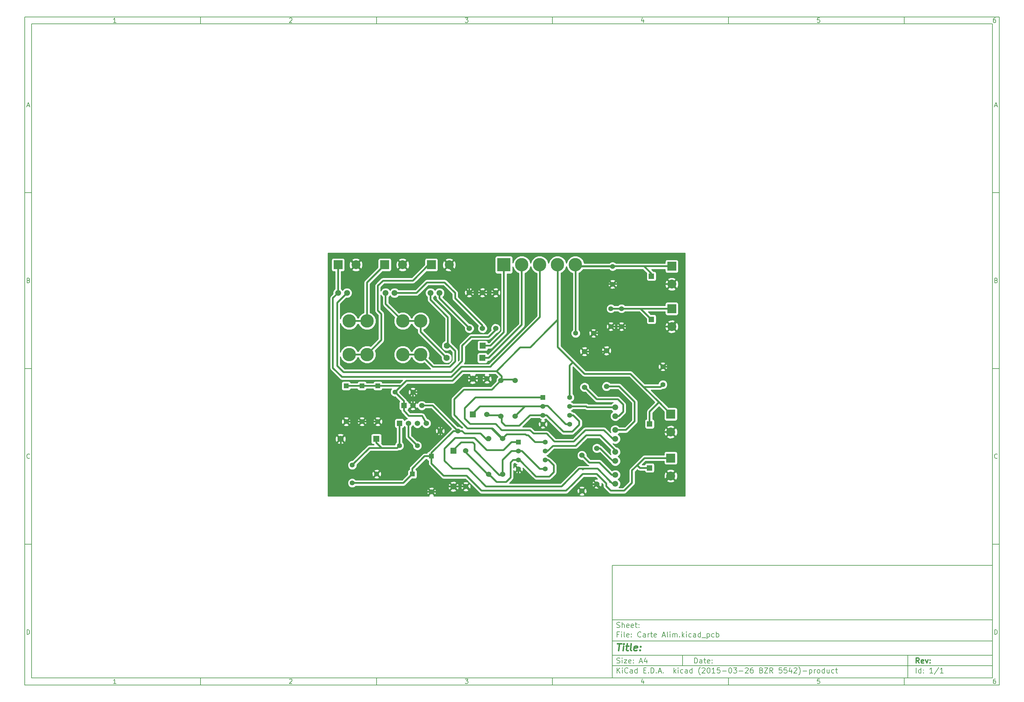
<source format=gbr>
G04 #@! TF.FileFunction,Copper,L2,Bot,Signal*
%FSLAX46Y46*%
G04 Gerber Fmt 4.6, Leading zero omitted, Abs format (unit mm)*
G04 Created by KiCad (PCBNEW (2015-03-26 BZR 5542)-product) date mer. 01 avril 2015 23:54:02 CEST*
%MOMM*%
G01*
G04 APERTURE LIST*
%ADD10C,0.150000*%
%ADD11C,0.300000*%
%ADD12C,0.400000*%
%ADD13C,1.778000*%
%ADD14R,1.778000X1.778000*%
%ADD15R,1.524000X1.524000*%
%ADD16C,1.524000*%
%ADD17R,1.397000X1.397000*%
%ADD18C,1.397000*%
%ADD19C,3.810000*%
%ADD20R,3.810000X3.810000*%
%ADD21R,2.540000X2.540000*%
%ADD22C,2.540000*%
%ADD23C,1.676400*%
%ADD24C,0.500000*%
%ADD25C,0.254000*%
G04 APERTURE END LIST*
D10*
X177002200Y-166007200D02*
X177002200Y-198007200D01*
X285002200Y-198007200D01*
X285002200Y-166007200D01*
X177002200Y-166007200D01*
X10000000Y-10000000D02*
X10000000Y-200007200D01*
X287002200Y-200007200D01*
X287002200Y-10000000D01*
X10000000Y-10000000D01*
X12000000Y-12000000D02*
X12000000Y-198007200D01*
X285002200Y-198007200D01*
X285002200Y-12000000D01*
X12000000Y-12000000D01*
X60000000Y-12000000D02*
X60000000Y-10000000D01*
X110000000Y-12000000D02*
X110000000Y-10000000D01*
X160000000Y-12000000D02*
X160000000Y-10000000D01*
X210000000Y-12000000D02*
X210000000Y-10000000D01*
X260000000Y-12000000D02*
X260000000Y-10000000D01*
X35990476Y-11588095D02*
X35247619Y-11588095D01*
X35619048Y-11588095D02*
X35619048Y-10288095D01*
X35495238Y-10473810D01*
X35371429Y-10597619D01*
X35247619Y-10659524D01*
X85247619Y-10411905D02*
X85309524Y-10350000D01*
X85433333Y-10288095D01*
X85742857Y-10288095D01*
X85866667Y-10350000D01*
X85928571Y-10411905D01*
X85990476Y-10535714D01*
X85990476Y-10659524D01*
X85928571Y-10845238D01*
X85185714Y-11588095D01*
X85990476Y-11588095D01*
X135185714Y-10288095D02*
X135990476Y-10288095D01*
X135557143Y-10783333D01*
X135742857Y-10783333D01*
X135866667Y-10845238D01*
X135928571Y-10907143D01*
X135990476Y-11030952D01*
X135990476Y-11340476D01*
X135928571Y-11464286D01*
X135866667Y-11526190D01*
X135742857Y-11588095D01*
X135371429Y-11588095D01*
X135247619Y-11526190D01*
X135185714Y-11464286D01*
X185866667Y-10721429D02*
X185866667Y-11588095D01*
X185557143Y-10226190D02*
X185247619Y-11154762D01*
X186052381Y-11154762D01*
X235928571Y-10288095D02*
X235309524Y-10288095D01*
X235247619Y-10907143D01*
X235309524Y-10845238D01*
X235433333Y-10783333D01*
X235742857Y-10783333D01*
X235866667Y-10845238D01*
X235928571Y-10907143D01*
X235990476Y-11030952D01*
X235990476Y-11340476D01*
X235928571Y-11464286D01*
X235866667Y-11526190D01*
X235742857Y-11588095D01*
X235433333Y-11588095D01*
X235309524Y-11526190D01*
X235247619Y-11464286D01*
X285866667Y-10288095D02*
X285619048Y-10288095D01*
X285495238Y-10350000D01*
X285433333Y-10411905D01*
X285309524Y-10597619D01*
X285247619Y-10845238D01*
X285247619Y-11340476D01*
X285309524Y-11464286D01*
X285371429Y-11526190D01*
X285495238Y-11588095D01*
X285742857Y-11588095D01*
X285866667Y-11526190D01*
X285928571Y-11464286D01*
X285990476Y-11340476D01*
X285990476Y-11030952D01*
X285928571Y-10907143D01*
X285866667Y-10845238D01*
X285742857Y-10783333D01*
X285495238Y-10783333D01*
X285371429Y-10845238D01*
X285309524Y-10907143D01*
X285247619Y-11030952D01*
X60000000Y-198007200D02*
X60000000Y-200007200D01*
X110000000Y-198007200D02*
X110000000Y-200007200D01*
X160000000Y-198007200D02*
X160000000Y-200007200D01*
X210000000Y-198007200D02*
X210000000Y-200007200D01*
X260000000Y-198007200D02*
X260000000Y-200007200D01*
X35990476Y-199595295D02*
X35247619Y-199595295D01*
X35619048Y-199595295D02*
X35619048Y-198295295D01*
X35495238Y-198481010D01*
X35371429Y-198604819D01*
X35247619Y-198666724D01*
X85247619Y-198419105D02*
X85309524Y-198357200D01*
X85433333Y-198295295D01*
X85742857Y-198295295D01*
X85866667Y-198357200D01*
X85928571Y-198419105D01*
X85990476Y-198542914D01*
X85990476Y-198666724D01*
X85928571Y-198852438D01*
X85185714Y-199595295D01*
X85990476Y-199595295D01*
X135185714Y-198295295D02*
X135990476Y-198295295D01*
X135557143Y-198790533D01*
X135742857Y-198790533D01*
X135866667Y-198852438D01*
X135928571Y-198914343D01*
X135990476Y-199038152D01*
X135990476Y-199347676D01*
X135928571Y-199471486D01*
X135866667Y-199533390D01*
X135742857Y-199595295D01*
X135371429Y-199595295D01*
X135247619Y-199533390D01*
X135185714Y-199471486D01*
X185866667Y-198728629D02*
X185866667Y-199595295D01*
X185557143Y-198233390D02*
X185247619Y-199161962D01*
X186052381Y-199161962D01*
X235928571Y-198295295D02*
X235309524Y-198295295D01*
X235247619Y-198914343D01*
X235309524Y-198852438D01*
X235433333Y-198790533D01*
X235742857Y-198790533D01*
X235866667Y-198852438D01*
X235928571Y-198914343D01*
X235990476Y-199038152D01*
X235990476Y-199347676D01*
X235928571Y-199471486D01*
X235866667Y-199533390D01*
X235742857Y-199595295D01*
X235433333Y-199595295D01*
X235309524Y-199533390D01*
X235247619Y-199471486D01*
X285866667Y-198295295D02*
X285619048Y-198295295D01*
X285495238Y-198357200D01*
X285433333Y-198419105D01*
X285309524Y-198604819D01*
X285247619Y-198852438D01*
X285247619Y-199347676D01*
X285309524Y-199471486D01*
X285371429Y-199533390D01*
X285495238Y-199595295D01*
X285742857Y-199595295D01*
X285866667Y-199533390D01*
X285928571Y-199471486D01*
X285990476Y-199347676D01*
X285990476Y-199038152D01*
X285928571Y-198914343D01*
X285866667Y-198852438D01*
X285742857Y-198790533D01*
X285495238Y-198790533D01*
X285371429Y-198852438D01*
X285309524Y-198914343D01*
X285247619Y-199038152D01*
X10000000Y-60000000D02*
X12000000Y-60000000D01*
X10000000Y-110000000D02*
X12000000Y-110000000D01*
X10000000Y-160000000D02*
X12000000Y-160000000D01*
X10690476Y-35216667D02*
X11309524Y-35216667D01*
X10566667Y-35588095D02*
X11000000Y-34288095D01*
X11433333Y-35588095D01*
X11092857Y-84907143D02*
X11278571Y-84969048D01*
X11340476Y-85030952D01*
X11402381Y-85154762D01*
X11402381Y-85340476D01*
X11340476Y-85464286D01*
X11278571Y-85526190D01*
X11154762Y-85588095D01*
X10659524Y-85588095D01*
X10659524Y-84288095D01*
X11092857Y-84288095D01*
X11216667Y-84350000D01*
X11278571Y-84411905D01*
X11340476Y-84535714D01*
X11340476Y-84659524D01*
X11278571Y-84783333D01*
X11216667Y-84845238D01*
X11092857Y-84907143D01*
X10659524Y-84907143D01*
X11402381Y-135464286D02*
X11340476Y-135526190D01*
X11154762Y-135588095D01*
X11030952Y-135588095D01*
X10845238Y-135526190D01*
X10721429Y-135402381D01*
X10659524Y-135278571D01*
X10597619Y-135030952D01*
X10597619Y-134845238D01*
X10659524Y-134597619D01*
X10721429Y-134473810D01*
X10845238Y-134350000D01*
X11030952Y-134288095D01*
X11154762Y-134288095D01*
X11340476Y-134350000D01*
X11402381Y-134411905D01*
X10659524Y-185588095D02*
X10659524Y-184288095D01*
X10969048Y-184288095D01*
X11154762Y-184350000D01*
X11278571Y-184473810D01*
X11340476Y-184597619D01*
X11402381Y-184845238D01*
X11402381Y-185030952D01*
X11340476Y-185278571D01*
X11278571Y-185402381D01*
X11154762Y-185526190D01*
X10969048Y-185588095D01*
X10659524Y-185588095D01*
X287002200Y-60000000D02*
X285002200Y-60000000D01*
X287002200Y-110000000D02*
X285002200Y-110000000D01*
X287002200Y-160000000D02*
X285002200Y-160000000D01*
X285692676Y-35216667D02*
X286311724Y-35216667D01*
X285568867Y-35588095D02*
X286002200Y-34288095D01*
X286435533Y-35588095D01*
X286095057Y-84907143D02*
X286280771Y-84969048D01*
X286342676Y-85030952D01*
X286404581Y-85154762D01*
X286404581Y-85340476D01*
X286342676Y-85464286D01*
X286280771Y-85526190D01*
X286156962Y-85588095D01*
X285661724Y-85588095D01*
X285661724Y-84288095D01*
X286095057Y-84288095D01*
X286218867Y-84350000D01*
X286280771Y-84411905D01*
X286342676Y-84535714D01*
X286342676Y-84659524D01*
X286280771Y-84783333D01*
X286218867Y-84845238D01*
X286095057Y-84907143D01*
X285661724Y-84907143D01*
X286404581Y-135464286D02*
X286342676Y-135526190D01*
X286156962Y-135588095D01*
X286033152Y-135588095D01*
X285847438Y-135526190D01*
X285723629Y-135402381D01*
X285661724Y-135278571D01*
X285599819Y-135030952D01*
X285599819Y-134845238D01*
X285661724Y-134597619D01*
X285723629Y-134473810D01*
X285847438Y-134350000D01*
X286033152Y-134288095D01*
X286156962Y-134288095D01*
X286342676Y-134350000D01*
X286404581Y-134411905D01*
X285661724Y-185588095D02*
X285661724Y-184288095D01*
X285971248Y-184288095D01*
X286156962Y-184350000D01*
X286280771Y-184473810D01*
X286342676Y-184597619D01*
X286404581Y-184845238D01*
X286404581Y-185030952D01*
X286342676Y-185278571D01*
X286280771Y-185402381D01*
X286156962Y-185526190D01*
X285971248Y-185588095D01*
X285661724Y-185588095D01*
X200359343Y-193785771D02*
X200359343Y-192285771D01*
X200716486Y-192285771D01*
X200930771Y-192357200D01*
X201073629Y-192500057D01*
X201145057Y-192642914D01*
X201216486Y-192928629D01*
X201216486Y-193142914D01*
X201145057Y-193428629D01*
X201073629Y-193571486D01*
X200930771Y-193714343D01*
X200716486Y-193785771D01*
X200359343Y-193785771D01*
X202502200Y-193785771D02*
X202502200Y-193000057D01*
X202430771Y-192857200D01*
X202287914Y-192785771D01*
X202002200Y-192785771D01*
X201859343Y-192857200D01*
X202502200Y-193714343D02*
X202359343Y-193785771D01*
X202002200Y-193785771D01*
X201859343Y-193714343D01*
X201787914Y-193571486D01*
X201787914Y-193428629D01*
X201859343Y-193285771D01*
X202002200Y-193214343D01*
X202359343Y-193214343D01*
X202502200Y-193142914D01*
X203002200Y-192785771D02*
X203573629Y-192785771D01*
X203216486Y-192285771D02*
X203216486Y-193571486D01*
X203287914Y-193714343D01*
X203430772Y-193785771D01*
X203573629Y-193785771D01*
X204645057Y-193714343D02*
X204502200Y-193785771D01*
X204216486Y-193785771D01*
X204073629Y-193714343D01*
X204002200Y-193571486D01*
X204002200Y-193000057D01*
X204073629Y-192857200D01*
X204216486Y-192785771D01*
X204502200Y-192785771D01*
X204645057Y-192857200D01*
X204716486Y-193000057D01*
X204716486Y-193142914D01*
X204002200Y-193285771D01*
X205359343Y-193642914D02*
X205430771Y-193714343D01*
X205359343Y-193785771D01*
X205287914Y-193714343D01*
X205359343Y-193642914D01*
X205359343Y-193785771D01*
X205359343Y-192857200D02*
X205430771Y-192928629D01*
X205359343Y-193000057D01*
X205287914Y-192928629D01*
X205359343Y-192857200D01*
X205359343Y-193000057D01*
X177002200Y-194507200D02*
X285002200Y-194507200D01*
X178359343Y-196585771D02*
X178359343Y-195085771D01*
X179216486Y-196585771D02*
X178573629Y-195728629D01*
X179216486Y-195085771D02*
X178359343Y-195942914D01*
X179859343Y-196585771D02*
X179859343Y-195585771D01*
X179859343Y-195085771D02*
X179787914Y-195157200D01*
X179859343Y-195228629D01*
X179930771Y-195157200D01*
X179859343Y-195085771D01*
X179859343Y-195228629D01*
X181430772Y-196442914D02*
X181359343Y-196514343D01*
X181145057Y-196585771D01*
X181002200Y-196585771D01*
X180787915Y-196514343D01*
X180645057Y-196371486D01*
X180573629Y-196228629D01*
X180502200Y-195942914D01*
X180502200Y-195728629D01*
X180573629Y-195442914D01*
X180645057Y-195300057D01*
X180787915Y-195157200D01*
X181002200Y-195085771D01*
X181145057Y-195085771D01*
X181359343Y-195157200D01*
X181430772Y-195228629D01*
X182716486Y-196585771D02*
X182716486Y-195800057D01*
X182645057Y-195657200D01*
X182502200Y-195585771D01*
X182216486Y-195585771D01*
X182073629Y-195657200D01*
X182716486Y-196514343D02*
X182573629Y-196585771D01*
X182216486Y-196585771D01*
X182073629Y-196514343D01*
X182002200Y-196371486D01*
X182002200Y-196228629D01*
X182073629Y-196085771D01*
X182216486Y-196014343D01*
X182573629Y-196014343D01*
X182716486Y-195942914D01*
X184073629Y-196585771D02*
X184073629Y-195085771D01*
X184073629Y-196514343D02*
X183930772Y-196585771D01*
X183645058Y-196585771D01*
X183502200Y-196514343D01*
X183430772Y-196442914D01*
X183359343Y-196300057D01*
X183359343Y-195871486D01*
X183430772Y-195728629D01*
X183502200Y-195657200D01*
X183645058Y-195585771D01*
X183930772Y-195585771D01*
X184073629Y-195657200D01*
X185930772Y-195800057D02*
X186430772Y-195800057D01*
X186645058Y-196585771D02*
X185930772Y-196585771D01*
X185930772Y-195085771D01*
X186645058Y-195085771D01*
X187287915Y-196442914D02*
X187359343Y-196514343D01*
X187287915Y-196585771D01*
X187216486Y-196514343D01*
X187287915Y-196442914D01*
X187287915Y-196585771D01*
X188002201Y-196585771D02*
X188002201Y-195085771D01*
X188359344Y-195085771D01*
X188573629Y-195157200D01*
X188716487Y-195300057D01*
X188787915Y-195442914D01*
X188859344Y-195728629D01*
X188859344Y-195942914D01*
X188787915Y-196228629D01*
X188716487Y-196371486D01*
X188573629Y-196514343D01*
X188359344Y-196585771D01*
X188002201Y-196585771D01*
X189502201Y-196442914D02*
X189573629Y-196514343D01*
X189502201Y-196585771D01*
X189430772Y-196514343D01*
X189502201Y-196442914D01*
X189502201Y-196585771D01*
X190145058Y-196157200D02*
X190859344Y-196157200D01*
X190002201Y-196585771D02*
X190502201Y-195085771D01*
X191002201Y-196585771D01*
X191502201Y-196442914D02*
X191573629Y-196514343D01*
X191502201Y-196585771D01*
X191430772Y-196514343D01*
X191502201Y-196442914D01*
X191502201Y-196585771D01*
X194502201Y-196585771D02*
X194502201Y-195085771D01*
X194645058Y-196014343D02*
X195073629Y-196585771D01*
X195073629Y-195585771D02*
X194502201Y-196157200D01*
X195716487Y-196585771D02*
X195716487Y-195585771D01*
X195716487Y-195085771D02*
X195645058Y-195157200D01*
X195716487Y-195228629D01*
X195787915Y-195157200D01*
X195716487Y-195085771D01*
X195716487Y-195228629D01*
X197073630Y-196514343D02*
X196930773Y-196585771D01*
X196645059Y-196585771D01*
X196502201Y-196514343D01*
X196430773Y-196442914D01*
X196359344Y-196300057D01*
X196359344Y-195871486D01*
X196430773Y-195728629D01*
X196502201Y-195657200D01*
X196645059Y-195585771D01*
X196930773Y-195585771D01*
X197073630Y-195657200D01*
X198359344Y-196585771D02*
X198359344Y-195800057D01*
X198287915Y-195657200D01*
X198145058Y-195585771D01*
X197859344Y-195585771D01*
X197716487Y-195657200D01*
X198359344Y-196514343D02*
X198216487Y-196585771D01*
X197859344Y-196585771D01*
X197716487Y-196514343D01*
X197645058Y-196371486D01*
X197645058Y-196228629D01*
X197716487Y-196085771D01*
X197859344Y-196014343D01*
X198216487Y-196014343D01*
X198359344Y-195942914D01*
X199716487Y-196585771D02*
X199716487Y-195085771D01*
X199716487Y-196514343D02*
X199573630Y-196585771D01*
X199287916Y-196585771D01*
X199145058Y-196514343D01*
X199073630Y-196442914D01*
X199002201Y-196300057D01*
X199002201Y-195871486D01*
X199073630Y-195728629D01*
X199145058Y-195657200D01*
X199287916Y-195585771D01*
X199573630Y-195585771D01*
X199716487Y-195657200D01*
X202002201Y-197157200D02*
X201930773Y-197085771D01*
X201787916Y-196871486D01*
X201716487Y-196728629D01*
X201645058Y-196514343D01*
X201573630Y-196157200D01*
X201573630Y-195871486D01*
X201645058Y-195514343D01*
X201716487Y-195300057D01*
X201787916Y-195157200D01*
X201930773Y-194942914D01*
X202002201Y-194871486D01*
X202502201Y-195228629D02*
X202573630Y-195157200D01*
X202716487Y-195085771D01*
X203073630Y-195085771D01*
X203216487Y-195157200D01*
X203287916Y-195228629D01*
X203359344Y-195371486D01*
X203359344Y-195514343D01*
X203287916Y-195728629D01*
X202430773Y-196585771D01*
X203359344Y-196585771D01*
X204287915Y-195085771D02*
X204430772Y-195085771D01*
X204573629Y-195157200D01*
X204645058Y-195228629D01*
X204716487Y-195371486D01*
X204787915Y-195657200D01*
X204787915Y-196014343D01*
X204716487Y-196300057D01*
X204645058Y-196442914D01*
X204573629Y-196514343D01*
X204430772Y-196585771D01*
X204287915Y-196585771D01*
X204145058Y-196514343D01*
X204073629Y-196442914D01*
X204002201Y-196300057D01*
X203930772Y-196014343D01*
X203930772Y-195657200D01*
X204002201Y-195371486D01*
X204073629Y-195228629D01*
X204145058Y-195157200D01*
X204287915Y-195085771D01*
X206216486Y-196585771D02*
X205359343Y-196585771D01*
X205787915Y-196585771D02*
X205787915Y-195085771D01*
X205645058Y-195300057D01*
X205502200Y-195442914D01*
X205359343Y-195514343D01*
X207573629Y-195085771D02*
X206859343Y-195085771D01*
X206787914Y-195800057D01*
X206859343Y-195728629D01*
X207002200Y-195657200D01*
X207359343Y-195657200D01*
X207502200Y-195728629D01*
X207573629Y-195800057D01*
X207645057Y-195942914D01*
X207645057Y-196300057D01*
X207573629Y-196442914D01*
X207502200Y-196514343D01*
X207359343Y-196585771D01*
X207002200Y-196585771D01*
X206859343Y-196514343D01*
X206787914Y-196442914D01*
X208287914Y-196014343D02*
X209430771Y-196014343D01*
X210430771Y-195085771D02*
X210573628Y-195085771D01*
X210716485Y-195157200D01*
X210787914Y-195228629D01*
X210859343Y-195371486D01*
X210930771Y-195657200D01*
X210930771Y-196014343D01*
X210859343Y-196300057D01*
X210787914Y-196442914D01*
X210716485Y-196514343D01*
X210573628Y-196585771D01*
X210430771Y-196585771D01*
X210287914Y-196514343D01*
X210216485Y-196442914D01*
X210145057Y-196300057D01*
X210073628Y-196014343D01*
X210073628Y-195657200D01*
X210145057Y-195371486D01*
X210216485Y-195228629D01*
X210287914Y-195157200D01*
X210430771Y-195085771D01*
X211430771Y-195085771D02*
X212359342Y-195085771D01*
X211859342Y-195657200D01*
X212073628Y-195657200D01*
X212216485Y-195728629D01*
X212287914Y-195800057D01*
X212359342Y-195942914D01*
X212359342Y-196300057D01*
X212287914Y-196442914D01*
X212216485Y-196514343D01*
X212073628Y-196585771D01*
X211645056Y-196585771D01*
X211502199Y-196514343D01*
X211430771Y-196442914D01*
X213002199Y-196014343D02*
X214145056Y-196014343D01*
X214787913Y-195228629D02*
X214859342Y-195157200D01*
X215002199Y-195085771D01*
X215359342Y-195085771D01*
X215502199Y-195157200D01*
X215573628Y-195228629D01*
X215645056Y-195371486D01*
X215645056Y-195514343D01*
X215573628Y-195728629D01*
X214716485Y-196585771D01*
X215645056Y-196585771D01*
X216930770Y-195085771D02*
X216645056Y-195085771D01*
X216502199Y-195157200D01*
X216430770Y-195228629D01*
X216287913Y-195442914D01*
X216216484Y-195728629D01*
X216216484Y-196300057D01*
X216287913Y-196442914D01*
X216359341Y-196514343D01*
X216502199Y-196585771D01*
X216787913Y-196585771D01*
X216930770Y-196514343D01*
X217002199Y-196442914D01*
X217073627Y-196300057D01*
X217073627Y-195942914D01*
X217002199Y-195800057D01*
X216930770Y-195728629D01*
X216787913Y-195657200D01*
X216502199Y-195657200D01*
X216359341Y-195728629D01*
X216287913Y-195800057D01*
X216216484Y-195942914D01*
X219359341Y-195800057D02*
X219573627Y-195871486D01*
X219645055Y-195942914D01*
X219716484Y-196085771D01*
X219716484Y-196300057D01*
X219645055Y-196442914D01*
X219573627Y-196514343D01*
X219430769Y-196585771D01*
X218859341Y-196585771D01*
X218859341Y-195085771D01*
X219359341Y-195085771D01*
X219502198Y-195157200D01*
X219573627Y-195228629D01*
X219645055Y-195371486D01*
X219645055Y-195514343D01*
X219573627Y-195657200D01*
X219502198Y-195728629D01*
X219359341Y-195800057D01*
X218859341Y-195800057D01*
X220216484Y-195085771D02*
X221216484Y-195085771D01*
X220216484Y-196585771D01*
X221216484Y-196585771D01*
X222645055Y-196585771D02*
X222145055Y-195871486D01*
X221787912Y-196585771D02*
X221787912Y-195085771D01*
X222359340Y-195085771D01*
X222502198Y-195157200D01*
X222573626Y-195228629D01*
X222645055Y-195371486D01*
X222645055Y-195585771D01*
X222573626Y-195728629D01*
X222502198Y-195800057D01*
X222359340Y-195871486D01*
X221787912Y-195871486D01*
X225145055Y-195085771D02*
X224430769Y-195085771D01*
X224359340Y-195800057D01*
X224430769Y-195728629D01*
X224573626Y-195657200D01*
X224930769Y-195657200D01*
X225073626Y-195728629D01*
X225145055Y-195800057D01*
X225216483Y-195942914D01*
X225216483Y-196300057D01*
X225145055Y-196442914D01*
X225073626Y-196514343D01*
X224930769Y-196585771D01*
X224573626Y-196585771D01*
X224430769Y-196514343D01*
X224359340Y-196442914D01*
X226573626Y-195085771D02*
X225859340Y-195085771D01*
X225787911Y-195800057D01*
X225859340Y-195728629D01*
X226002197Y-195657200D01*
X226359340Y-195657200D01*
X226502197Y-195728629D01*
X226573626Y-195800057D01*
X226645054Y-195942914D01*
X226645054Y-196300057D01*
X226573626Y-196442914D01*
X226502197Y-196514343D01*
X226359340Y-196585771D01*
X226002197Y-196585771D01*
X225859340Y-196514343D01*
X225787911Y-196442914D01*
X227930768Y-195585771D02*
X227930768Y-196585771D01*
X227573625Y-195014343D02*
X227216482Y-196085771D01*
X228145054Y-196085771D01*
X228645053Y-195228629D02*
X228716482Y-195157200D01*
X228859339Y-195085771D01*
X229216482Y-195085771D01*
X229359339Y-195157200D01*
X229430768Y-195228629D01*
X229502196Y-195371486D01*
X229502196Y-195514343D01*
X229430768Y-195728629D01*
X228573625Y-196585771D01*
X229502196Y-196585771D01*
X230002196Y-197157200D02*
X230073624Y-197085771D01*
X230216481Y-196871486D01*
X230287910Y-196728629D01*
X230359339Y-196514343D01*
X230430767Y-196157200D01*
X230430767Y-195871486D01*
X230359339Y-195514343D01*
X230287910Y-195300057D01*
X230216481Y-195157200D01*
X230073624Y-194942914D01*
X230002196Y-194871486D01*
X231145053Y-196014343D02*
X232287910Y-196014343D01*
X233002196Y-195585771D02*
X233002196Y-197085771D01*
X233002196Y-195657200D02*
X233145053Y-195585771D01*
X233430767Y-195585771D01*
X233573624Y-195657200D01*
X233645053Y-195728629D01*
X233716482Y-195871486D01*
X233716482Y-196300057D01*
X233645053Y-196442914D01*
X233573624Y-196514343D01*
X233430767Y-196585771D01*
X233145053Y-196585771D01*
X233002196Y-196514343D01*
X234359339Y-196585771D02*
X234359339Y-195585771D01*
X234359339Y-195871486D02*
X234430767Y-195728629D01*
X234502196Y-195657200D01*
X234645053Y-195585771D01*
X234787910Y-195585771D01*
X235502196Y-196585771D02*
X235359338Y-196514343D01*
X235287910Y-196442914D01*
X235216481Y-196300057D01*
X235216481Y-195871486D01*
X235287910Y-195728629D01*
X235359338Y-195657200D01*
X235502196Y-195585771D01*
X235716481Y-195585771D01*
X235859338Y-195657200D01*
X235930767Y-195728629D01*
X236002196Y-195871486D01*
X236002196Y-196300057D01*
X235930767Y-196442914D01*
X235859338Y-196514343D01*
X235716481Y-196585771D01*
X235502196Y-196585771D01*
X237287910Y-196585771D02*
X237287910Y-195085771D01*
X237287910Y-196514343D02*
X237145053Y-196585771D01*
X236859339Y-196585771D01*
X236716481Y-196514343D01*
X236645053Y-196442914D01*
X236573624Y-196300057D01*
X236573624Y-195871486D01*
X236645053Y-195728629D01*
X236716481Y-195657200D01*
X236859339Y-195585771D01*
X237145053Y-195585771D01*
X237287910Y-195657200D01*
X238645053Y-195585771D02*
X238645053Y-196585771D01*
X238002196Y-195585771D02*
X238002196Y-196371486D01*
X238073624Y-196514343D01*
X238216482Y-196585771D01*
X238430767Y-196585771D01*
X238573624Y-196514343D01*
X238645053Y-196442914D01*
X240002196Y-196514343D02*
X239859339Y-196585771D01*
X239573625Y-196585771D01*
X239430767Y-196514343D01*
X239359339Y-196442914D01*
X239287910Y-196300057D01*
X239287910Y-195871486D01*
X239359339Y-195728629D01*
X239430767Y-195657200D01*
X239573625Y-195585771D01*
X239859339Y-195585771D01*
X240002196Y-195657200D01*
X240430767Y-195585771D02*
X241002196Y-195585771D01*
X240645053Y-195085771D02*
X240645053Y-196371486D01*
X240716481Y-196514343D01*
X240859339Y-196585771D01*
X241002196Y-196585771D01*
X177002200Y-191507200D02*
X285002200Y-191507200D01*
D11*
X264216486Y-193785771D02*
X263716486Y-193071486D01*
X263359343Y-193785771D02*
X263359343Y-192285771D01*
X263930771Y-192285771D01*
X264073629Y-192357200D01*
X264145057Y-192428629D01*
X264216486Y-192571486D01*
X264216486Y-192785771D01*
X264145057Y-192928629D01*
X264073629Y-193000057D01*
X263930771Y-193071486D01*
X263359343Y-193071486D01*
X265430771Y-193714343D02*
X265287914Y-193785771D01*
X265002200Y-193785771D01*
X264859343Y-193714343D01*
X264787914Y-193571486D01*
X264787914Y-193000057D01*
X264859343Y-192857200D01*
X265002200Y-192785771D01*
X265287914Y-192785771D01*
X265430771Y-192857200D01*
X265502200Y-193000057D01*
X265502200Y-193142914D01*
X264787914Y-193285771D01*
X266002200Y-192785771D02*
X266359343Y-193785771D01*
X266716485Y-192785771D01*
X267287914Y-193642914D02*
X267359342Y-193714343D01*
X267287914Y-193785771D01*
X267216485Y-193714343D01*
X267287914Y-193642914D01*
X267287914Y-193785771D01*
X267287914Y-192857200D02*
X267359342Y-192928629D01*
X267287914Y-193000057D01*
X267216485Y-192928629D01*
X267287914Y-192857200D01*
X267287914Y-193000057D01*
D10*
X178287914Y-193714343D02*
X178502200Y-193785771D01*
X178859343Y-193785771D01*
X179002200Y-193714343D01*
X179073629Y-193642914D01*
X179145057Y-193500057D01*
X179145057Y-193357200D01*
X179073629Y-193214343D01*
X179002200Y-193142914D01*
X178859343Y-193071486D01*
X178573629Y-193000057D01*
X178430771Y-192928629D01*
X178359343Y-192857200D01*
X178287914Y-192714343D01*
X178287914Y-192571486D01*
X178359343Y-192428629D01*
X178430771Y-192357200D01*
X178573629Y-192285771D01*
X178930771Y-192285771D01*
X179145057Y-192357200D01*
X179787914Y-193785771D02*
X179787914Y-192785771D01*
X179787914Y-192285771D02*
X179716485Y-192357200D01*
X179787914Y-192428629D01*
X179859342Y-192357200D01*
X179787914Y-192285771D01*
X179787914Y-192428629D01*
X180359343Y-192785771D02*
X181145057Y-192785771D01*
X180359343Y-193785771D01*
X181145057Y-193785771D01*
X182287914Y-193714343D02*
X182145057Y-193785771D01*
X181859343Y-193785771D01*
X181716486Y-193714343D01*
X181645057Y-193571486D01*
X181645057Y-193000057D01*
X181716486Y-192857200D01*
X181859343Y-192785771D01*
X182145057Y-192785771D01*
X182287914Y-192857200D01*
X182359343Y-193000057D01*
X182359343Y-193142914D01*
X181645057Y-193285771D01*
X183002200Y-193642914D02*
X183073628Y-193714343D01*
X183002200Y-193785771D01*
X182930771Y-193714343D01*
X183002200Y-193642914D01*
X183002200Y-193785771D01*
X183002200Y-192857200D02*
X183073628Y-192928629D01*
X183002200Y-193000057D01*
X182930771Y-192928629D01*
X183002200Y-192857200D01*
X183002200Y-193000057D01*
X184787914Y-193357200D02*
X185502200Y-193357200D01*
X184645057Y-193785771D02*
X185145057Y-192285771D01*
X185645057Y-193785771D01*
X186787914Y-192785771D02*
X186787914Y-193785771D01*
X186430771Y-192214343D02*
X186073628Y-193285771D01*
X187002200Y-193285771D01*
X263359343Y-196585771D02*
X263359343Y-195085771D01*
X264716486Y-196585771D02*
X264716486Y-195085771D01*
X264716486Y-196514343D02*
X264573629Y-196585771D01*
X264287915Y-196585771D01*
X264145057Y-196514343D01*
X264073629Y-196442914D01*
X264002200Y-196300057D01*
X264002200Y-195871486D01*
X264073629Y-195728629D01*
X264145057Y-195657200D01*
X264287915Y-195585771D01*
X264573629Y-195585771D01*
X264716486Y-195657200D01*
X265430772Y-196442914D02*
X265502200Y-196514343D01*
X265430772Y-196585771D01*
X265359343Y-196514343D01*
X265430772Y-196442914D01*
X265430772Y-196585771D01*
X265430772Y-195657200D02*
X265502200Y-195728629D01*
X265430772Y-195800057D01*
X265359343Y-195728629D01*
X265430772Y-195657200D01*
X265430772Y-195800057D01*
X268073629Y-196585771D02*
X267216486Y-196585771D01*
X267645058Y-196585771D02*
X267645058Y-195085771D01*
X267502201Y-195300057D01*
X267359343Y-195442914D01*
X267216486Y-195514343D01*
X269787914Y-195014343D02*
X268502200Y-196942914D01*
X271073629Y-196585771D02*
X270216486Y-196585771D01*
X270645058Y-196585771D02*
X270645058Y-195085771D01*
X270502201Y-195300057D01*
X270359343Y-195442914D01*
X270216486Y-195514343D01*
X177002200Y-187507200D02*
X285002200Y-187507200D01*
D12*
X178454581Y-188211962D02*
X179597438Y-188211962D01*
X178776010Y-190211962D02*
X179026010Y-188211962D01*
X180014105Y-190211962D02*
X180180771Y-188878629D01*
X180264105Y-188211962D02*
X180156962Y-188307200D01*
X180240295Y-188402438D01*
X180347439Y-188307200D01*
X180264105Y-188211962D01*
X180240295Y-188402438D01*
X180847438Y-188878629D02*
X181609343Y-188878629D01*
X181216486Y-188211962D02*
X181002200Y-189926248D01*
X181073630Y-190116724D01*
X181252201Y-190211962D01*
X181442677Y-190211962D01*
X182395058Y-190211962D02*
X182216487Y-190116724D01*
X182145057Y-189926248D01*
X182359343Y-188211962D01*
X183930772Y-190116724D02*
X183728391Y-190211962D01*
X183347439Y-190211962D01*
X183168867Y-190116724D01*
X183097438Y-189926248D01*
X183192676Y-189164343D01*
X183311724Y-188973867D01*
X183514105Y-188878629D01*
X183895057Y-188878629D01*
X184073629Y-188973867D01*
X184145057Y-189164343D01*
X184121248Y-189354819D01*
X183145057Y-189545295D01*
X184895057Y-190021486D02*
X184978392Y-190116724D01*
X184871248Y-190211962D01*
X184787915Y-190116724D01*
X184895057Y-190021486D01*
X184871248Y-190211962D01*
X185026010Y-188973867D02*
X185109344Y-189069105D01*
X185002200Y-189164343D01*
X184918867Y-189069105D01*
X185026010Y-188973867D01*
X185002200Y-189164343D01*
D10*
X178859343Y-185600057D02*
X178359343Y-185600057D01*
X178359343Y-186385771D02*
X178359343Y-184885771D01*
X179073629Y-184885771D01*
X179645057Y-186385771D02*
X179645057Y-185385771D01*
X179645057Y-184885771D02*
X179573628Y-184957200D01*
X179645057Y-185028629D01*
X179716485Y-184957200D01*
X179645057Y-184885771D01*
X179645057Y-185028629D01*
X180573629Y-186385771D02*
X180430771Y-186314343D01*
X180359343Y-186171486D01*
X180359343Y-184885771D01*
X181716485Y-186314343D02*
X181573628Y-186385771D01*
X181287914Y-186385771D01*
X181145057Y-186314343D01*
X181073628Y-186171486D01*
X181073628Y-185600057D01*
X181145057Y-185457200D01*
X181287914Y-185385771D01*
X181573628Y-185385771D01*
X181716485Y-185457200D01*
X181787914Y-185600057D01*
X181787914Y-185742914D01*
X181073628Y-185885771D01*
X182430771Y-186242914D02*
X182502199Y-186314343D01*
X182430771Y-186385771D01*
X182359342Y-186314343D01*
X182430771Y-186242914D01*
X182430771Y-186385771D01*
X182430771Y-185457200D02*
X182502199Y-185528629D01*
X182430771Y-185600057D01*
X182359342Y-185528629D01*
X182430771Y-185457200D01*
X182430771Y-185600057D01*
X185145057Y-186242914D02*
X185073628Y-186314343D01*
X184859342Y-186385771D01*
X184716485Y-186385771D01*
X184502200Y-186314343D01*
X184359342Y-186171486D01*
X184287914Y-186028629D01*
X184216485Y-185742914D01*
X184216485Y-185528629D01*
X184287914Y-185242914D01*
X184359342Y-185100057D01*
X184502200Y-184957200D01*
X184716485Y-184885771D01*
X184859342Y-184885771D01*
X185073628Y-184957200D01*
X185145057Y-185028629D01*
X186430771Y-186385771D02*
X186430771Y-185600057D01*
X186359342Y-185457200D01*
X186216485Y-185385771D01*
X185930771Y-185385771D01*
X185787914Y-185457200D01*
X186430771Y-186314343D02*
X186287914Y-186385771D01*
X185930771Y-186385771D01*
X185787914Y-186314343D01*
X185716485Y-186171486D01*
X185716485Y-186028629D01*
X185787914Y-185885771D01*
X185930771Y-185814343D01*
X186287914Y-185814343D01*
X186430771Y-185742914D01*
X187145057Y-186385771D02*
X187145057Y-185385771D01*
X187145057Y-185671486D02*
X187216485Y-185528629D01*
X187287914Y-185457200D01*
X187430771Y-185385771D01*
X187573628Y-185385771D01*
X187859342Y-185385771D02*
X188430771Y-185385771D01*
X188073628Y-184885771D02*
X188073628Y-186171486D01*
X188145056Y-186314343D01*
X188287914Y-186385771D01*
X188430771Y-186385771D01*
X189502199Y-186314343D02*
X189359342Y-186385771D01*
X189073628Y-186385771D01*
X188930771Y-186314343D01*
X188859342Y-186171486D01*
X188859342Y-185600057D01*
X188930771Y-185457200D01*
X189073628Y-185385771D01*
X189359342Y-185385771D01*
X189502199Y-185457200D01*
X189573628Y-185600057D01*
X189573628Y-185742914D01*
X188859342Y-185885771D01*
X191287913Y-185957200D02*
X192002199Y-185957200D01*
X191145056Y-186385771D02*
X191645056Y-184885771D01*
X192145056Y-186385771D01*
X192859342Y-186385771D02*
X192716484Y-186314343D01*
X192645056Y-186171486D01*
X192645056Y-184885771D01*
X193430770Y-186385771D02*
X193430770Y-185385771D01*
X193430770Y-184885771D02*
X193359341Y-184957200D01*
X193430770Y-185028629D01*
X193502198Y-184957200D01*
X193430770Y-184885771D01*
X193430770Y-185028629D01*
X194145056Y-186385771D02*
X194145056Y-185385771D01*
X194145056Y-185528629D02*
X194216484Y-185457200D01*
X194359342Y-185385771D01*
X194573627Y-185385771D01*
X194716484Y-185457200D01*
X194787913Y-185600057D01*
X194787913Y-186385771D01*
X194787913Y-185600057D02*
X194859342Y-185457200D01*
X195002199Y-185385771D01*
X195216484Y-185385771D01*
X195359342Y-185457200D01*
X195430770Y-185600057D01*
X195430770Y-186385771D01*
X196145056Y-186242914D02*
X196216484Y-186314343D01*
X196145056Y-186385771D01*
X196073627Y-186314343D01*
X196145056Y-186242914D01*
X196145056Y-186385771D01*
X196859342Y-186385771D02*
X196859342Y-184885771D01*
X197002199Y-185814343D02*
X197430770Y-186385771D01*
X197430770Y-185385771D02*
X196859342Y-185957200D01*
X198073628Y-186385771D02*
X198073628Y-185385771D01*
X198073628Y-184885771D02*
X198002199Y-184957200D01*
X198073628Y-185028629D01*
X198145056Y-184957200D01*
X198073628Y-184885771D01*
X198073628Y-185028629D01*
X199430771Y-186314343D02*
X199287914Y-186385771D01*
X199002200Y-186385771D01*
X198859342Y-186314343D01*
X198787914Y-186242914D01*
X198716485Y-186100057D01*
X198716485Y-185671486D01*
X198787914Y-185528629D01*
X198859342Y-185457200D01*
X199002200Y-185385771D01*
X199287914Y-185385771D01*
X199430771Y-185457200D01*
X200716485Y-186385771D02*
X200716485Y-185600057D01*
X200645056Y-185457200D01*
X200502199Y-185385771D01*
X200216485Y-185385771D01*
X200073628Y-185457200D01*
X200716485Y-186314343D02*
X200573628Y-186385771D01*
X200216485Y-186385771D01*
X200073628Y-186314343D01*
X200002199Y-186171486D01*
X200002199Y-186028629D01*
X200073628Y-185885771D01*
X200216485Y-185814343D01*
X200573628Y-185814343D01*
X200716485Y-185742914D01*
X202073628Y-186385771D02*
X202073628Y-184885771D01*
X202073628Y-186314343D02*
X201930771Y-186385771D01*
X201645057Y-186385771D01*
X201502199Y-186314343D01*
X201430771Y-186242914D01*
X201359342Y-186100057D01*
X201359342Y-185671486D01*
X201430771Y-185528629D01*
X201502199Y-185457200D01*
X201645057Y-185385771D01*
X201930771Y-185385771D01*
X202073628Y-185457200D01*
X202430771Y-186528629D02*
X203573628Y-186528629D01*
X203930771Y-185385771D02*
X203930771Y-186885771D01*
X203930771Y-185457200D02*
X204073628Y-185385771D01*
X204359342Y-185385771D01*
X204502199Y-185457200D01*
X204573628Y-185528629D01*
X204645057Y-185671486D01*
X204645057Y-186100057D01*
X204573628Y-186242914D01*
X204502199Y-186314343D01*
X204359342Y-186385771D01*
X204073628Y-186385771D01*
X203930771Y-186314343D01*
X205930771Y-186314343D02*
X205787914Y-186385771D01*
X205502200Y-186385771D01*
X205359342Y-186314343D01*
X205287914Y-186242914D01*
X205216485Y-186100057D01*
X205216485Y-185671486D01*
X205287914Y-185528629D01*
X205359342Y-185457200D01*
X205502200Y-185385771D01*
X205787914Y-185385771D01*
X205930771Y-185457200D01*
X206573628Y-186385771D02*
X206573628Y-184885771D01*
X206573628Y-185457200D02*
X206716485Y-185385771D01*
X207002199Y-185385771D01*
X207145056Y-185457200D01*
X207216485Y-185528629D01*
X207287914Y-185671486D01*
X207287914Y-186100057D01*
X207216485Y-186242914D01*
X207145056Y-186314343D01*
X207002199Y-186385771D01*
X206716485Y-186385771D01*
X206573628Y-186314343D01*
X177002200Y-181507200D02*
X285002200Y-181507200D01*
X178287914Y-183614343D02*
X178502200Y-183685771D01*
X178859343Y-183685771D01*
X179002200Y-183614343D01*
X179073629Y-183542914D01*
X179145057Y-183400057D01*
X179145057Y-183257200D01*
X179073629Y-183114343D01*
X179002200Y-183042914D01*
X178859343Y-182971486D01*
X178573629Y-182900057D01*
X178430771Y-182828629D01*
X178359343Y-182757200D01*
X178287914Y-182614343D01*
X178287914Y-182471486D01*
X178359343Y-182328629D01*
X178430771Y-182257200D01*
X178573629Y-182185771D01*
X178930771Y-182185771D01*
X179145057Y-182257200D01*
X179787914Y-183685771D02*
X179787914Y-182185771D01*
X180430771Y-183685771D02*
X180430771Y-182900057D01*
X180359342Y-182757200D01*
X180216485Y-182685771D01*
X180002200Y-182685771D01*
X179859342Y-182757200D01*
X179787914Y-182828629D01*
X181716485Y-183614343D02*
X181573628Y-183685771D01*
X181287914Y-183685771D01*
X181145057Y-183614343D01*
X181073628Y-183471486D01*
X181073628Y-182900057D01*
X181145057Y-182757200D01*
X181287914Y-182685771D01*
X181573628Y-182685771D01*
X181716485Y-182757200D01*
X181787914Y-182900057D01*
X181787914Y-183042914D01*
X181073628Y-183185771D01*
X183002199Y-183614343D02*
X182859342Y-183685771D01*
X182573628Y-183685771D01*
X182430771Y-183614343D01*
X182359342Y-183471486D01*
X182359342Y-182900057D01*
X182430771Y-182757200D01*
X182573628Y-182685771D01*
X182859342Y-182685771D01*
X183002199Y-182757200D01*
X183073628Y-182900057D01*
X183073628Y-183042914D01*
X182359342Y-183185771D01*
X183502199Y-182685771D02*
X184073628Y-182685771D01*
X183716485Y-182185771D02*
X183716485Y-183471486D01*
X183787913Y-183614343D01*
X183930771Y-183685771D01*
X184073628Y-183685771D01*
X184573628Y-183542914D02*
X184645056Y-183614343D01*
X184573628Y-183685771D01*
X184502199Y-183614343D01*
X184573628Y-183542914D01*
X184573628Y-183685771D01*
X184573628Y-182757200D02*
X184645056Y-182828629D01*
X184573628Y-182900057D01*
X184502199Y-182828629D01*
X184573628Y-182757200D01*
X184573628Y-182900057D01*
X197002200Y-191507200D02*
X197002200Y-194507200D01*
X261002200Y-191507200D02*
X261002200Y-198007200D01*
D13*
X129970000Y-103500000D03*
D14*
X140130000Y-103500000D03*
D15*
X116510000Y-125590000D03*
D16*
X119050000Y-125590000D03*
X121590000Y-125590000D03*
X124130000Y-125590000D03*
D15*
X117780000Y-120510000D03*
D16*
X120320000Y-120510000D03*
X122860000Y-120510000D03*
D15*
X187600000Y-125750000D03*
X188100000Y-83750000D03*
X187600000Y-138250000D03*
X188100000Y-96000000D03*
D17*
X101350000Y-114920000D03*
D18*
X101350000Y-125080000D03*
D17*
X105850000Y-114920000D03*
D18*
X105850000Y-125080000D03*
D17*
X110350000Y-114920000D03*
D18*
X110350000Y-125080000D03*
D17*
X125600000Y-134920000D03*
D18*
X125600000Y-145080000D03*
D17*
X120180000Y-140000000D03*
D18*
X110020000Y-140000000D03*
D19*
X151270000Y-80500000D03*
X156350000Y-80500000D03*
D20*
X146190000Y-80500000D03*
D19*
X161430000Y-80500000D03*
X166510000Y-80500000D03*
D21*
X112310000Y-80500000D03*
D22*
X117390000Y-80500000D03*
D21*
X193600000Y-135460000D03*
D22*
X193600000Y-140540000D03*
D21*
X193600000Y-122960000D03*
D22*
X193600000Y-128040000D03*
D21*
X193890000Y-92990000D03*
D22*
X193890000Y-98070000D03*
D21*
X193890000Y-80925000D03*
D22*
X193890000Y-86005000D03*
D21*
X125560000Y-80500000D03*
D22*
X130640000Y-80500000D03*
D19*
X102190000Y-106000000D03*
X107270000Y-106000000D03*
X117430000Y-106000000D03*
X122510000Y-106000000D03*
X102190000Y-96500000D03*
X107270000Y-96500000D03*
X117430000Y-96500000D03*
X122510000Y-96500000D03*
D18*
X115240000Y-116700000D03*
X120320000Y-116700000D03*
D23*
X177850000Y-130020000D03*
X177850000Y-127480000D03*
X177850000Y-133730000D03*
X177850000Y-136270000D03*
X177850000Y-142770000D03*
X177850000Y-140230000D03*
X125330000Y-88500000D03*
X127870000Y-88500000D03*
X112580000Y-88500000D03*
X115120000Y-88500000D03*
X99060000Y-88500000D03*
X101600000Y-88500000D03*
X177850000Y-120980000D03*
X177850000Y-123520000D03*
D13*
X131850000Y-143580000D03*
D14*
X131850000Y-133420000D03*
D13*
X99770000Y-130000000D03*
D14*
X109930000Y-130000000D03*
D13*
X137350000Y-112920000D03*
D14*
X137350000Y-123080000D03*
D13*
X129940000Y-107000000D03*
D14*
X140100000Y-107000000D03*
D18*
X116510000Y-131940000D03*
X121590000Y-131940000D03*
D16*
X140100000Y-98580000D03*
X140100000Y-88420000D03*
X175350000Y-115080000D03*
X175350000Y-104920000D03*
X141350000Y-123080000D03*
X141350000Y-112920000D03*
X145350000Y-113420000D03*
X145350000Y-123580000D03*
X169100000Y-115330000D03*
X169100000Y-105170000D03*
X143850000Y-98580000D03*
X143850000Y-88420000D03*
X136350000Y-98580000D03*
X136350000Y-88420000D03*
X135350000Y-133420000D03*
X135350000Y-143580000D03*
X168350000Y-134670000D03*
X168350000Y-144830000D03*
X172600000Y-132670000D03*
X172600000Y-142830000D03*
D18*
X166585000Y-99975000D03*
X171665000Y-99975000D03*
X176600000Y-92960000D03*
X176600000Y-98040000D03*
X133140000Y-127750000D03*
X128060000Y-127750000D03*
X179600000Y-92960000D03*
X179600000Y-98040000D03*
X177100000Y-80960000D03*
X177100000Y-86040000D03*
X191350000Y-114540000D03*
X191350000Y-109460000D03*
X103100000Y-137460000D03*
X103100000Y-142540000D03*
D21*
X99060000Y-80500000D03*
D22*
X104140000Y-80500000D03*
D17*
X157290000Y-118190000D03*
D18*
X157290000Y-120730000D03*
X157290000Y-123270000D03*
X157290000Y-125810000D03*
X164910000Y-125810000D03*
X164910000Y-123270000D03*
X164910000Y-120730000D03*
X164910000Y-118190000D03*
D17*
X150290000Y-130940000D03*
D18*
X150290000Y-133480000D03*
X150290000Y-136020000D03*
X150290000Y-138560000D03*
X157910000Y-138560000D03*
X157910000Y-136020000D03*
X157910000Y-133480000D03*
X157910000Y-130940000D03*
D16*
X149350000Y-113420000D03*
X149350000Y-123580000D03*
X145850000Y-129920000D03*
X145850000Y-140080000D03*
X141850000Y-129920000D03*
X141850000Y-140080000D03*
D24*
X179600000Y-92960000D02*
X176600000Y-92960000D01*
X188100000Y-96000000D02*
X185060000Y-92960000D01*
X185310000Y-92960000D02*
X185350000Y-93000000D01*
X185060000Y-92960000D02*
X185310000Y-92960000D01*
X176600000Y-92960000D02*
X185350000Y-92960000D01*
X180600000Y-92960000D02*
X176600000Y-92960000D01*
X185350000Y-93000000D02*
X185350000Y-92960000D01*
X185350000Y-92960000D02*
X193860000Y-92960000D01*
X193860000Y-92960000D02*
X193890000Y-92990000D01*
X177100000Y-80960000D02*
X167890000Y-80960000D01*
X167890000Y-80960000D02*
X166585000Y-79655000D01*
X188100000Y-83750000D02*
X188100000Y-83000000D01*
X188100000Y-83000000D02*
X186025000Y-80925000D01*
X185000000Y-80925000D02*
X171665000Y-80925000D01*
X185000000Y-80925000D02*
X186025000Y-80925000D01*
X166585000Y-95530000D02*
X166585000Y-99975000D01*
X174840000Y-80925000D02*
X185000000Y-80925000D01*
X174840000Y-80925000D02*
X167855000Y-80925000D01*
X167855000Y-80925000D02*
X166585000Y-79655000D01*
X166585000Y-79655000D02*
X166585000Y-95530000D01*
X186025000Y-80925000D02*
X193890000Y-80925000D01*
X187600000Y-125750000D02*
X187600000Y-122250000D01*
X187600000Y-122250000D02*
X190245000Y-119605000D01*
X157910000Y-130940000D02*
X155040000Y-130940000D01*
X147020000Y-128750000D02*
X145850000Y-129920000D01*
X152350000Y-128750000D02*
X147020000Y-128750000D01*
X152600000Y-129000000D02*
X152350000Y-128750000D01*
X153100000Y-129000000D02*
X152600000Y-129000000D01*
X155040000Y-130940000D02*
X153100000Y-129000000D01*
X142100000Y-127000000D02*
X142930000Y-127000000D01*
X142930000Y-127000000D02*
X145930000Y-130000000D01*
X145930000Y-130250000D02*
X142680000Y-127000000D01*
X142680000Y-127000000D02*
X142100000Y-127000000D01*
X142100000Y-127000000D02*
X140350000Y-127000000D01*
X137100000Y-127000000D02*
X135850000Y-127000000D01*
X132100000Y-118750000D02*
X134850000Y-116000000D01*
X132100000Y-123250000D02*
X132100000Y-118750000D01*
X135850000Y-127000000D02*
X132100000Y-123250000D01*
X142770000Y-116000000D02*
X145600000Y-113170000D01*
X134850000Y-116000000D02*
X142770000Y-116000000D01*
X140350000Y-127000000D02*
X137100000Y-127000000D01*
X145600000Y-113170000D02*
X149600000Y-113170000D01*
X145600000Y-113420000D02*
X145600000Y-112250000D01*
X145600000Y-112250000D02*
X144100000Y-110750000D01*
X164910000Y-118190000D02*
X164910000Y-109190000D01*
X164910000Y-109190000D02*
X165850000Y-108250000D01*
X185870000Y-115230000D02*
X190660000Y-115230000D01*
X190660000Y-115230000D02*
X191350000Y-114540000D01*
X161505000Y-79655000D02*
X161505000Y-96095000D01*
X182140000Y-111500000D02*
X185870000Y-115230000D01*
X185870000Y-115230000D02*
X190245000Y-119605000D01*
X169100000Y-111500000D02*
X182140000Y-111500000D01*
X161505000Y-103905000D02*
X165850000Y-108250000D01*
X165850000Y-108250000D02*
X169100000Y-111500000D01*
X117780000Y-120510000D02*
X117780000Y-119240000D01*
X117780000Y-119240000D02*
X115240000Y-116700000D01*
X161505000Y-79655000D02*
X161505000Y-80925000D01*
X158965000Y-98635000D02*
X161505000Y-96095000D01*
X150850000Y-104000000D02*
X153670000Y-104000000D01*
X144350000Y-110500000D02*
X150850000Y-104000000D01*
X144100000Y-110750000D02*
X144350000Y-110500000D01*
X158965000Y-98705000D02*
X158965000Y-98635000D01*
X158965000Y-98705000D02*
X153670000Y-104000000D01*
X161505000Y-96095000D02*
X161505000Y-103905000D01*
X122950309Y-123444837D02*
X124130000Y-125590000D01*
X119134058Y-123470055D02*
X122950309Y-123444837D01*
X117780000Y-121930000D02*
X119134058Y-123470055D01*
X117780000Y-120510000D02*
X117780000Y-121930000D01*
X190245000Y-119605000D02*
X193600000Y-122960000D01*
X115240000Y-116700000D02*
X116850000Y-115090000D01*
X131592681Y-113500000D02*
X134342681Y-110750000D01*
X116850000Y-115090000D02*
X118440000Y-113500000D01*
X118440000Y-113500000D02*
X131592681Y-113500000D01*
X134342681Y-110750000D02*
X144100000Y-110750000D01*
X116850000Y-115000000D02*
X116850000Y-115090000D01*
X116940000Y-115000000D02*
X116850000Y-115000000D01*
X117020000Y-114920000D02*
X116940000Y-115000000D01*
X110350000Y-114920000D02*
X117020000Y-114920000D01*
X101350000Y-114920000D02*
X105850000Y-114920000D01*
X105850000Y-114920000D02*
X110350000Y-114920000D01*
X133140000Y-127750000D02*
X131850000Y-127750000D01*
X125600000Y-134000000D02*
X125600000Y-134920000D01*
X131850000Y-127750000D02*
X125600000Y-134000000D01*
X133140000Y-127750000D02*
X134350000Y-127750000D01*
X135100000Y-128500000D02*
X139600000Y-128500000D01*
X134350000Y-127750000D02*
X135100000Y-128500000D01*
X122860000Y-120510000D02*
X125900000Y-120510000D01*
X125900000Y-120510000D02*
X133140000Y-127750000D01*
X180600000Y-144500000D02*
X180350000Y-144750000D01*
X172600000Y-140000000D02*
X172100000Y-140000000D01*
X172850000Y-140250000D02*
X172600000Y-140000000D01*
X172100000Y-140000000D02*
X168600000Y-140000000D01*
X184100000Y-137500000D02*
X182600000Y-139000000D01*
X182600000Y-142500000D02*
X180600000Y-144500000D01*
X182600000Y-139000000D02*
X182600000Y-142500000D01*
X168600000Y-140000000D02*
X165600000Y-143000000D01*
X142600000Y-144750000D02*
X163850000Y-144750000D01*
X163850000Y-144750000D02*
X165600000Y-143000000D01*
X142600000Y-144750000D02*
X140850000Y-144750000D01*
X136350000Y-141250000D02*
X135600000Y-140500000D01*
X135600000Y-140500000D02*
X129100000Y-140500000D01*
X129100000Y-140500000D02*
X125600000Y-137000000D01*
X125600000Y-137000000D02*
X125600000Y-134920000D01*
X138100000Y-143000000D02*
X136350000Y-141250000D01*
X139850000Y-144750000D02*
X138100000Y-143000000D01*
X140850000Y-144750000D02*
X139850000Y-144750000D01*
X180350000Y-144750000D02*
X176600000Y-144750000D01*
X176600000Y-144750000D02*
X175267892Y-143417892D01*
X175267892Y-143417892D02*
X175267892Y-142667892D01*
X175267892Y-142667892D02*
X172850000Y-140250000D01*
X142100000Y-130420000D02*
X141520000Y-130420000D01*
X141520000Y-130420000D02*
X139600000Y-128500000D01*
X140225000Y-129125000D02*
X139600000Y-128500000D01*
X140225000Y-129125000D02*
X140100000Y-129000000D01*
X187600000Y-138250000D02*
X184850000Y-138250000D01*
X184850000Y-138250000D02*
X184100000Y-137500000D01*
X186140000Y-135460000D02*
X184100000Y-137500000D01*
X103100000Y-142540000D02*
X117640000Y-142540000D01*
X117640000Y-142540000D02*
X120180000Y-140000000D01*
X125600000Y-134920000D02*
X123680000Y-134920000D01*
X120180000Y-138420000D02*
X120180000Y-140000000D01*
X123680000Y-134920000D02*
X120180000Y-138420000D01*
X189640000Y-135460000D02*
X186140000Y-135460000D01*
X193600000Y-135460000D02*
X189640000Y-135460000D01*
X193600000Y-135460000D02*
X193600000Y-135500000D01*
X193600000Y-140540000D02*
X193600000Y-140500000D01*
X193600000Y-140500000D02*
X197100000Y-137000000D01*
X193600000Y-140540000D02*
X193060000Y-140540000D01*
X193060000Y-140540000D02*
X187600000Y-146000000D01*
X187600000Y-146000000D02*
X177350000Y-146000000D01*
X177350000Y-146000000D02*
X176850000Y-146000000D01*
X175360000Y-146000000D02*
X176850000Y-146000000D01*
X197100000Y-137000000D02*
X197100000Y-131540000D01*
X186725000Y-129875000D02*
X186725000Y-131625000D01*
X176600000Y-138250000D02*
X173600000Y-135250000D01*
X180100000Y-138250000D02*
X176600000Y-138250000D01*
X186725000Y-131625000D02*
X180100000Y-138250000D01*
X186725000Y-129875000D02*
X185100000Y-128250000D01*
X182600000Y-116250000D02*
X179350000Y-113000000D01*
X179350000Y-113000000D02*
X173850000Y-113000000D01*
X173850000Y-113000000D02*
X172600000Y-114250000D01*
X172600000Y-114250000D02*
X172600000Y-116000000D01*
X172600000Y-116000000D02*
X173850000Y-117250000D01*
X189225000Y-129875000D02*
X186725000Y-129875000D01*
X185100000Y-118750000D02*
X182600000Y-116250000D01*
X185100000Y-128250000D02*
X185100000Y-118750000D01*
X193600000Y-128040000D02*
X191060000Y-128040000D01*
X191060000Y-128040000D02*
X189225000Y-129875000D01*
X197100000Y-131540000D02*
X193600000Y-128040000D01*
X193600000Y-128040000D02*
X193600000Y-128000000D01*
X193600000Y-128000000D02*
X197100000Y-124500000D01*
X171600000Y-135250000D02*
X170350000Y-134000000D01*
X173600000Y-135250000D02*
X171600000Y-135250000D01*
X173850000Y-117250000D02*
X179100000Y-117250000D01*
X197100000Y-124500000D02*
X197100000Y-110500000D01*
X170350000Y-133500000D02*
X169350000Y-132500000D01*
X170350000Y-134000000D02*
X170350000Y-133500000D01*
X179100000Y-117250000D02*
X181600000Y-119750000D01*
X167850000Y-132500000D02*
X165600000Y-134750000D01*
X169350000Y-132500000D02*
X167850000Y-132500000D01*
X181600000Y-124000000D02*
X181600000Y-119750000D01*
X181600000Y-119750000D02*
X181600000Y-124000000D01*
X197100000Y-110500000D02*
X197100000Y-107000000D01*
X197100000Y-107000000D02*
X197100000Y-101280000D01*
X180100000Y-125500000D02*
X181600000Y-124000000D01*
X194640000Y-109460000D02*
X197100000Y-107000000D01*
X197100000Y-89215000D02*
X193890000Y-86005000D01*
X185000000Y-86005000D02*
X193890000Y-86005000D01*
X193890000Y-97710000D02*
X197100000Y-94500000D01*
X197100000Y-94500000D02*
X197100000Y-89215000D01*
X180600000Y-98040000D02*
X193860000Y-98040000D01*
X193860000Y-98040000D02*
X193890000Y-98070000D01*
X197100000Y-101280000D02*
X193890000Y-98070000D01*
X193890000Y-98070000D02*
X193890000Y-97710000D01*
X179600000Y-98040000D02*
X176600000Y-98040000D01*
X172600000Y-142830000D02*
X170350000Y-142830000D01*
X170350000Y-142830000D02*
X168350000Y-144830000D01*
X128100000Y-126500000D02*
X128100000Y-127710000D01*
X128100000Y-127710000D02*
X128060000Y-127750000D01*
X128100000Y-129000000D02*
X125850000Y-131250000D01*
X128100000Y-126500000D02*
X128100000Y-129000000D01*
X170350000Y-142830000D02*
X167180000Y-146000000D01*
X167180000Y-146000000D02*
X166850000Y-146000000D01*
X166850000Y-146000000D02*
X167180000Y-146000000D01*
X170270000Y-142910000D02*
X172270000Y-142910000D01*
X167180000Y-146000000D02*
X170270000Y-142910000D01*
X172270000Y-142910000D02*
X175360000Y-146000000D01*
X166180000Y-146000000D02*
X166850000Y-146000000D01*
X164600000Y-139750000D02*
X164600000Y-135750000D01*
X164600000Y-135750000D02*
X165600000Y-134750000D01*
X150290000Y-138560000D02*
X150290000Y-140690000D01*
X162100000Y-142250000D02*
X164600000Y-139750000D01*
X151850000Y-142250000D02*
X162100000Y-142250000D01*
X150290000Y-140690000D02*
X151850000Y-142250000D01*
X135600000Y-143580000D02*
X131600000Y-143580000D01*
X178600000Y-125500000D02*
X180100000Y-125500000D01*
X173600000Y-125500000D02*
X169600000Y-125500000D01*
X178600000Y-125500000D02*
X173600000Y-125500000D01*
X160730000Y-129250000D02*
X157290000Y-125810000D01*
X165850000Y-129250000D02*
X160730000Y-129250000D01*
X169600000Y-125500000D02*
X165850000Y-129250000D01*
X169100000Y-105170000D02*
X175100000Y-105170000D01*
X175100000Y-105170000D02*
X175350000Y-104920000D01*
X174665000Y-99975000D02*
X174665000Y-103105000D01*
X174665000Y-103105000D02*
X172600000Y-105170000D01*
X172600000Y-105170000D02*
X169100000Y-105170000D01*
X139020000Y-146000000D02*
X138020000Y-146000000D01*
X138020000Y-146000000D02*
X135600000Y-143580000D01*
X135600000Y-143580000D02*
X129850000Y-143580000D01*
X129850000Y-143580000D02*
X128350000Y-145080000D01*
X125600000Y-145080000D02*
X128350000Y-145080000D01*
X120320000Y-120510000D02*
X120320000Y-116700000D01*
X99850000Y-138750000D02*
X99850000Y-143750000D01*
X101180000Y-145080000D02*
X125600000Y-145080000D01*
X99850000Y-143750000D02*
X101180000Y-145080000D01*
X139100000Y-146000000D02*
X139020000Y-146000000D01*
X166180000Y-146000000D02*
X165100000Y-146000000D01*
X165100000Y-146000000D02*
X139850000Y-146000000D01*
X139850000Y-146000000D02*
X139100000Y-146000000D01*
X125850000Y-131250000D02*
X124100000Y-133000000D01*
X191350000Y-109460000D02*
X194640000Y-109460000D01*
X99850000Y-138750000D02*
X99850000Y-138750000D01*
X99850000Y-138750000D02*
X101100000Y-140000000D01*
X107725000Y-137875000D02*
X107895000Y-137875000D01*
X107895000Y-137875000D02*
X110020000Y-140000000D01*
X110100000Y-135500000D02*
X107725000Y-137875000D01*
X107725000Y-137875000D02*
X106100000Y-139500000D01*
X106100000Y-139500000D02*
X105600000Y-140000000D01*
X105600000Y-140000000D02*
X101100000Y-140000000D01*
X124100000Y-133000000D02*
X121600000Y-135500000D01*
X121600000Y-135500000D02*
X110100000Y-135500000D01*
X180600000Y-98040000D02*
X176600000Y-98040000D01*
X176600000Y-98040000D02*
X174665000Y-99975000D01*
X174665000Y-99975000D02*
X171665000Y-99975000D01*
X169125000Y-95530000D02*
X169125000Y-89180000D01*
X172300000Y-86005000D02*
X177380000Y-86005000D01*
X169125000Y-89180000D02*
X172300000Y-86005000D01*
X185000000Y-86005000D02*
X177380000Y-86005000D01*
X169125000Y-95530000D02*
X169125000Y-97435000D01*
X169125000Y-97435000D02*
X171665000Y-99975000D01*
X122100000Y-122250000D02*
X125350000Y-122250000D01*
X125350000Y-122250000D02*
X128100000Y-125000000D01*
X128100000Y-125000000D02*
X128100000Y-126500000D01*
X120360000Y-120510000D02*
X122100000Y-122250000D01*
X120320000Y-120510000D02*
X120360000Y-120510000D01*
X116120001Y-79230001D02*
X117390000Y-80500000D01*
X106160001Y-78479999D02*
X115369999Y-78479999D01*
X115369999Y-78479999D02*
X116120001Y-79230001D01*
X104140000Y-80500000D02*
X106160001Y-78479999D01*
X129370001Y-79230001D02*
X130640000Y-80500000D01*
X128619999Y-78479999D02*
X129370001Y-79230001D01*
X119410001Y-78479999D02*
X128619999Y-78479999D01*
X117390000Y-80500000D02*
X119410001Y-78479999D01*
X130640000Y-80500000D02*
X130850000Y-80500000D01*
X136350000Y-88420000D02*
X136350000Y-87710000D01*
X101350000Y-125080000D02*
X110350000Y-125080000D01*
X101350000Y-125080000D02*
X105850000Y-125080000D01*
X104140000Y-80500000D02*
X103850000Y-80500000D01*
X96350000Y-107500000D02*
X96350000Y-90500000D01*
X101350000Y-78000000D02*
X97850000Y-78000000D01*
X97850000Y-78000000D02*
X96350000Y-78000000D01*
X96350000Y-78000000D02*
X96350000Y-83500000D01*
X96350000Y-83500000D02*
X96350000Y-90500000D01*
X103850000Y-80500000D02*
X101350000Y-78000000D01*
X96350000Y-107500000D02*
X96350000Y-120000000D01*
X101350000Y-125000000D02*
X96350000Y-120000000D01*
X101350000Y-125080000D02*
X101350000Y-125000000D01*
X99850000Y-130080000D02*
X99850000Y-138750000D01*
X96350000Y-126580000D02*
X99850000Y-130080000D01*
X96350000Y-120000000D02*
X96350000Y-126580000D01*
X136350000Y-87000000D02*
X136350000Y-88420000D01*
X130640000Y-81290000D02*
X136350000Y-87000000D01*
X130640000Y-80500000D02*
X130640000Y-81290000D01*
X141350000Y-112920000D02*
X137350000Y-112920000D01*
X134430000Y-112920000D02*
X130650000Y-116700000D01*
X130650000Y-116700000D02*
X126900000Y-116700000D01*
X126900000Y-116700000D02*
X120320000Y-116700000D01*
X137350000Y-112920000D02*
X134430000Y-112920000D01*
X143850000Y-88420000D02*
X140100000Y-88420000D01*
X140100000Y-88420000D02*
X136350000Y-88420000D01*
X111425000Y-132575000D02*
X107985000Y-132575000D01*
X112065000Y-132575000D02*
X111425000Y-132575000D01*
X107985000Y-132575000D02*
X103100000Y-137460000D01*
X116510000Y-131940000D02*
X116510000Y-125590000D01*
X112065000Y-132575000D02*
X115875000Y-132575000D01*
X115875000Y-132575000D02*
X116510000Y-131940000D01*
X109930000Y-131080000D02*
X111425000Y-132575000D01*
X109930000Y-130000000D02*
X109930000Y-131080000D01*
X119050000Y-125590000D02*
X119050000Y-129400000D01*
X119050000Y-129400000D02*
X121590000Y-131940000D01*
X175350000Y-115080000D02*
X178930000Y-115080000D01*
X180870000Y-127480000D02*
X177850000Y-127480000D01*
X183350000Y-125000000D02*
X180870000Y-127480000D01*
X183350000Y-119500000D02*
X183350000Y-125000000D01*
X178930000Y-115080000D02*
X183350000Y-119500000D01*
X180100000Y-121500000D02*
X180100000Y-122250000D01*
X178830000Y-123520000D02*
X177850000Y-123520000D01*
X180100000Y-122250000D02*
X178830000Y-123520000D01*
X180100000Y-120250000D02*
X178600000Y-118750000D01*
X180100000Y-121500000D02*
X180100000Y-120250000D01*
X169100000Y-115330000D02*
X169180000Y-115330000D01*
X169180000Y-115330000D02*
X172600000Y-118750000D01*
X169100000Y-115250000D02*
X172600000Y-118750000D01*
X178600000Y-118750000D02*
X177600000Y-118750000D01*
X172600000Y-118750000D02*
X177600000Y-118750000D01*
X171850000Y-136750000D02*
X170430000Y-136750000D01*
X170430000Y-136750000D02*
X168350000Y-134670000D01*
X177850000Y-140230000D02*
X176830000Y-140230000D01*
X173350000Y-136750000D02*
X171850000Y-136750000D01*
X176830000Y-140230000D02*
X173350000Y-136750000D01*
X177080000Y-140230000D02*
X177850000Y-140230000D01*
X172600000Y-132670000D02*
X173520000Y-132670000D01*
X173520000Y-132670000D02*
X176350000Y-135500000D01*
X177850000Y-136270000D02*
X177120000Y-136270000D01*
X177120000Y-136270000D02*
X176350000Y-135500000D01*
X176350000Y-135500000D02*
X173520000Y-132670000D01*
X122360000Y-107600000D02*
X122400000Y-107600000D01*
X125330000Y-90480000D02*
X130270000Y-95420000D01*
X125330000Y-88500000D02*
X125330000Y-90480000D01*
X117430000Y-106000000D02*
X122510000Y-106000000D01*
X126010000Y-109500000D02*
X122510000Y-106000000D01*
X130850000Y-109500000D02*
X126010000Y-109500000D01*
X132350000Y-105000000D02*
X132350000Y-108000000D01*
X132350000Y-108000000D02*
X130850000Y-109500000D01*
X130270000Y-95420000D02*
X130270000Y-103500000D01*
X130270000Y-103500000D02*
X130850000Y-103500000D01*
X130850000Y-103500000D02*
X132350000Y-105000000D01*
X136350000Y-98480000D02*
X136350000Y-98580000D01*
X127870000Y-90000000D02*
X136350000Y-98480000D01*
X127870000Y-88500000D02*
X127870000Y-90000000D01*
X112580000Y-91650000D02*
X112580000Y-88500000D01*
X117430000Y-96500000D02*
X112580000Y-91650000D01*
X122510000Y-96500000D02*
X117430000Y-96500000D01*
X122510000Y-99570000D02*
X129940000Y-107000000D01*
X122510000Y-96500000D02*
X122510000Y-99570000D01*
X140100000Y-97750000D02*
X140100000Y-98580000D01*
X115120000Y-88500000D02*
X121350000Y-88500000D01*
X121350000Y-88500000D02*
X124350000Y-85500000D01*
X124350000Y-85500000D02*
X129350000Y-85500000D01*
X129350000Y-85500000D02*
X132350000Y-88500000D01*
X140100000Y-97750000D02*
X132350000Y-90000000D01*
X132350000Y-90000000D02*
X132350000Y-88500000D01*
X156425000Y-79655000D02*
X156425000Y-95375000D01*
X156425000Y-95375000D02*
X152000000Y-99800000D01*
X152000000Y-99800000D02*
X153400000Y-98400000D01*
X99060000Y-80500000D02*
X99060000Y-88500000D01*
X144000000Y-107800000D02*
X152000000Y-99800000D01*
X142600000Y-109250000D02*
X142600000Y-109200000D01*
X142600000Y-109200000D02*
X144000000Y-107800000D01*
X99060000Y-88500000D02*
X97600000Y-89960000D01*
X97600000Y-109800000D02*
X100200000Y-112400000D01*
X100200000Y-112400000D02*
X131278453Y-112400000D01*
X142350000Y-109500000D02*
X142600000Y-109250000D01*
X131278453Y-112400000D02*
X134178453Y-109500000D01*
X134178453Y-109500000D02*
X142350000Y-109500000D01*
X97600000Y-89960000D02*
X97600000Y-109800000D01*
X98807108Y-109207108D02*
X98807108Y-91292892D01*
X134350008Y-107914218D02*
X131264226Y-111000000D01*
X134350008Y-103499992D02*
X134350008Y-107914218D01*
X136850000Y-101000000D02*
X134350008Y-103499992D01*
X100600000Y-111000000D02*
X98807108Y-109207108D01*
X100761801Y-89338199D02*
X101600000Y-88500000D01*
X131264226Y-111000000D02*
X100600000Y-111000000D01*
X98807108Y-91292892D02*
X100761801Y-89338199D01*
X141850000Y-101000000D02*
X136850000Y-101000000D01*
X143850000Y-99000000D02*
X141850000Y-101000000D01*
X143850000Y-98580000D02*
X143850000Y-99000000D01*
X177850000Y-130020000D02*
X177120000Y-130020000D01*
X177120000Y-130020000D02*
X174600000Y-127500000D01*
X138160000Y-118190000D02*
X157290000Y-118190000D01*
X135100000Y-121250000D02*
X138160000Y-118190000D01*
X135100000Y-124250000D02*
X135100000Y-121250000D01*
X136600000Y-125750000D02*
X135100000Y-124250000D01*
X143850000Y-125750000D02*
X136600000Y-125750000D01*
X145600000Y-127500000D02*
X143850000Y-125750000D01*
X153600000Y-127500000D02*
X145600000Y-127500000D01*
X154600000Y-128500000D02*
X153600000Y-127500000D01*
X158350000Y-128500000D02*
X154600000Y-128500000D01*
X160600000Y-130750000D02*
X158350000Y-128500000D01*
X166100000Y-130750000D02*
X160600000Y-130750000D01*
X169350000Y-127500000D02*
X166100000Y-130750000D01*
X174600000Y-127500000D02*
X169350000Y-127500000D01*
X177870000Y-130000000D02*
X177850000Y-130020000D01*
X157290000Y-118190000D02*
X157290000Y-117810000D01*
X177850000Y-120980000D02*
X169830000Y-120980000D01*
X169830000Y-120980000D02*
X169580000Y-120730000D01*
X169580000Y-120730000D02*
X164910000Y-120730000D01*
X177850000Y-142770000D02*
X177120000Y-142770000D01*
X177120000Y-142770000D02*
X176600000Y-142250000D01*
X176350000Y-142250000D02*
X176350000Y-142000000D01*
X176600000Y-142250000D02*
X176350000Y-142250000D01*
X169100000Y-138500000D02*
X167600000Y-138500000D01*
X148410000Y-130940000D02*
X150290000Y-130940000D01*
X146100000Y-133250000D02*
X148410000Y-130940000D01*
X141350000Y-133250000D02*
X146100000Y-133250000D01*
X137850000Y-129750000D02*
X141350000Y-133250000D01*
X132350000Y-129750000D02*
X137850000Y-129750000D01*
X129350000Y-132750000D02*
X132350000Y-129750000D01*
X129350000Y-136250000D02*
X129350000Y-132750000D01*
X131600000Y-138500000D02*
X129350000Y-136250000D01*
X136100000Y-138500000D02*
X131600000Y-138500000D01*
X141100000Y-143500000D02*
X136100000Y-138500000D01*
X162600000Y-143500000D02*
X141100000Y-143500000D01*
X167600000Y-138500000D02*
X162600000Y-143500000D01*
X177120000Y-142770000D02*
X176350000Y-142000000D01*
X176350000Y-142000000D02*
X172850000Y-138500000D01*
X172850000Y-138500000D02*
X169100000Y-138500000D01*
X169100000Y-138500000D02*
X168850000Y-138500000D01*
X168850000Y-138500000D02*
X168600000Y-138750000D01*
X166600000Y-132000000D02*
X160100000Y-132000000D01*
X158620000Y-133480000D02*
X157910000Y-133480000D01*
X160100000Y-132000000D02*
X158620000Y-133480000D01*
X166600000Y-132000000D02*
X167350000Y-131250000D01*
X168100000Y-130500000D02*
X169600000Y-129000000D01*
X173600000Y-129000000D02*
X177850000Y-133250000D01*
X169600000Y-129000000D02*
X173600000Y-129000000D01*
X177850000Y-133250000D02*
X177850000Y-133730000D01*
X168100000Y-130500000D02*
X167350000Y-131250000D01*
X146190000Y-99660000D02*
X142350000Y-103500000D01*
X146190000Y-80500000D02*
X146190000Y-99660000D01*
X142350000Y-103500000D02*
X140430000Y-103500000D01*
X141850000Y-107000000D02*
X151270000Y-97580000D01*
X151270000Y-97580000D02*
X151270000Y-80500000D01*
X140100000Y-107000000D02*
X141850000Y-107000000D01*
X107250000Y-107600000D02*
X107120000Y-107600000D01*
X102190000Y-106000000D02*
X107270000Y-106000000D01*
X125560000Y-80500000D02*
X124850000Y-80500000D01*
X110350000Y-93500000D02*
X111350000Y-94500000D01*
X111350000Y-94500000D02*
X111350000Y-101920000D01*
X111350000Y-101920000D02*
X107270000Y-106000000D01*
X124850000Y-80500000D02*
X120350000Y-85000000D01*
X120350000Y-85000000D02*
X111850000Y-85000000D01*
X111850000Y-85000000D02*
X110350000Y-86500000D01*
X110350000Y-86500000D02*
X110350000Y-92000000D01*
X110350000Y-92000000D02*
X110350000Y-93500000D01*
X107270000Y-96500000D02*
X102190000Y-96500000D01*
X107270000Y-85580000D02*
X107270000Y-96500000D01*
X112310000Y-80540000D02*
X107270000Y-85580000D01*
X112310000Y-80500000D02*
X112310000Y-80540000D01*
X153580000Y-123270000D02*
X157290000Y-123270000D01*
X150600000Y-126250000D02*
X153580000Y-123270000D01*
X146600000Y-126250000D02*
X150600000Y-126250000D01*
X145600000Y-125250000D02*
X146600000Y-126250000D01*
X157060000Y-123500000D02*
X157290000Y-123270000D01*
X164910000Y-123270000D02*
X165870000Y-123270000D01*
X158370000Y-123270000D02*
X157290000Y-123270000D01*
X163100000Y-128000000D02*
X158370000Y-123270000D01*
X165600000Y-128000000D02*
X163100000Y-128000000D01*
X167600000Y-126000000D02*
X165600000Y-128000000D01*
X167600000Y-125000000D02*
X167600000Y-126000000D01*
X165870000Y-123270000D02*
X167600000Y-125000000D01*
X145600000Y-123330000D02*
X145600000Y-125250000D01*
X145600000Y-123580000D02*
X145600000Y-124000000D01*
X141600000Y-123330000D02*
X145600000Y-123330000D01*
X152200000Y-120730000D02*
X149600000Y-123330000D01*
X137600000Y-123330000D02*
X137600000Y-122500000D01*
X139370000Y-120730000D02*
X152200000Y-120730000D01*
X137600000Y-122500000D02*
X139370000Y-120730000D01*
X157290000Y-120730000D02*
X152200000Y-120730000D01*
X164910000Y-125810000D02*
X163790000Y-125810000D01*
X158600000Y-120620000D02*
X157400000Y-120620000D01*
X163790000Y-125810000D02*
X158600000Y-120620000D01*
X157400000Y-120620000D02*
X157290000Y-120730000D01*
X145850000Y-140080000D02*
X145850000Y-136000000D01*
X145850000Y-140330000D02*
X145850000Y-139750000D01*
X145850000Y-140330000D02*
X144930000Y-140330000D01*
X144930000Y-140330000D02*
X137850000Y-133250000D01*
X145850000Y-136000000D02*
X146850000Y-135000000D01*
X137850000Y-133250000D02*
X137850000Y-131500000D01*
X148370000Y-133480000D02*
X146850000Y-135000000D01*
X150290000Y-133480000D02*
X151330000Y-133480000D01*
X156410000Y-138560000D02*
X157910000Y-138560000D01*
X151330000Y-133480000D02*
X156410000Y-138560000D01*
X150290000Y-133480000D02*
X148370000Y-133480000D01*
X137850000Y-131500000D02*
X137350000Y-131000000D01*
X137350000Y-131000000D02*
X134020000Y-131000000D01*
X134020000Y-131000000D02*
X131600000Y-133420000D01*
X135600000Y-133420000D02*
X135600000Y-134080000D01*
X135600000Y-134080000D02*
X142100000Y-140580000D01*
X142100000Y-140580000D02*
X142430000Y-140580000D01*
X142430000Y-140580000D02*
X144100000Y-142250000D01*
X144100000Y-142250000D02*
X146850000Y-142250000D01*
X142100000Y-140580000D02*
X142180000Y-140580000D01*
X146850000Y-142250000D02*
X148100000Y-141000000D01*
X148100000Y-141000000D02*
X148100000Y-136750000D01*
X148100000Y-136750000D02*
X148830000Y-136020000D01*
X150290000Y-136020000D02*
X150620000Y-136020000D01*
X150620000Y-136020000D02*
X155350000Y-140750000D01*
X158870000Y-136020000D02*
X157910000Y-136020000D01*
X160350000Y-137500000D02*
X158870000Y-136020000D01*
X160350000Y-139500000D02*
X160350000Y-137500000D01*
X159100000Y-140750000D02*
X160350000Y-139500000D01*
X155350000Y-140750000D02*
X159100000Y-140750000D01*
X148830000Y-136020000D02*
X150290000Y-136020000D01*
D25*
G36*
X197625000Y-146255000D02*
X195807440Y-146255000D01*
X195807440Y-94260000D01*
X195807440Y-91720000D01*
X195807440Y-82195000D01*
X195807440Y-79655000D01*
X195760463Y-79412877D01*
X195620673Y-79200073D01*
X195409640Y-79057623D01*
X195160000Y-79007560D01*
X192620000Y-79007560D01*
X192377877Y-79054537D01*
X192165073Y-79194327D01*
X192022623Y-79405360D01*
X191972560Y-79655000D01*
X191972560Y-80040000D01*
X186025005Y-80040000D01*
X186025000Y-80039999D01*
X186024994Y-80040000D01*
X185000000Y-80040000D01*
X178065814Y-80040000D01*
X177856353Y-79830173D01*
X177366413Y-79626732D01*
X176835914Y-79626269D01*
X176345620Y-79828854D01*
X176134105Y-80040000D01*
X174840000Y-80040000D01*
X171665000Y-80040000D01*
X169050402Y-80040000D01*
X169050440Y-79996979D01*
X168664563Y-79063085D01*
X167950673Y-78347948D01*
X167017454Y-77960441D01*
X166006979Y-77959560D01*
X165073085Y-78345437D01*
X164357948Y-79059327D01*
X163970441Y-79992546D01*
X163970437Y-79996972D01*
X163584563Y-79063085D01*
X162870673Y-78347948D01*
X161937454Y-77960441D01*
X160926979Y-77959560D01*
X159993085Y-78345437D01*
X159277948Y-79059327D01*
X158890441Y-79992546D01*
X158890437Y-79996972D01*
X158504563Y-79063085D01*
X157790673Y-78347948D01*
X156857454Y-77960441D01*
X155846979Y-77959560D01*
X154913085Y-78345437D01*
X154197948Y-79059327D01*
X153810441Y-79992546D01*
X153810437Y-79996972D01*
X153424563Y-79063085D01*
X152710673Y-78347948D01*
X151777454Y-77960441D01*
X150766979Y-77959560D01*
X149833085Y-78345437D01*
X149117948Y-79059327D01*
X148742440Y-79963649D01*
X148742440Y-78595000D01*
X148695463Y-78352877D01*
X148555673Y-78140073D01*
X148344640Y-77997623D01*
X148095000Y-77947560D01*
X144285000Y-77947560D01*
X144042877Y-77994537D01*
X143830073Y-78134327D01*
X143687623Y-78345360D01*
X143637560Y-78595000D01*
X143637560Y-82405000D01*
X143684537Y-82647123D01*
X143824327Y-82859927D01*
X144035360Y-83002377D01*
X144285000Y-83052440D01*
X145305000Y-83052440D01*
X145305000Y-99293420D01*
X145259144Y-99339276D01*
X145259144Y-88627698D01*
X145231362Y-88072632D01*
X145072397Y-87688857D01*
X144830213Y-87619392D01*
X144650608Y-87798997D01*
X144650608Y-87439787D01*
X144581143Y-87197603D01*
X144057698Y-87010856D01*
X143502632Y-87038638D01*
X143118857Y-87197603D01*
X143049392Y-87439787D01*
X143850000Y-88240395D01*
X144650608Y-87439787D01*
X144650608Y-87798997D01*
X144029605Y-88420000D01*
X144830213Y-89220608D01*
X145072397Y-89151143D01*
X145259144Y-88627698D01*
X145259144Y-99339276D01*
X141983420Y-102615000D01*
X141666440Y-102615000D01*
X141666440Y-102611000D01*
X141619463Y-102368877D01*
X141479673Y-102156073D01*
X141268640Y-102013623D01*
X141019000Y-101963560D01*
X139241000Y-101963560D01*
X138998877Y-102010537D01*
X138786073Y-102150327D01*
X138643623Y-102361360D01*
X138593560Y-102611000D01*
X138593560Y-104389000D01*
X138640537Y-104631123D01*
X138780327Y-104843927D01*
X138991360Y-104986377D01*
X139241000Y-105036440D01*
X141019000Y-105036440D01*
X141261123Y-104989463D01*
X141473927Y-104849673D01*
X141616377Y-104638640D01*
X141666440Y-104389000D01*
X141666440Y-104385000D01*
X142349994Y-104385000D01*
X142350000Y-104385001D01*
X142350000Y-104385000D01*
X142632484Y-104328810D01*
X142688674Y-104317633D01*
X142688675Y-104317633D01*
X142975790Y-104125790D01*
X146815786Y-100285792D01*
X146815789Y-100285790D01*
X146815790Y-100285790D01*
X147007633Y-99998675D01*
X147075000Y-99660000D01*
X147075001Y-99660000D01*
X147075000Y-99659994D01*
X147075000Y-83052440D01*
X148095000Y-83052440D01*
X148337123Y-83005463D01*
X148549927Y-82865673D01*
X148692377Y-82654640D01*
X148742440Y-82405000D01*
X148742440Y-81034192D01*
X149115437Y-81936915D01*
X149829327Y-82652052D01*
X150385000Y-82882787D01*
X150385000Y-97213420D01*
X141612225Y-105986194D01*
X141589463Y-105868877D01*
X141449673Y-105656073D01*
X141238640Y-105513623D01*
X140989000Y-105463560D01*
X139211000Y-105463560D01*
X138968877Y-105510537D01*
X138756073Y-105650327D01*
X138613623Y-105861360D01*
X138563560Y-106111000D01*
X138563560Y-107889000D01*
X138610537Y-108131123D01*
X138750327Y-108343927D01*
X138961360Y-108486377D01*
X139211000Y-108536440D01*
X140989000Y-108536440D01*
X141231123Y-108489463D01*
X141443927Y-108349673D01*
X141586377Y-108138640D01*
X141636440Y-107889000D01*
X141636440Y-107885000D01*
X141849994Y-107885000D01*
X141850000Y-107885001D01*
X141850000Y-107885000D01*
X142132484Y-107828810D01*
X142188674Y-107817633D01*
X142188675Y-107817633D01*
X142475790Y-107625790D01*
X151895786Y-98205792D01*
X151895790Y-98205790D01*
X151895790Y-98205789D01*
X152087633Y-97918675D01*
X152087633Y-97918674D01*
X152098810Y-97862484D01*
X152155000Y-97580000D01*
X152155001Y-97580000D01*
X152155000Y-97579994D01*
X152155000Y-82882609D01*
X152706915Y-82654563D01*
X153422052Y-81940673D01*
X153809559Y-81007454D01*
X153809562Y-81003027D01*
X154195437Y-81936915D01*
X154909327Y-82652052D01*
X155540000Y-82913930D01*
X155540000Y-95008420D01*
X151374210Y-99174210D01*
X151374207Y-99174213D01*
X143374210Y-107174210D01*
X143374207Y-107174213D01*
X141974210Y-108574210D01*
X141946955Y-108615000D01*
X134900805Y-108615000D01*
X134975794Y-108540010D01*
X134975798Y-108540008D01*
X134975798Y-108540007D01*
X135167641Y-108252893D01*
X135167641Y-108252892D01*
X135178818Y-108196702D01*
X135235008Y-107914218D01*
X135235009Y-107914218D01*
X135235008Y-107914212D01*
X135235008Y-103866571D01*
X137216579Y-101885000D01*
X141849994Y-101885000D01*
X141850000Y-101885001D01*
X141850000Y-101885000D01*
X142132484Y-101828810D01*
X142188674Y-101817633D01*
X142188675Y-101817633D01*
X142475790Y-101625790D01*
X144124339Y-99977239D01*
X144126661Y-99977242D01*
X144640303Y-99765010D01*
X145033629Y-99372370D01*
X145246757Y-98859100D01*
X145247242Y-98303339D01*
X145035010Y-97789697D01*
X144650608Y-97404623D01*
X144650608Y-89400213D01*
X143850000Y-88599605D01*
X143670395Y-88779210D01*
X143670395Y-88420000D01*
X142869787Y-87619392D01*
X142627603Y-87688857D01*
X142440856Y-88212302D01*
X142468638Y-88767368D01*
X142627603Y-89151143D01*
X142869787Y-89220608D01*
X143670395Y-88420000D01*
X143670395Y-88779210D01*
X143049392Y-89400213D01*
X143118857Y-89642397D01*
X143642302Y-89829144D01*
X144197368Y-89801362D01*
X144581143Y-89642397D01*
X144650608Y-89400213D01*
X144650608Y-97404623D01*
X144642370Y-97396371D01*
X144129100Y-97183243D01*
X143573339Y-97182758D01*
X143059697Y-97394990D01*
X142666371Y-97787630D01*
X142453243Y-98300900D01*
X142452758Y-98856661D01*
X142537256Y-99061163D01*
X141509144Y-100089275D01*
X141509144Y-88627698D01*
X141481362Y-88072632D01*
X141322397Y-87688857D01*
X141080213Y-87619392D01*
X140900608Y-87798997D01*
X140900608Y-87439787D01*
X140831143Y-87197603D01*
X140307698Y-87010856D01*
X139752632Y-87038638D01*
X139368857Y-87197603D01*
X139299392Y-87439787D01*
X140100000Y-88240395D01*
X140900608Y-87439787D01*
X140900608Y-87798997D01*
X140279605Y-88420000D01*
X141080213Y-89220608D01*
X141322397Y-89151143D01*
X141509144Y-88627698D01*
X141509144Y-100089275D01*
X141483420Y-100115000D01*
X136850005Y-100115000D01*
X136850000Y-100114999D01*
X136511326Y-100182366D01*
X136416054Y-100246024D01*
X136224210Y-100374210D01*
X136224207Y-100374213D01*
X133724218Y-102874202D01*
X133532375Y-103161317D01*
X133521197Y-103217507D01*
X133465007Y-103499992D01*
X133465008Y-103499997D01*
X133465008Y-107547638D01*
X133235000Y-107777646D01*
X133235000Y-105000000D01*
X133167633Y-104661325D01*
X132975790Y-104374210D01*
X132975786Y-104374207D01*
X131475790Y-102874210D01*
X131316392Y-102767704D01*
X131262738Y-102637851D01*
X131155000Y-102529924D01*
X131155000Y-95420005D01*
X131155000Y-95420000D01*
X131155001Y-95420000D01*
X131098810Y-95137515D01*
X131087633Y-95081326D01*
X131087633Y-95081325D01*
X130895790Y-94794210D01*
X126215000Y-90113420D01*
X126215000Y-89698147D01*
X126578190Y-89335591D01*
X126599775Y-89283608D01*
X126620353Y-89333411D01*
X126985000Y-89698694D01*
X126985000Y-89999994D01*
X126984999Y-90000000D01*
X127041189Y-90282484D01*
X127052367Y-90338675D01*
X127244210Y-90625790D01*
X134953213Y-98334792D01*
X134952758Y-98856661D01*
X135164990Y-99370303D01*
X135557630Y-99763629D01*
X136070900Y-99976757D01*
X136626661Y-99977242D01*
X137140303Y-99765010D01*
X137533629Y-99372370D01*
X137746757Y-98859100D01*
X137747242Y-98303339D01*
X137535010Y-97789697D01*
X137142370Y-97396371D01*
X136629100Y-97183243D01*
X136304538Y-97182959D01*
X128787392Y-89665812D01*
X129118190Y-89335591D01*
X129342944Y-88794323D01*
X129343455Y-88208248D01*
X129119647Y-87666589D01*
X128705591Y-87251810D01*
X128164323Y-87027056D01*
X127578248Y-87026545D01*
X127036589Y-87250353D01*
X126621810Y-87664409D01*
X126600224Y-87716391D01*
X126579647Y-87666589D01*
X126165591Y-87251810D01*
X125624323Y-87027056D01*
X125038248Y-87026545D01*
X124496589Y-87250353D01*
X124081810Y-87664409D01*
X123857056Y-88205677D01*
X123856545Y-88791752D01*
X124080353Y-89333411D01*
X124445000Y-89698694D01*
X124445000Y-90479994D01*
X124444999Y-90480000D01*
X124501189Y-90762484D01*
X124512367Y-90818675D01*
X124704210Y-91105790D01*
X129385000Y-95786580D01*
X129385000Y-102092746D01*
X129107851Y-102207262D01*
X128678769Y-102635596D01*
X128446265Y-103195528D01*
X128445736Y-103801812D01*
X128677262Y-104362149D01*
X129105596Y-104791231D01*
X129665528Y-105023735D01*
X130271812Y-105024264D01*
X130832149Y-104792738D01*
X130861679Y-104763259D01*
X131465000Y-105366579D01*
X131465000Y-107633420D01*
X130483420Y-108615000D01*
X126376579Y-108615000D01*
X124820549Y-107058969D01*
X125049559Y-106507454D01*
X125050440Y-105496979D01*
X124664563Y-104563085D01*
X123950673Y-103847948D01*
X123017454Y-103460441D01*
X122006979Y-103459560D01*
X121073085Y-103845437D01*
X120357948Y-104559327D01*
X120127212Y-105115000D01*
X119812609Y-105115000D01*
X119584563Y-104563085D01*
X118870673Y-103847948D01*
X117937454Y-103460441D01*
X116926979Y-103459560D01*
X115993085Y-103845437D01*
X115277948Y-104559327D01*
X114890441Y-105492546D01*
X114889560Y-106503021D01*
X115275437Y-107436915D01*
X115989327Y-108152052D01*
X116922546Y-108539559D01*
X117933021Y-108540440D01*
X118866915Y-108154563D01*
X119582052Y-107440673D01*
X119812787Y-106885000D01*
X120127390Y-106885000D01*
X120355437Y-107436915D01*
X121069327Y-108152052D01*
X122002546Y-108539559D01*
X123013021Y-108540440D01*
X123569095Y-108310674D01*
X125373420Y-110115000D01*
X100966579Y-110115000D01*
X99692108Y-108840528D01*
X99692108Y-106605995D01*
X100035437Y-107436915D01*
X100749327Y-108152052D01*
X101682546Y-108539559D01*
X102693021Y-108540440D01*
X103626915Y-108154563D01*
X104342052Y-107440673D01*
X104572787Y-106885000D01*
X104887390Y-106885000D01*
X105115437Y-107436915D01*
X105829327Y-108152052D01*
X106762546Y-108539559D01*
X107773021Y-108540440D01*
X108706915Y-108154563D01*
X109422052Y-107440673D01*
X109809559Y-106507454D01*
X109810440Y-105496979D01*
X109580674Y-104940904D01*
X111975786Y-102545792D01*
X111975789Y-102545790D01*
X111975790Y-102545790D01*
X112167633Y-102258675D01*
X112235000Y-101920000D01*
X112235000Y-94500005D01*
X112235000Y-94500000D01*
X112235001Y-94500000D01*
X112167634Y-94161326D01*
X112167633Y-94161325D01*
X112103975Y-94066054D01*
X111975790Y-93874211D01*
X111975790Y-93874210D01*
X111975786Y-93874207D01*
X111235000Y-93133420D01*
X111235000Y-92000000D01*
X111235000Y-89102638D01*
X111330353Y-89333411D01*
X111695000Y-89698694D01*
X111695000Y-91649994D01*
X111694999Y-91650000D01*
X111751189Y-91932484D01*
X111762367Y-91988675D01*
X111954210Y-92275790D01*
X115119450Y-95441030D01*
X114890441Y-95992546D01*
X114889560Y-97003021D01*
X115275437Y-97936915D01*
X115989327Y-98652052D01*
X116922546Y-99039559D01*
X117933021Y-99040440D01*
X118866915Y-98654563D01*
X119582052Y-97940673D01*
X119812787Y-97385000D01*
X120127390Y-97385000D01*
X120355437Y-97936915D01*
X121069327Y-98652052D01*
X121625000Y-98882787D01*
X121625000Y-99569994D01*
X121624999Y-99570000D01*
X121681189Y-99852484D01*
X121692367Y-99908675D01*
X121884210Y-100195790D01*
X128416236Y-106727815D01*
X128415736Y-107301812D01*
X128647262Y-107862149D01*
X129075596Y-108291231D01*
X129635528Y-108523735D01*
X130241812Y-108524264D01*
X130802149Y-108292738D01*
X131231231Y-107864404D01*
X131463735Y-107304472D01*
X131464264Y-106698188D01*
X131232738Y-106137851D01*
X130804404Y-105708769D01*
X130244472Y-105476265D01*
X129667340Y-105475761D01*
X123395000Y-99203420D01*
X123395000Y-98882609D01*
X123946915Y-98654563D01*
X124662052Y-97940673D01*
X125049559Y-97007454D01*
X125050440Y-95996979D01*
X124664563Y-95063085D01*
X123950673Y-94347948D01*
X123017454Y-93960441D01*
X122006979Y-93959560D01*
X121073085Y-94345437D01*
X120357948Y-95059327D01*
X120127212Y-95615000D01*
X119812609Y-95615000D01*
X119584563Y-95063085D01*
X118870673Y-94347948D01*
X117937454Y-93960441D01*
X116926979Y-93959560D01*
X116370904Y-94189325D01*
X113465000Y-91283420D01*
X113465000Y-89698147D01*
X113828190Y-89335591D01*
X113849775Y-89283608D01*
X113870353Y-89333411D01*
X114284409Y-89748190D01*
X114825677Y-89972944D01*
X115411752Y-89973455D01*
X115953411Y-89749647D01*
X116318694Y-89385000D01*
X121349994Y-89385000D01*
X121350000Y-89385001D01*
X121350000Y-89385000D01*
X121632484Y-89328810D01*
X121688674Y-89317633D01*
X121688675Y-89317633D01*
X121975790Y-89125790D01*
X124716579Y-86385000D01*
X128983420Y-86385000D01*
X131465000Y-88866579D01*
X131465000Y-89999994D01*
X131464999Y-90000000D01*
X131521189Y-90282484D01*
X131532367Y-90338675D01*
X131724210Y-90625790D01*
X138907474Y-97809054D01*
X138703243Y-98300900D01*
X138702758Y-98856661D01*
X138914990Y-99370303D01*
X139307630Y-99763629D01*
X139820900Y-99976757D01*
X140376661Y-99977242D01*
X140890303Y-99765010D01*
X141283629Y-99372370D01*
X141496757Y-98859100D01*
X141497242Y-98303339D01*
X141285010Y-97789697D01*
X140920204Y-97424254D01*
X140917633Y-97411325D01*
X140900608Y-97385845D01*
X140900608Y-89400213D01*
X140100000Y-88599605D01*
X139920395Y-88779210D01*
X139920395Y-88420000D01*
X139119787Y-87619392D01*
X138877603Y-87688857D01*
X138690856Y-88212302D01*
X138718638Y-88767368D01*
X138877603Y-89151143D01*
X139119787Y-89220608D01*
X139920395Y-88420000D01*
X139920395Y-88779210D01*
X139299392Y-89400213D01*
X139368857Y-89642397D01*
X139892302Y-89829144D01*
X140447368Y-89801362D01*
X140831143Y-89642397D01*
X140900608Y-89400213D01*
X140900608Y-97385845D01*
X140725790Y-97124210D01*
X140725786Y-97124207D01*
X137759144Y-94157564D01*
X137759144Y-88627698D01*
X137731362Y-88072632D01*
X137572397Y-87688857D01*
X137330213Y-87619392D01*
X137150608Y-87798997D01*
X137150608Y-87439787D01*
X137081143Y-87197603D01*
X136557698Y-87010856D01*
X136002632Y-87038638D01*
X135618857Y-87197603D01*
X135549392Y-87439787D01*
X136350000Y-88240395D01*
X137150608Y-87439787D01*
X137150608Y-87798997D01*
X136529605Y-88420000D01*
X137330213Y-89220608D01*
X137572397Y-89151143D01*
X137759144Y-88627698D01*
X137759144Y-94157564D01*
X137150608Y-93549028D01*
X137150608Y-89400213D01*
X136350000Y-88599605D01*
X136170395Y-88779210D01*
X136170395Y-88420000D01*
X135369787Y-87619392D01*
X135127603Y-87688857D01*
X134940856Y-88212302D01*
X134968638Y-88767368D01*
X135127603Y-89151143D01*
X135369787Y-89220608D01*
X136170395Y-88420000D01*
X136170395Y-88779210D01*
X135549392Y-89400213D01*
X135618857Y-89642397D01*
X136142302Y-89829144D01*
X136697368Y-89801362D01*
X137081143Y-89642397D01*
X137150608Y-89400213D01*
X137150608Y-93549028D01*
X133235000Y-89633420D01*
X133235000Y-88500005D01*
X133235000Y-88500000D01*
X133235001Y-88500000D01*
X133178810Y-88217515D01*
X133167633Y-88161326D01*
X133167633Y-88161325D01*
X132975790Y-87874211D01*
X132975790Y-87874210D01*
X132975786Y-87874207D01*
X132554261Y-87452681D01*
X132554261Y-80828964D01*
X132534436Y-80071368D01*
X132282657Y-79463520D01*
X131987777Y-79331828D01*
X131808172Y-79511433D01*
X131808172Y-79152223D01*
X131676480Y-78857343D01*
X130968964Y-78585739D01*
X130211368Y-78605564D01*
X129603520Y-78857343D01*
X129471828Y-79152223D01*
X130640000Y-80320395D01*
X131808172Y-79152223D01*
X131808172Y-79511433D01*
X130819605Y-80500000D01*
X131987777Y-81668172D01*
X132282657Y-81536480D01*
X132554261Y-80828964D01*
X132554261Y-87452681D01*
X131808172Y-86706592D01*
X131808172Y-81847777D01*
X130640000Y-80679605D01*
X130460395Y-80859210D01*
X130460395Y-80500000D01*
X129292223Y-79331828D01*
X128997343Y-79463520D01*
X128725739Y-80171036D01*
X128745564Y-80928632D01*
X128997343Y-81536480D01*
X129292223Y-81668172D01*
X130460395Y-80500000D01*
X130460395Y-80859210D01*
X129471828Y-81847777D01*
X129603520Y-82142657D01*
X130311036Y-82414261D01*
X131068632Y-82394436D01*
X131676480Y-82142657D01*
X131808172Y-81847777D01*
X131808172Y-86706592D01*
X129975790Y-84874210D01*
X129688675Y-84682367D01*
X129632484Y-84671189D01*
X129350000Y-84614999D01*
X129349994Y-84615000D01*
X124350005Y-84615000D01*
X124350000Y-84614999D01*
X124067515Y-84671189D01*
X124011325Y-84682367D01*
X123724210Y-84874210D01*
X123724207Y-84874213D01*
X120983420Y-87615000D01*
X116318147Y-87615000D01*
X115955591Y-87251810D01*
X115414323Y-87027056D01*
X114828248Y-87026545D01*
X114286589Y-87250353D01*
X113871810Y-87664409D01*
X113850224Y-87716391D01*
X113829647Y-87666589D01*
X113415591Y-87251810D01*
X112874323Y-87027056D01*
X112288248Y-87026545D01*
X111746589Y-87250353D01*
X111331810Y-87664409D01*
X111235000Y-87897553D01*
X111235000Y-86866579D01*
X112216579Y-85885000D01*
X120349994Y-85885000D01*
X120350000Y-85885001D01*
X120350000Y-85885000D01*
X120632484Y-85828810D01*
X120688674Y-85817633D01*
X120688675Y-85817633D01*
X120975790Y-85625790D01*
X124201822Y-82399756D01*
X124290000Y-82417440D01*
X126830000Y-82417440D01*
X127072123Y-82370463D01*
X127284927Y-82230673D01*
X127427377Y-82019640D01*
X127477440Y-81770000D01*
X127477440Y-79230000D01*
X127430463Y-78987877D01*
X127290673Y-78775073D01*
X127079640Y-78632623D01*
X126830000Y-78582560D01*
X124290000Y-78582560D01*
X124047877Y-78629537D01*
X123835073Y-78769327D01*
X123692623Y-78980360D01*
X123642560Y-79230000D01*
X123642560Y-80455860D01*
X119983420Y-84115000D01*
X119304261Y-84115000D01*
X119304261Y-80828964D01*
X119284436Y-80071368D01*
X119032657Y-79463520D01*
X118737777Y-79331828D01*
X118558172Y-79511433D01*
X118558172Y-79152223D01*
X118426480Y-78857343D01*
X117718964Y-78585739D01*
X116961368Y-78605564D01*
X116353520Y-78857343D01*
X116221828Y-79152223D01*
X117390000Y-80320395D01*
X118558172Y-79152223D01*
X118558172Y-79511433D01*
X117569605Y-80500000D01*
X118737777Y-81668172D01*
X119032657Y-81536480D01*
X119304261Y-80828964D01*
X119304261Y-84115000D01*
X118558172Y-84115000D01*
X118558172Y-81847777D01*
X117390000Y-80679605D01*
X117210395Y-80859210D01*
X117210395Y-80500000D01*
X116042223Y-79331828D01*
X115747343Y-79463520D01*
X115475739Y-80171036D01*
X115495564Y-80928632D01*
X115747343Y-81536480D01*
X116042223Y-81668172D01*
X117210395Y-80500000D01*
X117210395Y-80859210D01*
X116221828Y-81847777D01*
X116353520Y-82142657D01*
X117061036Y-82414261D01*
X117818632Y-82394436D01*
X118426480Y-82142657D01*
X118558172Y-81847777D01*
X118558172Y-84115000D01*
X111850000Y-84115000D01*
X111511325Y-84182367D01*
X111224210Y-84374210D01*
X111224207Y-84374213D01*
X109724210Y-85874210D01*
X109532367Y-86161325D01*
X109521189Y-86217515D01*
X109464999Y-86500000D01*
X109465000Y-86500005D01*
X109465000Y-92000000D01*
X109465000Y-93499994D01*
X109464999Y-93500000D01*
X109521189Y-93782484D01*
X109532367Y-93838675D01*
X109724210Y-94125790D01*
X110465000Y-94866579D01*
X110465000Y-101553420D01*
X108328969Y-103689450D01*
X107777454Y-103460441D01*
X106766979Y-103459560D01*
X105833085Y-103845437D01*
X105117948Y-104559327D01*
X104887212Y-105115000D01*
X104572609Y-105115000D01*
X104344563Y-104563085D01*
X103630673Y-103847948D01*
X102697454Y-103460441D01*
X101686979Y-103459560D01*
X100753085Y-103845437D01*
X100037948Y-104559327D01*
X99692108Y-105392200D01*
X99692108Y-97105995D01*
X100035437Y-97936915D01*
X100749327Y-98652052D01*
X101682546Y-99039559D01*
X102693021Y-99040440D01*
X103626915Y-98654563D01*
X104342052Y-97940673D01*
X104572787Y-97385000D01*
X104887390Y-97385000D01*
X105115437Y-97936915D01*
X105829327Y-98652052D01*
X106762546Y-99039559D01*
X107773021Y-99040440D01*
X108706915Y-98654563D01*
X109422052Y-97940673D01*
X109809559Y-97007454D01*
X109810440Y-95996979D01*
X109424563Y-95063085D01*
X108710673Y-94347948D01*
X108155000Y-94117212D01*
X108155000Y-85946579D01*
X111684139Y-82417440D01*
X113580000Y-82417440D01*
X113822123Y-82370463D01*
X114034927Y-82230673D01*
X114177377Y-82019640D01*
X114227440Y-81770000D01*
X114227440Y-79230000D01*
X114180463Y-78987877D01*
X114040673Y-78775073D01*
X113829640Y-78632623D01*
X113580000Y-78582560D01*
X111040000Y-78582560D01*
X110797877Y-78629537D01*
X110585073Y-78769327D01*
X110442623Y-78980360D01*
X110392560Y-79230000D01*
X110392560Y-81205860D01*
X106644210Y-84954210D01*
X106452367Y-85241325D01*
X106441189Y-85297515D01*
X106384999Y-85580000D01*
X106385000Y-85580005D01*
X106385000Y-94117390D01*
X106054261Y-94254048D01*
X106054261Y-80828964D01*
X106034436Y-80071368D01*
X105782657Y-79463520D01*
X105487777Y-79331828D01*
X105308172Y-79511433D01*
X105308172Y-79152223D01*
X105176480Y-78857343D01*
X104468964Y-78585739D01*
X103711368Y-78605564D01*
X103103520Y-78857343D01*
X102971828Y-79152223D01*
X104140000Y-80320395D01*
X105308172Y-79152223D01*
X105308172Y-79511433D01*
X104319605Y-80500000D01*
X105487777Y-81668172D01*
X105782657Y-81536480D01*
X106054261Y-80828964D01*
X106054261Y-94254048D01*
X105833085Y-94345437D01*
X105308172Y-94869434D01*
X105308172Y-81847777D01*
X104140000Y-80679605D01*
X103960395Y-80859210D01*
X103960395Y-80500000D01*
X102792223Y-79331828D01*
X102497343Y-79463520D01*
X102225739Y-80171036D01*
X102245564Y-80928632D01*
X102497343Y-81536480D01*
X102792223Y-81668172D01*
X103960395Y-80500000D01*
X103960395Y-80859210D01*
X102971828Y-81847777D01*
X103103520Y-82142657D01*
X103811036Y-82414261D01*
X104568632Y-82394436D01*
X105176480Y-82142657D01*
X105308172Y-81847777D01*
X105308172Y-94869434D01*
X105117948Y-95059327D01*
X104887212Y-95615000D01*
X104572609Y-95615000D01*
X104344563Y-95063085D01*
X103630673Y-94347948D01*
X102697454Y-93960441D01*
X101686979Y-93959560D01*
X100753085Y-94345437D01*
X100037948Y-95059327D01*
X99692108Y-95892200D01*
X99692108Y-91659471D01*
X101378571Y-89973007D01*
X101891752Y-89973455D01*
X102433411Y-89749647D01*
X102848190Y-89335591D01*
X103072944Y-88794323D01*
X103073455Y-88208248D01*
X102849647Y-87666589D01*
X102435591Y-87251810D01*
X101894323Y-87027056D01*
X101308248Y-87026545D01*
X100766589Y-87250353D01*
X100351810Y-87664409D01*
X100330224Y-87716391D01*
X100309647Y-87666589D01*
X99945000Y-87301305D01*
X99945000Y-82417440D01*
X100330000Y-82417440D01*
X100572123Y-82370463D01*
X100784927Y-82230673D01*
X100927377Y-82019640D01*
X100977440Y-81770000D01*
X100977440Y-79230000D01*
X100930463Y-78987877D01*
X100790673Y-78775073D01*
X100579640Y-78632623D01*
X100330000Y-78582560D01*
X97790000Y-78582560D01*
X97547877Y-78629537D01*
X97335073Y-78769327D01*
X97192623Y-78980360D01*
X97142560Y-79230000D01*
X97142560Y-81770000D01*
X97189537Y-82012123D01*
X97329327Y-82224927D01*
X97540360Y-82367377D01*
X97790000Y-82417440D01*
X98175000Y-82417440D01*
X98175000Y-87301852D01*
X97811810Y-87664409D01*
X97587056Y-88205677D01*
X97586605Y-88721814D01*
X96974210Y-89334210D01*
X96782367Y-89621325D01*
X96771189Y-89677515D01*
X96714999Y-89960000D01*
X96715000Y-89960005D01*
X96715000Y-109799994D01*
X96714999Y-109800000D01*
X96771189Y-110082484D01*
X96782367Y-110138675D01*
X96974210Y-110425790D01*
X99574207Y-113025786D01*
X99574210Y-113025790D01*
X99861325Y-113217633D01*
X100200000Y-113285001D01*
X100200000Y-113285000D01*
X100200005Y-113285000D01*
X117403420Y-113285000D01*
X116653420Y-114035000D01*
X111659755Y-114035000D01*
X111648963Y-113979377D01*
X111509173Y-113766573D01*
X111298140Y-113624123D01*
X111048500Y-113574060D01*
X109651500Y-113574060D01*
X109409377Y-113621037D01*
X109196573Y-113760827D01*
X109054123Y-113971860D01*
X109041460Y-114035000D01*
X107159755Y-114035000D01*
X107148963Y-113979377D01*
X107009173Y-113766573D01*
X106798140Y-113624123D01*
X106548500Y-113574060D01*
X105151500Y-113574060D01*
X104909377Y-113621037D01*
X104696573Y-113760827D01*
X104554123Y-113971860D01*
X104541460Y-114035000D01*
X102659755Y-114035000D01*
X102648963Y-113979377D01*
X102509173Y-113766573D01*
X102298140Y-113624123D01*
X102048500Y-113574060D01*
X100651500Y-113574060D01*
X100409377Y-113621037D01*
X100196573Y-113760827D01*
X100054123Y-113971860D01*
X100004060Y-114221500D01*
X100004060Y-115618500D01*
X100051037Y-115860623D01*
X100190827Y-116073427D01*
X100401860Y-116215877D01*
X100651500Y-116265940D01*
X102048500Y-116265940D01*
X102290623Y-116218963D01*
X102503427Y-116079173D01*
X102645877Y-115868140D01*
X102658539Y-115805000D01*
X104540244Y-115805000D01*
X104551037Y-115860623D01*
X104690827Y-116073427D01*
X104901860Y-116215877D01*
X105151500Y-116265940D01*
X106548500Y-116265940D01*
X106790623Y-116218963D01*
X107003427Y-116079173D01*
X107145877Y-115868140D01*
X107158539Y-115805000D01*
X109040244Y-115805000D01*
X109051037Y-115860623D01*
X109190827Y-116073427D01*
X109401860Y-116215877D01*
X109651500Y-116265940D01*
X111048500Y-116265940D01*
X111290623Y-116218963D01*
X111503427Y-116079173D01*
X111645877Y-115868140D01*
X111658539Y-115805000D01*
X114249061Y-115805000D01*
X114110173Y-115943647D01*
X113906732Y-116433587D01*
X113906269Y-116964086D01*
X114108854Y-117454380D01*
X114483647Y-117829827D01*
X114973587Y-118033268D01*
X115321992Y-118033572D01*
X116570722Y-119282301D01*
X116563073Y-119287327D01*
X116420623Y-119498360D01*
X116370560Y-119748000D01*
X116370560Y-121272000D01*
X116417537Y-121514123D01*
X116557327Y-121726927D01*
X116768360Y-121869377D01*
X116895000Y-121894773D01*
X116895000Y-121930000D01*
X116923246Y-122072002D01*
X116942329Y-122215538D01*
X116956751Y-122240446D01*
X116962367Y-122268675D01*
X117042812Y-122389070D01*
X117115364Y-122514366D01*
X118469422Y-124054421D01*
X118494614Y-124073701D01*
X118512417Y-124099967D01*
X118630948Y-124178038D01*
X118693361Y-124225803D01*
X118259697Y-124404990D01*
X117905892Y-124758177D01*
X117872463Y-124585877D01*
X117732673Y-124373073D01*
X117521640Y-124230623D01*
X117272000Y-124180560D01*
X115748000Y-124180560D01*
X115505877Y-124227537D01*
X115293073Y-124367327D01*
X115150623Y-124578360D01*
X115100560Y-124828000D01*
X115100560Y-126352000D01*
X115147537Y-126594123D01*
X115287327Y-126806927D01*
X115498360Y-126949377D01*
X115625000Y-126974773D01*
X115625000Y-130939246D01*
X115380173Y-131183647D01*
X115176732Y-131673587D01*
X115176717Y-131690000D01*
X112065000Y-131690000D01*
X111791579Y-131690000D01*
X111695927Y-131594347D01*
X111695927Y-125272520D01*
X111667148Y-124742801D01*
X111519800Y-124387071D01*
X111284188Y-124325417D01*
X111104583Y-124505022D01*
X111104583Y-124145812D01*
X111042929Y-123910200D01*
X110542520Y-123734073D01*
X110012801Y-123762852D01*
X109657071Y-123910200D01*
X109595417Y-124145812D01*
X110350000Y-124900395D01*
X111104583Y-124145812D01*
X111104583Y-124505022D01*
X110529605Y-125080000D01*
X111284188Y-125834583D01*
X111519800Y-125772929D01*
X111695927Y-125272520D01*
X111695927Y-131594347D01*
X111345387Y-131243807D01*
X111416377Y-131138640D01*
X111466440Y-130889000D01*
X111466440Y-129111000D01*
X111419463Y-128868877D01*
X111279673Y-128656073D01*
X111104583Y-128537884D01*
X111104583Y-126014188D01*
X110350000Y-125259605D01*
X110170395Y-125439210D01*
X110170395Y-125080000D01*
X109415812Y-124325417D01*
X109180200Y-124387071D01*
X109004073Y-124887480D01*
X109032852Y-125417199D01*
X109180200Y-125772929D01*
X109415812Y-125834583D01*
X110170395Y-125080000D01*
X110170395Y-125439210D01*
X109595417Y-126014188D01*
X109657071Y-126249800D01*
X110157480Y-126425927D01*
X110687199Y-126397148D01*
X111042929Y-126249800D01*
X111104583Y-126014188D01*
X111104583Y-128537884D01*
X111068640Y-128513623D01*
X110819000Y-128463560D01*
X109041000Y-128463560D01*
X108798877Y-128510537D01*
X108586073Y-128650327D01*
X108443623Y-128861360D01*
X108393560Y-129111000D01*
X108393560Y-130889000D01*
X108440537Y-131131123D01*
X108580327Y-131343927D01*
X108791360Y-131486377D01*
X109041000Y-131536440D01*
X109191054Y-131536440D01*
X109293659Y-131690000D01*
X107985005Y-131690000D01*
X107985000Y-131689999D01*
X107646325Y-131757367D01*
X107359210Y-131949210D01*
X107359207Y-131949213D01*
X107195927Y-132112492D01*
X107195927Y-125272520D01*
X107167148Y-124742801D01*
X107019800Y-124387071D01*
X106784188Y-124325417D01*
X106604583Y-124505022D01*
X106604583Y-124145812D01*
X106542929Y-123910200D01*
X106042520Y-123734073D01*
X105512801Y-123762852D01*
X105157071Y-123910200D01*
X105095417Y-124145812D01*
X105850000Y-124900395D01*
X106604583Y-124145812D01*
X106604583Y-124505022D01*
X106029605Y-125080000D01*
X106784188Y-125834583D01*
X107019800Y-125772929D01*
X107195927Y-125272520D01*
X107195927Y-132112492D01*
X106604583Y-132703836D01*
X106604583Y-126014188D01*
X105850000Y-125259605D01*
X105670395Y-125439210D01*
X105670395Y-125080000D01*
X104915812Y-124325417D01*
X104680200Y-124387071D01*
X104504073Y-124887480D01*
X104532852Y-125417199D01*
X104680200Y-125772929D01*
X104915812Y-125834583D01*
X105670395Y-125080000D01*
X105670395Y-125439210D01*
X105095417Y-126014188D01*
X105157071Y-126249800D01*
X105657480Y-126425927D01*
X106187199Y-126397148D01*
X106542929Y-126249800D01*
X106604583Y-126014188D01*
X106604583Y-132703836D01*
X103181849Y-136126570D01*
X102835914Y-136126269D01*
X102695927Y-136184110D01*
X102695927Y-125272520D01*
X102667148Y-124742801D01*
X102519800Y-124387071D01*
X102284188Y-124325417D01*
X102104583Y-124505022D01*
X102104583Y-124145812D01*
X102042929Y-123910200D01*
X101542520Y-123734073D01*
X101012801Y-123762852D01*
X100657071Y-123910200D01*
X100595417Y-124145812D01*
X101350000Y-124900395D01*
X102104583Y-124145812D01*
X102104583Y-124505022D01*
X101529605Y-125080000D01*
X102284188Y-125834583D01*
X102519800Y-125772929D01*
X102695927Y-125272520D01*
X102695927Y-136184110D01*
X102345620Y-136328854D01*
X102104583Y-136569471D01*
X102104583Y-126014188D01*
X101350000Y-125259605D01*
X101170395Y-125439210D01*
X101170395Y-125080000D01*
X100415812Y-124325417D01*
X100180200Y-124387071D01*
X100004073Y-124887480D01*
X100032852Y-125417199D01*
X100180200Y-125772929D01*
X100415812Y-125834583D01*
X101170395Y-125080000D01*
X101170395Y-125439210D01*
X100595417Y-126014188D01*
X100657071Y-126249800D01*
X101157480Y-126425927D01*
X101687199Y-126397148D01*
X102042929Y-126249800D01*
X102104583Y-126014188D01*
X102104583Y-136569471D01*
X101970173Y-136703647D01*
X101766732Y-137193587D01*
X101766269Y-137724086D01*
X101968854Y-138214380D01*
X102343647Y-138589827D01*
X102833587Y-138793268D01*
X103364086Y-138793731D01*
X103854380Y-138591146D01*
X104229827Y-138216353D01*
X104433268Y-137726413D01*
X104433572Y-137378007D01*
X108351579Y-133460000D01*
X111424994Y-133460000D01*
X111425000Y-133460001D01*
X111425000Y-133460000D01*
X111425005Y-133460000D01*
X112065000Y-133460000D01*
X115874994Y-133460000D01*
X115875000Y-133460001D01*
X115875000Y-133460000D01*
X116157484Y-133403810D01*
X116213674Y-133392633D01*
X116213675Y-133392633D01*
X116392123Y-133273397D01*
X116392124Y-133273397D01*
X116774086Y-133273731D01*
X117264380Y-133071146D01*
X117639827Y-132696353D01*
X117843268Y-132206413D01*
X117843731Y-131675914D01*
X117641146Y-131185620D01*
X117395000Y-130939044D01*
X117395000Y-126975575D01*
X117514123Y-126952463D01*
X117726927Y-126812673D01*
X117869377Y-126601640D01*
X117905604Y-126420988D01*
X118165000Y-126680837D01*
X118165000Y-129399994D01*
X118164999Y-129400000D01*
X118221189Y-129682484D01*
X118232367Y-129738675D01*
X118424210Y-130025790D01*
X120256570Y-131858150D01*
X120256269Y-132204086D01*
X120458854Y-132694380D01*
X120833647Y-133069827D01*
X121323587Y-133273268D01*
X121854086Y-133273731D01*
X122344380Y-133071146D01*
X122719827Y-132696353D01*
X122923268Y-132206413D01*
X122923731Y-131675914D01*
X122721146Y-131185620D01*
X122346353Y-130810173D01*
X121856413Y-130606732D01*
X121508007Y-130606427D01*
X119935000Y-129033420D01*
X119935000Y-126680478D01*
X120233629Y-126382370D01*
X120319949Y-126174487D01*
X120404990Y-126380303D01*
X120797630Y-126773629D01*
X121310900Y-126986757D01*
X121866661Y-126987242D01*
X122380303Y-126775010D01*
X122773629Y-126382370D01*
X122859949Y-126174487D01*
X122944990Y-126380303D01*
X123337630Y-126773629D01*
X123850900Y-126986757D01*
X124406661Y-126987242D01*
X124920303Y-126775010D01*
X125313629Y-126382370D01*
X125526757Y-125869100D01*
X125527242Y-125313339D01*
X125315010Y-124799697D01*
X124922370Y-124406371D01*
X124409100Y-124193243D01*
X124371858Y-124193210D01*
X123725783Y-123018380D01*
X123643598Y-122920637D01*
X123571950Y-122814925D01*
X123533320Y-122789481D01*
X123503555Y-122754081D01*
X123390218Y-122695226D01*
X123283573Y-122624984D01*
X123238153Y-122616260D01*
X123197101Y-122594943D01*
X123069869Y-122583941D01*
X122944461Y-122559856D01*
X121120608Y-122571907D01*
X121120608Y-121490213D01*
X120320000Y-120689605D01*
X119519392Y-121490213D01*
X119588857Y-121732397D01*
X120112302Y-121919144D01*
X120667368Y-121891362D01*
X121051143Y-121732397D01*
X121120608Y-121490213D01*
X121120608Y-122571907D01*
X119532038Y-122582405D01*
X118862544Y-121820947D01*
X118996927Y-121732673D01*
X119139377Y-121521640D01*
X119189440Y-121272000D01*
X119189440Y-121267484D01*
X119339787Y-121310608D01*
X120140395Y-120510000D01*
X119339787Y-119709392D01*
X119189440Y-119752515D01*
X119189440Y-119748000D01*
X119142463Y-119505877D01*
X119002673Y-119293073D01*
X118791640Y-119150623D01*
X118641221Y-119120457D01*
X118597633Y-118901325D01*
X118405790Y-118614210D01*
X118405786Y-118614207D01*
X116573429Y-116781849D01*
X116573572Y-116618007D01*
X117475786Y-115715792D01*
X117475790Y-115715790D01*
X117475790Y-115715789D01*
X117565789Y-115625790D01*
X117565790Y-115625790D01*
X117565790Y-115625789D01*
X117570558Y-115621021D01*
X117645786Y-115545792D01*
X117645789Y-115545790D01*
X117645790Y-115545790D01*
X117645790Y-115545789D01*
X118806579Y-114385000D01*
X131592675Y-114385000D01*
X131592681Y-114385001D01*
X131592681Y-114385000D01*
X131875165Y-114328810D01*
X131931355Y-114317633D01*
X131931356Y-114317633D01*
X132218471Y-114125790D01*
X134709260Y-111635000D01*
X136528296Y-111635000D01*
X136457409Y-111847804D01*
X137350000Y-112740395D01*
X138242591Y-111847804D01*
X138171703Y-111635000D01*
X140769993Y-111635000D01*
X140618857Y-111697603D01*
X140549392Y-111939787D01*
X141350000Y-112740395D01*
X142150608Y-111939787D01*
X142081143Y-111697603D01*
X141905669Y-111635000D01*
X143733420Y-111635000D01*
X144446455Y-112348034D01*
X144166371Y-112627630D01*
X143953243Y-113140900D01*
X143952872Y-113565548D01*
X142759144Y-114759276D01*
X142759144Y-113127698D01*
X142731362Y-112572632D01*
X142572397Y-112188857D01*
X142330213Y-112119392D01*
X141529605Y-112920000D01*
X142330213Y-113720608D01*
X142572397Y-113651143D01*
X142759144Y-113127698D01*
X142759144Y-114759276D01*
X142403420Y-115115000D01*
X142150608Y-115115000D01*
X142150608Y-113900213D01*
X141350000Y-113099605D01*
X141170395Y-113279210D01*
X141170395Y-112920000D01*
X140369787Y-112119392D01*
X140127603Y-112188857D01*
X139940856Y-112712302D01*
X139968638Y-113267368D01*
X140127603Y-113651143D01*
X140369787Y-113720608D01*
X141170395Y-112920000D01*
X141170395Y-113279210D01*
X140549392Y-113900213D01*
X140618857Y-114142397D01*
X141142302Y-114329144D01*
X141697368Y-114301362D01*
X142081143Y-114142397D01*
X142150608Y-113900213D01*
X142150608Y-115115000D01*
X138885516Y-115115000D01*
X138885516Y-113158035D01*
X138859723Y-112552300D01*
X138677539Y-112112467D01*
X138422196Y-112027409D01*
X137529605Y-112920000D01*
X138422196Y-113812591D01*
X138677539Y-113727533D01*
X138885516Y-113158035D01*
X138885516Y-115115000D01*
X138242591Y-115115000D01*
X138242591Y-113992196D01*
X137350000Y-113099605D01*
X137170395Y-113279210D01*
X137170395Y-112920000D01*
X136277804Y-112027409D01*
X136022461Y-112112467D01*
X135814484Y-112681965D01*
X135840277Y-113287700D01*
X136022461Y-113727533D01*
X136277804Y-113812591D01*
X137170395Y-112920000D01*
X137170395Y-113279210D01*
X136457409Y-113992196D01*
X136542467Y-114247539D01*
X137111965Y-114455516D01*
X137717700Y-114429723D01*
X138157533Y-114247539D01*
X138242591Y-113992196D01*
X138242591Y-115115000D01*
X134850000Y-115115000D01*
X134511325Y-115182367D01*
X134224210Y-115374210D01*
X134224207Y-115374213D01*
X131474210Y-118124210D01*
X131282367Y-118411325D01*
X131271189Y-118467515D01*
X131214999Y-118750000D01*
X131215000Y-118750005D01*
X131215000Y-123249994D01*
X131214999Y-123250000D01*
X131271189Y-123532484D01*
X131282367Y-123588675D01*
X131474210Y-123875790D01*
X134491583Y-126893162D01*
X134350000Y-126864999D01*
X134349994Y-126865000D01*
X134140753Y-126865000D01*
X133896353Y-126620173D01*
X133406413Y-126416732D01*
X133058007Y-126416427D01*
X126525790Y-119884210D01*
X126238675Y-119692367D01*
X126182484Y-119681189D01*
X125900000Y-119624999D01*
X125899994Y-119625000D01*
X123950478Y-119625000D01*
X123652370Y-119326371D01*
X123139100Y-119113243D01*
X122583339Y-119112758D01*
X122069697Y-119324990D01*
X121676371Y-119717630D01*
X121665927Y-119742781D01*
X121665927Y-116892520D01*
X121637148Y-116362801D01*
X121489800Y-116007071D01*
X121254188Y-115945417D01*
X121074583Y-116125022D01*
X121074583Y-115765812D01*
X121012929Y-115530200D01*
X120512520Y-115354073D01*
X119982801Y-115382852D01*
X119627071Y-115530200D01*
X119565417Y-115765812D01*
X120320000Y-116520395D01*
X121074583Y-115765812D01*
X121074583Y-116125022D01*
X120499605Y-116700000D01*
X121254188Y-117454583D01*
X121489800Y-117392929D01*
X121665927Y-116892520D01*
X121665927Y-119742781D01*
X121596605Y-119909727D01*
X121542397Y-119778857D01*
X121300213Y-119709392D01*
X121120608Y-119888997D01*
X121120608Y-119529787D01*
X121074583Y-119369324D01*
X121074583Y-117634188D01*
X120320000Y-116879605D01*
X120140395Y-117059210D01*
X120140395Y-116700000D01*
X119385812Y-115945417D01*
X119150200Y-116007071D01*
X118974073Y-116507480D01*
X119002852Y-117037199D01*
X119150200Y-117392929D01*
X119385812Y-117454583D01*
X120140395Y-116700000D01*
X120140395Y-117059210D01*
X119565417Y-117634188D01*
X119627071Y-117869800D01*
X120127480Y-118045927D01*
X120657199Y-118017148D01*
X121012929Y-117869800D01*
X121074583Y-117634188D01*
X121074583Y-119369324D01*
X121051143Y-119287603D01*
X120527698Y-119100856D01*
X119972632Y-119128638D01*
X119588857Y-119287603D01*
X119519392Y-119529787D01*
X120320000Y-120330395D01*
X121120608Y-119529787D01*
X121120608Y-119888997D01*
X120499605Y-120510000D01*
X121300213Y-121310608D01*
X121542397Y-121241143D01*
X121592508Y-121100682D01*
X121674990Y-121300303D01*
X122067630Y-121693629D01*
X122580900Y-121906757D01*
X123136661Y-121907242D01*
X123650303Y-121695010D01*
X123950837Y-121395000D01*
X125533420Y-121395000D01*
X131247241Y-127108820D01*
X131224210Y-127124210D01*
X131224207Y-127124213D01*
X129405927Y-128942493D01*
X129405927Y-127942520D01*
X129377148Y-127412801D01*
X129229800Y-127057071D01*
X128994188Y-126995417D01*
X128814583Y-127175022D01*
X128814583Y-126815812D01*
X128752929Y-126580200D01*
X128252520Y-126404073D01*
X127722801Y-126432852D01*
X127367071Y-126580200D01*
X127305417Y-126815812D01*
X128060000Y-127570395D01*
X128814583Y-126815812D01*
X128814583Y-127175022D01*
X128239605Y-127750000D01*
X128994188Y-128504583D01*
X129229800Y-128442929D01*
X129405927Y-127942520D01*
X129405927Y-128942493D01*
X128814583Y-129533837D01*
X128814583Y-128684188D01*
X128060000Y-127929605D01*
X127880395Y-128109210D01*
X127880395Y-127750000D01*
X127125812Y-126995417D01*
X126890200Y-127057071D01*
X126714073Y-127557480D01*
X126742852Y-128087199D01*
X126890200Y-128442929D01*
X127125812Y-128504583D01*
X127880395Y-127750000D01*
X127880395Y-128109210D01*
X127305417Y-128684188D01*
X127367071Y-128919800D01*
X127867480Y-129095927D01*
X128397199Y-129067148D01*
X128752929Y-128919800D01*
X128814583Y-128684188D01*
X128814583Y-129533837D01*
X124974210Y-133374210D01*
X124831616Y-133587618D01*
X124831615Y-133587619D01*
X124659377Y-133621037D01*
X124446573Y-133760827D01*
X124304123Y-133971860D01*
X124291460Y-134035000D01*
X123680000Y-134035000D01*
X123341325Y-134102367D01*
X123054210Y-134294210D01*
X123054207Y-134294213D01*
X119554210Y-137794210D01*
X119362367Y-138081325D01*
X119351189Y-138137515D01*
X119294999Y-138420000D01*
X119295000Y-138420005D01*
X119295000Y-138690244D01*
X119239377Y-138701037D01*
X119026573Y-138840827D01*
X118884123Y-139051860D01*
X118834060Y-139301500D01*
X118834060Y-140094360D01*
X117273420Y-141655000D01*
X111365927Y-141655000D01*
X111365927Y-140192520D01*
X111337148Y-139662801D01*
X111189800Y-139307071D01*
X110954188Y-139245417D01*
X110774583Y-139425022D01*
X110774583Y-139065812D01*
X110712929Y-138830200D01*
X110212520Y-138654073D01*
X109682801Y-138682852D01*
X109327071Y-138830200D01*
X109265417Y-139065812D01*
X110020000Y-139820395D01*
X110774583Y-139065812D01*
X110774583Y-139425022D01*
X110199605Y-140000000D01*
X110954188Y-140754583D01*
X111189800Y-140692929D01*
X111365927Y-140192520D01*
X111365927Y-141655000D01*
X110774583Y-141655000D01*
X110774583Y-140934188D01*
X110020000Y-140179605D01*
X109840395Y-140359210D01*
X109840395Y-140000000D01*
X109085812Y-139245417D01*
X108850200Y-139307071D01*
X108674073Y-139807480D01*
X108702852Y-140337199D01*
X108850200Y-140692929D01*
X109085812Y-140754583D01*
X109840395Y-140000000D01*
X109840395Y-140359210D01*
X109265417Y-140934188D01*
X109327071Y-141169800D01*
X109827480Y-141345927D01*
X110357199Y-141317148D01*
X110712929Y-141169800D01*
X110774583Y-140934188D01*
X110774583Y-141655000D01*
X104100753Y-141655000D01*
X103856353Y-141410173D01*
X103366413Y-141206732D01*
X102835914Y-141206269D01*
X102345620Y-141408854D01*
X101970173Y-141783647D01*
X101766732Y-142273587D01*
X101766269Y-142804086D01*
X101968854Y-143294380D01*
X102343647Y-143669827D01*
X102833587Y-143873268D01*
X103364086Y-143873731D01*
X103854380Y-143671146D01*
X104100955Y-143425000D01*
X117639994Y-143425000D01*
X117640000Y-143425001D01*
X117640000Y-143425000D01*
X117922484Y-143368810D01*
X117978674Y-143357633D01*
X117978675Y-143357633D01*
X118265790Y-143165790D01*
X120085639Y-141345940D01*
X120878500Y-141345940D01*
X121120623Y-141298963D01*
X121333427Y-141159173D01*
X121475877Y-140948140D01*
X121525940Y-140698500D01*
X121525940Y-139301500D01*
X121478963Y-139059377D01*
X121339173Y-138846573D01*
X121139672Y-138711907D01*
X124046579Y-135805000D01*
X124290244Y-135805000D01*
X124301037Y-135860623D01*
X124440827Y-136073427D01*
X124651860Y-136215877D01*
X124715000Y-136228539D01*
X124715000Y-136999994D01*
X124714999Y-137000000D01*
X124771189Y-137282484D01*
X124782367Y-137338675D01*
X124974210Y-137625790D01*
X128474207Y-141125786D01*
X128474210Y-141125790D01*
X128761325Y-141317633D01*
X129100000Y-141385000D01*
X135233420Y-141385000D01*
X135724207Y-141875786D01*
X135724210Y-141875790D01*
X137474207Y-143625786D01*
X137474210Y-143625790D01*
X137474211Y-143625790D01*
X139224207Y-145375786D01*
X139224210Y-145375790D01*
X139224211Y-145375790D01*
X139511325Y-145567633D01*
X139511326Y-145567633D01*
X139567515Y-145578810D01*
X139850000Y-145635001D01*
X139850000Y-145635000D01*
X139850005Y-145635000D01*
X140850000Y-145635000D01*
X142600000Y-145635000D01*
X163849994Y-145635000D01*
X163850000Y-145635001D01*
X163850000Y-145635000D01*
X164132484Y-145578810D01*
X164188674Y-145567633D01*
X164188675Y-145567633D01*
X164475790Y-145375790D01*
X166225786Y-143625792D01*
X166225790Y-143625790D01*
X166225790Y-143625789D01*
X168966579Y-140885000D01*
X172100000Y-140885000D01*
X172233420Y-140885000D01*
X172771107Y-141422687D01*
X172252632Y-141448638D01*
X171868857Y-141607603D01*
X171799392Y-141849787D01*
X172600000Y-142650395D01*
X172614142Y-142636252D01*
X172793747Y-142815857D01*
X172779605Y-142830000D01*
X173580213Y-143630608D01*
X173822397Y-143561143D01*
X174009144Y-143037698D01*
X173989281Y-142640860D01*
X174382892Y-143034471D01*
X174382892Y-143417886D01*
X174382891Y-143417892D01*
X174439081Y-143700376D01*
X174450259Y-143756567D01*
X174642102Y-144043682D01*
X175974207Y-145375786D01*
X175974210Y-145375790D01*
X176261325Y-145567633D01*
X176600000Y-145635001D01*
X176600000Y-145635000D01*
X176600005Y-145635000D01*
X180349994Y-145635000D01*
X180350000Y-145635001D01*
X180350000Y-145635000D01*
X180632484Y-145578810D01*
X180688674Y-145567633D01*
X180688675Y-145567633D01*
X180975790Y-145375790D01*
X181225786Y-145125792D01*
X181225789Y-145125790D01*
X181225790Y-145125790D01*
X183225786Y-143125792D01*
X183225789Y-143125790D01*
X183225790Y-143125790D01*
X183417633Y-142838675D01*
X183485000Y-142500000D01*
X183485001Y-142500000D01*
X183485000Y-142499994D01*
X183485000Y-139366579D01*
X184100000Y-138751579D01*
X184224207Y-138875786D01*
X184224210Y-138875790D01*
X184511325Y-139067633D01*
X184850000Y-139135001D01*
X184850000Y-139135000D01*
X184850005Y-139135000D01*
X186214424Y-139135000D01*
X186237537Y-139254123D01*
X186377327Y-139466927D01*
X186588360Y-139609377D01*
X186838000Y-139659440D01*
X188362000Y-139659440D01*
X188604123Y-139612463D01*
X188816927Y-139472673D01*
X188959377Y-139261640D01*
X189009440Y-139012000D01*
X189009440Y-137488000D01*
X188962463Y-137245877D01*
X188822673Y-137033073D01*
X188611640Y-136890623D01*
X188362000Y-136840560D01*
X186838000Y-136840560D01*
X186595877Y-136887537D01*
X186383073Y-137027327D01*
X186240623Y-137238360D01*
X186215226Y-137365000D01*
X185486579Y-137365000D01*
X186506579Y-136345000D01*
X189640000Y-136345000D01*
X191682560Y-136345000D01*
X191682560Y-136730000D01*
X191729537Y-136972123D01*
X191869327Y-137184927D01*
X192080360Y-137327377D01*
X192330000Y-137377440D01*
X194870000Y-137377440D01*
X195112123Y-137330463D01*
X195324927Y-137190673D01*
X195467377Y-136979640D01*
X195517440Y-136730000D01*
X195517440Y-134190000D01*
X195514261Y-134173615D01*
X195514261Y-128368964D01*
X195494436Y-127611368D01*
X195242657Y-127003520D01*
X194947777Y-126871828D01*
X194768172Y-127051433D01*
X194768172Y-126692223D01*
X194636480Y-126397343D01*
X193928964Y-126125739D01*
X193171368Y-126145564D01*
X192563520Y-126397343D01*
X192431828Y-126692223D01*
X193600000Y-127860395D01*
X194768172Y-126692223D01*
X194768172Y-127051433D01*
X193779605Y-128040000D01*
X194947777Y-129208172D01*
X195242657Y-129076480D01*
X195514261Y-128368964D01*
X195514261Y-134173615D01*
X195470463Y-133947877D01*
X195330673Y-133735073D01*
X195119640Y-133592623D01*
X194870000Y-133542560D01*
X194768172Y-133542560D01*
X194768172Y-129387777D01*
X193600000Y-128219605D01*
X193420395Y-128399210D01*
X193420395Y-128040000D01*
X192252223Y-126871828D01*
X191957343Y-127003520D01*
X191685739Y-127711036D01*
X191705564Y-128468632D01*
X191957343Y-129076480D01*
X192252223Y-129208172D01*
X193420395Y-128040000D01*
X193420395Y-128399210D01*
X192431828Y-129387777D01*
X192563520Y-129682657D01*
X193271036Y-129954261D01*
X194028632Y-129934436D01*
X194636480Y-129682657D01*
X194768172Y-129387777D01*
X194768172Y-133542560D01*
X192330000Y-133542560D01*
X192087877Y-133589537D01*
X191875073Y-133729327D01*
X191732623Y-133940360D01*
X191682560Y-134190000D01*
X191682560Y-134575000D01*
X189640000Y-134575000D01*
X186140005Y-134575000D01*
X186140000Y-134574999D01*
X185857515Y-134631189D01*
X185801325Y-134642367D01*
X185514210Y-134834210D01*
X185514207Y-134834213D01*
X183474210Y-136874210D01*
X183474207Y-136874213D01*
X181974210Y-138374210D01*
X181782367Y-138661325D01*
X181771189Y-138717515D01*
X181714999Y-139000000D01*
X181715000Y-139000005D01*
X181715000Y-142133420D01*
X179983420Y-143865000D01*
X178838328Y-143865000D01*
X179098190Y-143605591D01*
X179322944Y-143064323D01*
X179323455Y-142478248D01*
X179099647Y-141936589D01*
X178685591Y-141521810D01*
X178633608Y-141500224D01*
X178683411Y-141479647D01*
X179098190Y-141065591D01*
X179322944Y-140524323D01*
X179323455Y-139938248D01*
X179099647Y-139396589D01*
X178685591Y-138981810D01*
X178144323Y-138757056D01*
X177558248Y-138756545D01*
X177016589Y-138980353D01*
X176924180Y-139072600D01*
X173975790Y-136124210D01*
X173688675Y-135932367D01*
X173632484Y-135921189D01*
X173350000Y-135864999D01*
X173349994Y-135865000D01*
X171850000Y-135865000D01*
X170796579Y-135865000D01*
X169746873Y-134815294D01*
X169747242Y-134393339D01*
X169535010Y-133879697D01*
X169142370Y-133486371D01*
X168629100Y-133273243D01*
X168073339Y-133272758D01*
X167559697Y-133484990D01*
X167166371Y-133877630D01*
X166953243Y-134390900D01*
X166952758Y-134946661D01*
X167164990Y-135460303D01*
X167557630Y-135853629D01*
X168070900Y-136066757D01*
X168495547Y-136067127D01*
X169804207Y-137375786D01*
X169804210Y-137375790D01*
X170091325Y-137567633D01*
X170329450Y-137615000D01*
X169100000Y-137615000D01*
X168850000Y-137615000D01*
X167600005Y-137615000D01*
X167600000Y-137614999D01*
X167317515Y-137671189D01*
X167261325Y-137682367D01*
X166974210Y-137874210D01*
X166974207Y-137874213D01*
X162233420Y-142615000D01*
X151044583Y-142615000D01*
X151044583Y-139494188D01*
X150290000Y-138739605D01*
X149535417Y-139494188D01*
X149597071Y-139729800D01*
X150097480Y-139905927D01*
X150627199Y-139877148D01*
X150982929Y-139729800D01*
X151044583Y-139494188D01*
X151044583Y-142615000D01*
X147736579Y-142615000D01*
X148725786Y-141625792D01*
X148725790Y-141625790D01*
X148725790Y-141625789D01*
X148917633Y-141338675D01*
X148917633Y-141338674D01*
X148928810Y-141282484D01*
X148985000Y-141000000D01*
X148985001Y-141000000D01*
X148985000Y-140999994D01*
X148985000Y-138926526D01*
X149120200Y-139252929D01*
X149355812Y-139314583D01*
X150110395Y-138560000D01*
X149355812Y-137805417D01*
X149120200Y-137867071D01*
X148985000Y-138251198D01*
X148985000Y-137116579D01*
X149196579Y-136905000D01*
X149289246Y-136905000D01*
X149533647Y-137149827D01*
X149855118Y-137283313D01*
X149597071Y-137390200D01*
X149535417Y-137625812D01*
X150290000Y-138380395D01*
X150304142Y-138366252D01*
X150483747Y-138545857D01*
X150469605Y-138560000D01*
X151224188Y-139314583D01*
X151459800Y-139252929D01*
X151635927Y-138752520D01*
X151609211Y-138260791D01*
X154724207Y-141375786D01*
X154724210Y-141375790D01*
X155011325Y-141567633D01*
X155350000Y-141635001D01*
X155350000Y-141635000D01*
X155350005Y-141635000D01*
X159099994Y-141635000D01*
X159100000Y-141635001D01*
X159100000Y-141635000D01*
X159382484Y-141578810D01*
X159438674Y-141567633D01*
X159438675Y-141567633D01*
X159725790Y-141375790D01*
X160975786Y-140125792D01*
X160975790Y-140125790D01*
X160975790Y-140125789D01*
X161167633Y-139838675D01*
X161167633Y-139838674D01*
X161178810Y-139782484D01*
X161235000Y-139500000D01*
X161235001Y-139500000D01*
X161235000Y-139499994D01*
X161235000Y-137500005D01*
X161235000Y-137500000D01*
X161235001Y-137500000D01*
X161167633Y-137161325D01*
X160975790Y-136874210D01*
X160975786Y-136874207D01*
X159495790Y-135394210D01*
X159208675Y-135202367D01*
X159152484Y-135191189D01*
X158920850Y-135145114D01*
X158920849Y-135145113D01*
X158666353Y-134890173D01*
X158328553Y-134749906D01*
X158664380Y-134611146D01*
X159018449Y-134257693D01*
X159018451Y-134257691D01*
X159245790Y-134105790D01*
X160466579Y-132885000D01*
X166599994Y-132885000D01*
X166600000Y-132885001D01*
X166600000Y-132885000D01*
X166882484Y-132828810D01*
X166938674Y-132817633D01*
X166938675Y-132817633D01*
X167225790Y-132625790D01*
X167975786Y-131875792D01*
X167975789Y-131875790D01*
X167975790Y-131875790D01*
X168725786Y-131125792D01*
X168725789Y-131125790D01*
X168725790Y-131125790D01*
X169966579Y-129885000D01*
X173233420Y-129885000D01*
X176496483Y-133148062D01*
X176377056Y-133435677D01*
X176376545Y-134021752D01*
X176554840Y-134453260D01*
X174145790Y-132044210D01*
X173858675Y-131852367D01*
X173802484Y-131841189D01*
X173732716Y-131827312D01*
X173732716Y-131827311D01*
X173392370Y-131486371D01*
X172879100Y-131273243D01*
X172323339Y-131272758D01*
X171809697Y-131484990D01*
X171416371Y-131877630D01*
X171203243Y-132390900D01*
X171202758Y-132946661D01*
X171414990Y-133460303D01*
X171807630Y-133853629D01*
X172320900Y-134066757D01*
X172876661Y-134067242D01*
X173390303Y-133855010D01*
X173421894Y-133823473D01*
X175724207Y-136125786D01*
X175724210Y-136125790D01*
X176494207Y-136895786D01*
X176494210Y-136895790D01*
X176522328Y-136914577D01*
X176522329Y-136914578D01*
X176600353Y-137103411D01*
X177014409Y-137518190D01*
X177555677Y-137742944D01*
X178141752Y-137743455D01*
X178683411Y-137519647D01*
X179098190Y-137105591D01*
X179322944Y-136564323D01*
X179323455Y-135978248D01*
X179099647Y-135436589D01*
X178685591Y-135021810D01*
X178633608Y-135000224D01*
X178683411Y-134979647D01*
X179098190Y-134565591D01*
X179322944Y-134024323D01*
X179323455Y-133438248D01*
X179099647Y-132896589D01*
X178685591Y-132481810D01*
X178144323Y-132257056D01*
X178108603Y-132257024D01*
X177194584Y-131343005D01*
X177555677Y-131492944D01*
X178141752Y-131493455D01*
X178683411Y-131269647D01*
X179098190Y-130855591D01*
X179322944Y-130314323D01*
X179323455Y-129728248D01*
X179099647Y-129186589D01*
X178685591Y-128771810D01*
X178633608Y-128750224D01*
X178683411Y-128729647D01*
X179048694Y-128365000D01*
X180869994Y-128365000D01*
X180870000Y-128365001D01*
X180870000Y-128365000D01*
X181152484Y-128308810D01*
X181208674Y-128297633D01*
X181208675Y-128297633D01*
X181495790Y-128105790D01*
X183975786Y-125625792D01*
X183975790Y-125625790D01*
X183975790Y-125625789D01*
X184167633Y-125338675D01*
X184167633Y-125338674D01*
X184178810Y-125282484D01*
X184235000Y-125000000D01*
X184235001Y-125000000D01*
X184235000Y-124999994D01*
X184235000Y-119500005D01*
X184235000Y-119500000D01*
X184235001Y-119500000D01*
X184178810Y-119217515D01*
X184167633Y-119161326D01*
X184167633Y-119161325D01*
X183975790Y-118874211D01*
X183975790Y-118874210D01*
X183975786Y-118874207D01*
X179555790Y-114454210D01*
X179268675Y-114262367D01*
X179212484Y-114251189D01*
X178930000Y-114194999D01*
X178929994Y-114195000D01*
X176440478Y-114195000D01*
X176142370Y-113896371D01*
X175629100Y-113683243D01*
X175073339Y-113682758D01*
X174559697Y-113894990D01*
X174166371Y-114287630D01*
X173953243Y-114800900D01*
X173952758Y-115356661D01*
X174164990Y-115870303D01*
X174557630Y-116263629D01*
X175070900Y-116476757D01*
X175626661Y-116477242D01*
X176140303Y-116265010D01*
X176440837Y-115965000D01*
X178563420Y-115965000D01*
X182465000Y-119866579D01*
X182465000Y-124633420D01*
X180503420Y-126595000D01*
X179048147Y-126595000D01*
X178685591Y-126231810D01*
X178144323Y-126007056D01*
X177558248Y-126006545D01*
X177016589Y-126230353D01*
X176601810Y-126644409D01*
X176377056Y-127185677D01*
X176376545Y-127771752D01*
X176554839Y-128203260D01*
X175225790Y-126874210D01*
X174938675Y-126682367D01*
X174882484Y-126671189D01*
X174600000Y-126614999D01*
X174599994Y-126615000D01*
X169350005Y-126615000D01*
X169350000Y-126614999D01*
X169011325Y-126682367D01*
X168724210Y-126874210D01*
X168724207Y-126874213D01*
X165733420Y-129865000D01*
X160966579Y-129865000D01*
X158975790Y-127874210D01*
X158688675Y-127682367D01*
X158635927Y-127671873D01*
X158635927Y-126002520D01*
X158607148Y-125472801D01*
X158459800Y-125117071D01*
X158224188Y-125055417D01*
X157469605Y-125810000D01*
X158224188Y-126564583D01*
X158459800Y-126502929D01*
X158635927Y-126002520D01*
X158635927Y-127671873D01*
X158632484Y-127671189D01*
X158350000Y-127614999D01*
X158349994Y-127615000D01*
X158044583Y-127615000D01*
X158044583Y-126744188D01*
X157290000Y-125989605D01*
X157110395Y-126169210D01*
X157110395Y-125810000D01*
X156355812Y-125055417D01*
X156120200Y-125117071D01*
X155944073Y-125617480D01*
X155972852Y-126147199D01*
X156120200Y-126502929D01*
X156355812Y-126564583D01*
X157110395Y-125810000D01*
X157110395Y-126169210D01*
X156535417Y-126744188D01*
X156597071Y-126979800D01*
X157097480Y-127155927D01*
X157627199Y-127127148D01*
X157982929Y-126979800D01*
X158044583Y-126744188D01*
X158044583Y-127615000D01*
X154966579Y-127615000D01*
X154225790Y-126874210D01*
X153938675Y-126682367D01*
X153882484Y-126671189D01*
X153600000Y-126614999D01*
X153599994Y-126615000D01*
X151486579Y-126615000D01*
X153946579Y-124155000D01*
X156289246Y-124155000D01*
X156533647Y-124399827D01*
X156855118Y-124533313D01*
X156597071Y-124640200D01*
X156535417Y-124875812D01*
X157290000Y-125630395D01*
X158044583Y-124875812D01*
X157982929Y-124640200D01*
X157703688Y-124541916D01*
X158044380Y-124401146D01*
X158147062Y-124298642D01*
X162474207Y-128625786D01*
X162474210Y-128625790D01*
X162761325Y-128817633D01*
X163100000Y-128885001D01*
X163100000Y-128885000D01*
X163100005Y-128885000D01*
X165599994Y-128885000D01*
X165600000Y-128885001D01*
X165600000Y-128885000D01*
X165882484Y-128828810D01*
X165938674Y-128817633D01*
X165938675Y-128817633D01*
X166225790Y-128625790D01*
X168225786Y-126625792D01*
X168225789Y-126625790D01*
X168225790Y-126625790D01*
X168417633Y-126338675D01*
X168485000Y-126000000D01*
X168485001Y-126000000D01*
X168485000Y-125999994D01*
X168485000Y-125000000D01*
X168417633Y-124661325D01*
X168225790Y-124374210D01*
X168225786Y-124374207D01*
X166495790Y-122644210D01*
X166208675Y-122452367D01*
X166152484Y-122441189D01*
X165920850Y-122395114D01*
X165920849Y-122395113D01*
X165666353Y-122140173D01*
X165328553Y-121999906D01*
X165664380Y-121861146D01*
X165910955Y-121615000D01*
X169217993Y-121615000D01*
X169217995Y-121615000D01*
X169491325Y-121797633D01*
X169830000Y-121865000D01*
X176651852Y-121865000D01*
X177014409Y-122228190D01*
X177066391Y-122249775D01*
X177016589Y-122270353D01*
X176601810Y-122684409D01*
X176377056Y-123225677D01*
X176376545Y-123811752D01*
X176600353Y-124353411D01*
X177014409Y-124768190D01*
X177555677Y-124992944D01*
X178141752Y-124993455D01*
X178683411Y-124769647D01*
X179098190Y-124355591D01*
X179099972Y-124351298D01*
X179112484Y-124348810D01*
X179168674Y-124337633D01*
X179168675Y-124337633D01*
X179455790Y-124145790D01*
X180725786Y-122875792D01*
X180725789Y-122875790D01*
X180725790Y-122875790D01*
X180917633Y-122588675D01*
X180985000Y-122250000D01*
X180985001Y-122250000D01*
X180985000Y-122249994D01*
X180985000Y-121500000D01*
X180985000Y-120250000D01*
X180917633Y-119911325D01*
X180725790Y-119624210D01*
X180725786Y-119624207D01*
X179225790Y-118124210D01*
X178938675Y-117932367D01*
X178882484Y-117921189D01*
X178600000Y-117864999D01*
X178599994Y-117865000D01*
X177600000Y-117865000D01*
X172966579Y-117865000D01*
X170496943Y-115395363D01*
X170497242Y-115053339D01*
X170285010Y-114539697D01*
X169892370Y-114146371D01*
X169379100Y-113933243D01*
X168823339Y-113932758D01*
X168309697Y-114144990D01*
X167916371Y-114537630D01*
X167703243Y-115050900D01*
X167702758Y-115606661D01*
X167914990Y-116120303D01*
X168307630Y-116513629D01*
X168820900Y-116726757D01*
X169325617Y-116727197D01*
X171974207Y-119375786D01*
X171974210Y-119375790D01*
X172261325Y-119567633D01*
X172600000Y-119635000D01*
X177247361Y-119635000D01*
X177016589Y-119730353D01*
X176651305Y-120095000D01*
X170192006Y-120095000D01*
X169918675Y-119912367D01*
X169862484Y-119901189D01*
X169580000Y-119844999D01*
X169579994Y-119845000D01*
X165910753Y-119845000D01*
X165666353Y-119600173D01*
X165328553Y-119459906D01*
X165664380Y-119321146D01*
X166039827Y-118946353D01*
X166243268Y-118456413D01*
X166243731Y-117925914D01*
X166041146Y-117435620D01*
X165795000Y-117189044D01*
X165795000Y-109556579D01*
X165849999Y-109501579D01*
X168474207Y-112125786D01*
X168474210Y-112125790D01*
X168761325Y-112317633D01*
X169100000Y-112385001D01*
X169100000Y-112385000D01*
X169100005Y-112385000D01*
X181773420Y-112385000D01*
X185244207Y-115855786D01*
X185244210Y-115855790D01*
X185244211Y-115855790D01*
X188993420Y-119604999D01*
X186974210Y-121624210D01*
X186782367Y-121911325D01*
X186771189Y-121967515D01*
X186714999Y-122250000D01*
X186715000Y-122250005D01*
X186715000Y-124364424D01*
X186595877Y-124387537D01*
X186383073Y-124527327D01*
X186240623Y-124738360D01*
X186190560Y-124988000D01*
X186190560Y-126512000D01*
X186237537Y-126754123D01*
X186377327Y-126966927D01*
X186588360Y-127109377D01*
X186838000Y-127159440D01*
X188362000Y-127159440D01*
X188604123Y-127112463D01*
X188816927Y-126972673D01*
X188959377Y-126761640D01*
X189009440Y-126512000D01*
X189009440Y-124988000D01*
X188962463Y-124745877D01*
X188822673Y-124533073D01*
X188611640Y-124390623D01*
X188485000Y-124365226D01*
X188485000Y-122616579D01*
X190244999Y-120856579D01*
X191682560Y-122294139D01*
X191682560Y-124230000D01*
X191729537Y-124472123D01*
X191869327Y-124684927D01*
X192080360Y-124827377D01*
X192330000Y-124877440D01*
X194870000Y-124877440D01*
X195112123Y-124830463D01*
X195324927Y-124690673D01*
X195467377Y-124479640D01*
X195517440Y-124230000D01*
X195517440Y-121690000D01*
X195470463Y-121447877D01*
X195330673Y-121235073D01*
X195119640Y-121092623D01*
X195058172Y-121080296D01*
X195058172Y-99417777D01*
X193890000Y-98249605D01*
X193710395Y-98429210D01*
X193710395Y-98070000D01*
X192542223Y-96901828D01*
X192247343Y-97033520D01*
X191975739Y-97741036D01*
X191995564Y-98498632D01*
X192247343Y-99106480D01*
X192542223Y-99238172D01*
X193710395Y-98070000D01*
X193710395Y-98429210D01*
X192721828Y-99417777D01*
X192853520Y-99712657D01*
X193561036Y-99984261D01*
X194318632Y-99964436D01*
X194926480Y-99712657D01*
X195058172Y-99417777D01*
X195058172Y-121080296D01*
X194870000Y-121042560D01*
X192934139Y-121042560D01*
X192695927Y-120804347D01*
X192695927Y-109652520D01*
X192667148Y-109122801D01*
X192519800Y-108767071D01*
X192284188Y-108705417D01*
X192104583Y-108885022D01*
X192104583Y-108525812D01*
X192042929Y-108290200D01*
X191542520Y-108114073D01*
X191012801Y-108142852D01*
X190657071Y-108290200D01*
X190595417Y-108525812D01*
X191350000Y-109280395D01*
X192104583Y-108525812D01*
X192104583Y-108885022D01*
X191529605Y-109460000D01*
X192284188Y-110214583D01*
X192519800Y-110152929D01*
X192695927Y-109652520D01*
X192695927Y-120804347D01*
X190870790Y-118979210D01*
X190870786Y-118979207D01*
X188006579Y-116115000D01*
X190659994Y-116115000D01*
X190660000Y-116115001D01*
X190660000Y-116115000D01*
X190942484Y-116058810D01*
X190998674Y-116047633D01*
X190998675Y-116047633D01*
X191259402Y-115873421D01*
X191614086Y-115873731D01*
X192104380Y-115671146D01*
X192479827Y-115296353D01*
X192683268Y-114806413D01*
X192683731Y-114275914D01*
X192481146Y-113785620D01*
X192106353Y-113410173D01*
X192104583Y-113409438D01*
X192104583Y-110394188D01*
X191350000Y-109639605D01*
X191170395Y-109819210D01*
X191170395Y-109460000D01*
X190415812Y-108705417D01*
X190180200Y-108767071D01*
X190004073Y-109267480D01*
X190032852Y-109797199D01*
X190180200Y-110152929D01*
X190415812Y-110214583D01*
X191170395Y-109460000D01*
X191170395Y-109819210D01*
X190595417Y-110394188D01*
X190657071Y-110629800D01*
X191157480Y-110805927D01*
X191687199Y-110777148D01*
X192042929Y-110629800D01*
X192104583Y-110394188D01*
X192104583Y-113409438D01*
X191616413Y-113206732D01*
X191085914Y-113206269D01*
X190595620Y-113408854D01*
X190220173Y-113783647D01*
X190016732Y-114273587D01*
X190016669Y-114345000D01*
X186236579Y-114345000D01*
X182765790Y-110874210D01*
X182478675Y-110682367D01*
X182422484Y-110671189D01*
X182140000Y-110614999D01*
X182139994Y-110615000D01*
X180945927Y-110615000D01*
X180945927Y-98232520D01*
X180917148Y-97702801D01*
X180769800Y-97347071D01*
X180534188Y-97285417D01*
X180354583Y-97465022D01*
X180354583Y-97105812D01*
X180292929Y-96870200D01*
X179792520Y-96694073D01*
X179262801Y-96722852D01*
X178907071Y-96870200D01*
X178845417Y-97105812D01*
X179600000Y-97860395D01*
X180354583Y-97105812D01*
X180354583Y-97465022D01*
X179779605Y-98040000D01*
X180534188Y-98794583D01*
X180769800Y-98732929D01*
X180945927Y-98232520D01*
X180945927Y-110615000D01*
X180354583Y-110615000D01*
X180354583Y-98974188D01*
X179600000Y-98219605D01*
X179420395Y-98399210D01*
X179420395Y-98040000D01*
X178665812Y-97285417D01*
X178430200Y-97347071D01*
X178254073Y-97847480D01*
X178282852Y-98377199D01*
X178430200Y-98732929D01*
X178665812Y-98794583D01*
X179420395Y-98040000D01*
X179420395Y-98399210D01*
X178845417Y-98974188D01*
X178907071Y-99209800D01*
X179407480Y-99385927D01*
X179937199Y-99357148D01*
X180292929Y-99209800D01*
X180354583Y-98974188D01*
X180354583Y-110615000D01*
X177945927Y-110615000D01*
X177945927Y-98232520D01*
X177917148Y-97702801D01*
X177769800Y-97347071D01*
X177534188Y-97285417D01*
X177354583Y-97465022D01*
X177354583Y-97105812D01*
X177292929Y-96870200D01*
X176792520Y-96694073D01*
X176262801Y-96722852D01*
X175907071Y-96870200D01*
X175845417Y-97105812D01*
X176600000Y-97860395D01*
X177354583Y-97105812D01*
X177354583Y-97465022D01*
X176779605Y-98040000D01*
X177534188Y-98794583D01*
X177769800Y-98732929D01*
X177945927Y-98232520D01*
X177945927Y-110615000D01*
X177354583Y-110615000D01*
X177354583Y-98974188D01*
X176600000Y-98219605D01*
X176420395Y-98399210D01*
X176420395Y-98040000D01*
X175665812Y-97285417D01*
X175430200Y-97347071D01*
X175254073Y-97847480D01*
X175282852Y-98377199D01*
X175430200Y-98732929D01*
X175665812Y-98794583D01*
X176420395Y-98040000D01*
X176420395Y-98399210D01*
X175845417Y-98974188D01*
X175907071Y-99209800D01*
X176407480Y-99385927D01*
X176937199Y-99357148D01*
X177292929Y-99209800D01*
X177354583Y-98974188D01*
X177354583Y-110615000D01*
X176759144Y-110615000D01*
X176759144Y-105127698D01*
X176731362Y-104572632D01*
X176572397Y-104188857D01*
X176330213Y-104119392D01*
X176150608Y-104298997D01*
X176150608Y-103939787D01*
X176081143Y-103697603D01*
X175557698Y-103510856D01*
X175002632Y-103538638D01*
X174618857Y-103697603D01*
X174549392Y-103939787D01*
X175350000Y-104740395D01*
X176150608Y-103939787D01*
X176150608Y-104298997D01*
X175529605Y-104920000D01*
X176330213Y-105720608D01*
X176572397Y-105651143D01*
X176759144Y-105127698D01*
X176759144Y-110615000D01*
X176150608Y-110615000D01*
X176150608Y-105900213D01*
X175350000Y-105099605D01*
X175170395Y-105279210D01*
X175170395Y-104920000D01*
X174369787Y-104119392D01*
X174127603Y-104188857D01*
X173940856Y-104712302D01*
X173968638Y-105267368D01*
X174127603Y-105651143D01*
X174369787Y-105720608D01*
X175170395Y-104920000D01*
X175170395Y-105279210D01*
X174549392Y-105900213D01*
X174618857Y-106142397D01*
X175142302Y-106329144D01*
X175697368Y-106301362D01*
X176081143Y-106142397D01*
X176150608Y-105900213D01*
X176150608Y-110615000D01*
X173010927Y-110615000D01*
X173010927Y-100167520D01*
X172982148Y-99637801D01*
X172834800Y-99282071D01*
X172599188Y-99220417D01*
X172419583Y-99400022D01*
X172419583Y-99040812D01*
X172357929Y-98805200D01*
X171857520Y-98629073D01*
X171327801Y-98657852D01*
X170972071Y-98805200D01*
X170910417Y-99040812D01*
X171665000Y-99795395D01*
X172419583Y-99040812D01*
X172419583Y-99400022D01*
X171844605Y-99975000D01*
X172599188Y-100729583D01*
X172834800Y-100667929D01*
X173010927Y-100167520D01*
X173010927Y-110615000D01*
X172419583Y-110615000D01*
X172419583Y-100909188D01*
X171665000Y-100154605D01*
X171485395Y-100334210D01*
X171485395Y-99975000D01*
X170730812Y-99220417D01*
X170495200Y-99282071D01*
X170319073Y-99782480D01*
X170347852Y-100312199D01*
X170495200Y-100667929D01*
X170730812Y-100729583D01*
X171485395Y-99975000D01*
X171485395Y-100334210D01*
X170910417Y-100909188D01*
X170972071Y-101144800D01*
X171472480Y-101320927D01*
X172002199Y-101292148D01*
X172357929Y-101144800D01*
X172419583Y-100909188D01*
X172419583Y-110615000D01*
X170509144Y-110615000D01*
X170509144Y-105377698D01*
X170481362Y-104822632D01*
X170322397Y-104438857D01*
X170080213Y-104369392D01*
X169900608Y-104548997D01*
X169900608Y-104189787D01*
X169831143Y-103947603D01*
X169307698Y-103760856D01*
X168752632Y-103788638D01*
X168368857Y-103947603D01*
X168299392Y-104189787D01*
X169100000Y-104990395D01*
X169900608Y-104189787D01*
X169900608Y-104548997D01*
X169279605Y-105170000D01*
X170080213Y-105970608D01*
X170322397Y-105901143D01*
X170509144Y-105377698D01*
X170509144Y-110615000D01*
X169900608Y-110615000D01*
X169900608Y-106150213D01*
X169100000Y-105349605D01*
X168920395Y-105529210D01*
X168920395Y-105170000D01*
X168119787Y-104369392D01*
X167877603Y-104438857D01*
X167690856Y-104962302D01*
X167718638Y-105517368D01*
X167877603Y-105901143D01*
X168119787Y-105970608D01*
X168920395Y-105170000D01*
X168920395Y-105529210D01*
X168299392Y-106150213D01*
X168368857Y-106392397D01*
X168892302Y-106579144D01*
X169447368Y-106551362D01*
X169831143Y-106392397D01*
X169900608Y-106150213D01*
X169900608Y-110615000D01*
X169466579Y-110615000D01*
X166475790Y-107624211D01*
X166475790Y-107624210D01*
X166475786Y-107624207D01*
X162390000Y-103538420D01*
X162390000Y-96095000D01*
X162390000Y-82851620D01*
X162866915Y-82654563D01*
X163582052Y-81940673D01*
X163969559Y-81007454D01*
X163969562Y-81003027D01*
X164355437Y-81936915D01*
X165069327Y-82652052D01*
X165700000Y-82913930D01*
X165700000Y-95530000D01*
X165700000Y-98974246D01*
X165455173Y-99218647D01*
X165251732Y-99708587D01*
X165251269Y-100239086D01*
X165453854Y-100729380D01*
X165828647Y-101104827D01*
X166318587Y-101308268D01*
X166849086Y-101308731D01*
X167339380Y-101106146D01*
X167714827Y-100731353D01*
X167918268Y-100241413D01*
X167918731Y-99710914D01*
X167716146Y-99220620D01*
X167470000Y-98974044D01*
X167470000Y-95530000D01*
X167470000Y-82851620D01*
X167946915Y-82654563D01*
X168662052Y-81940673D01*
X168701778Y-81845000D01*
X176099246Y-81845000D01*
X176343647Y-82089827D01*
X176833587Y-82293268D01*
X177364086Y-82293731D01*
X177854380Y-82091146D01*
X178136016Y-81810000D01*
X185000000Y-81810000D01*
X185658420Y-81810000D01*
X186714924Y-82866504D01*
X186690560Y-82988000D01*
X186690560Y-84512000D01*
X186737537Y-84754123D01*
X186877327Y-84966927D01*
X187088360Y-85109377D01*
X187338000Y-85159440D01*
X188862000Y-85159440D01*
X189104123Y-85112463D01*
X189316927Y-84972673D01*
X189459377Y-84761640D01*
X189509440Y-84512000D01*
X189509440Y-82988000D01*
X189462463Y-82745877D01*
X189322673Y-82533073D01*
X189111640Y-82390623D01*
X188862000Y-82340560D01*
X188692139Y-82340560D01*
X188161579Y-81810000D01*
X191972560Y-81810000D01*
X191972560Y-82195000D01*
X192019537Y-82437123D01*
X192159327Y-82649927D01*
X192370360Y-82792377D01*
X192620000Y-82842440D01*
X195160000Y-82842440D01*
X195402123Y-82795463D01*
X195614927Y-82655673D01*
X195757377Y-82444640D01*
X195807440Y-82195000D01*
X195807440Y-91720000D01*
X195804261Y-91703615D01*
X195804261Y-86333964D01*
X195784436Y-85576368D01*
X195532657Y-84968520D01*
X195237777Y-84836828D01*
X195058172Y-85016433D01*
X195058172Y-84657223D01*
X194926480Y-84362343D01*
X194218964Y-84090739D01*
X193461368Y-84110564D01*
X192853520Y-84362343D01*
X192721828Y-84657223D01*
X193890000Y-85825395D01*
X195058172Y-84657223D01*
X195058172Y-85016433D01*
X194069605Y-86005000D01*
X195237777Y-87173172D01*
X195532657Y-87041480D01*
X195804261Y-86333964D01*
X195804261Y-91703615D01*
X195760463Y-91477877D01*
X195620673Y-91265073D01*
X195409640Y-91122623D01*
X195160000Y-91072560D01*
X195058172Y-91072560D01*
X195058172Y-87352777D01*
X193890000Y-86184605D01*
X193710395Y-86364210D01*
X193710395Y-86005000D01*
X192542223Y-84836828D01*
X192247343Y-84968520D01*
X191975739Y-85676036D01*
X191995564Y-86433632D01*
X192247343Y-87041480D01*
X192542223Y-87173172D01*
X193710395Y-86005000D01*
X193710395Y-86364210D01*
X192721828Y-87352777D01*
X192853520Y-87647657D01*
X193561036Y-87919261D01*
X194318632Y-87899436D01*
X194926480Y-87647657D01*
X195058172Y-87352777D01*
X195058172Y-91072560D01*
X192620000Y-91072560D01*
X192377877Y-91119537D01*
X192165073Y-91259327D01*
X192022623Y-91470360D01*
X191972560Y-91720000D01*
X191972560Y-92075000D01*
X185350000Y-92075000D01*
X185310005Y-92075000D01*
X185310000Y-92074999D01*
X185309994Y-92075000D01*
X185060005Y-92075000D01*
X185060000Y-92074999D01*
X185059994Y-92075000D01*
X180600753Y-92075000D01*
X180356353Y-91830173D01*
X179866413Y-91626732D01*
X179335914Y-91626269D01*
X178845620Y-91828854D01*
X178599044Y-92075000D01*
X178445927Y-92075000D01*
X178445927Y-86232520D01*
X178417148Y-85702801D01*
X178269800Y-85347071D01*
X178034188Y-85285417D01*
X177854583Y-85465022D01*
X177854583Y-85105812D01*
X177792929Y-84870200D01*
X177292520Y-84694073D01*
X176762801Y-84722852D01*
X176407071Y-84870200D01*
X176345417Y-85105812D01*
X177100000Y-85860395D01*
X177854583Y-85105812D01*
X177854583Y-85465022D01*
X177279605Y-86040000D01*
X178034188Y-86794583D01*
X178269800Y-86732929D01*
X178445927Y-86232520D01*
X178445927Y-92075000D01*
X177854583Y-92075000D01*
X177854583Y-86974188D01*
X177100000Y-86219605D01*
X176920395Y-86399210D01*
X176920395Y-86040000D01*
X176165812Y-85285417D01*
X175930200Y-85347071D01*
X175754073Y-85847480D01*
X175782852Y-86377199D01*
X175930200Y-86732929D01*
X176165812Y-86794583D01*
X176920395Y-86040000D01*
X176920395Y-86399210D01*
X176345417Y-86974188D01*
X176407071Y-87209800D01*
X176907480Y-87385927D01*
X177437199Y-87357148D01*
X177792929Y-87209800D01*
X177854583Y-86974188D01*
X177854583Y-92075000D01*
X177600753Y-92075000D01*
X177356353Y-91830173D01*
X176866413Y-91626732D01*
X176335914Y-91626269D01*
X175845620Y-91828854D01*
X175470173Y-92203647D01*
X175266732Y-92693587D01*
X175266269Y-93224086D01*
X175468854Y-93714380D01*
X175843647Y-94089827D01*
X176333587Y-94293268D01*
X176864086Y-94293731D01*
X177354380Y-94091146D01*
X177600955Y-93845000D01*
X178599246Y-93845000D01*
X178843647Y-94089827D01*
X179333587Y-94293268D01*
X179864086Y-94293731D01*
X180354380Y-94091146D01*
X180600955Y-93845000D01*
X184693420Y-93845000D01*
X186690560Y-95842139D01*
X186690560Y-96762000D01*
X186737537Y-97004123D01*
X186877327Y-97216927D01*
X187088360Y-97359377D01*
X187338000Y-97409440D01*
X188862000Y-97409440D01*
X189104123Y-97362463D01*
X189316927Y-97222673D01*
X189459377Y-97011640D01*
X189509440Y-96762000D01*
X189509440Y-95238000D01*
X189462463Y-94995877D01*
X189322673Y-94783073D01*
X189111640Y-94640623D01*
X188862000Y-94590560D01*
X187942139Y-94590560D01*
X187196579Y-93845000D01*
X191972560Y-93845000D01*
X191972560Y-94260000D01*
X192019537Y-94502123D01*
X192159327Y-94714927D01*
X192370360Y-94857377D01*
X192620000Y-94907440D01*
X195160000Y-94907440D01*
X195402123Y-94860463D01*
X195614927Y-94720673D01*
X195757377Y-94509640D01*
X195807440Y-94260000D01*
X195807440Y-146255000D01*
X195804261Y-146255000D01*
X195804261Y-98398964D01*
X195784436Y-97641368D01*
X195532657Y-97033520D01*
X195237777Y-96901828D01*
X195058172Y-97081433D01*
X195058172Y-96722223D01*
X194926480Y-96427343D01*
X194218964Y-96155739D01*
X193461368Y-96175564D01*
X192853520Y-96427343D01*
X192721828Y-96722223D01*
X193890000Y-97890395D01*
X195058172Y-96722223D01*
X195058172Y-97081433D01*
X194069605Y-98070000D01*
X195237777Y-99238172D01*
X195532657Y-99106480D01*
X195804261Y-98398964D01*
X195804261Y-146255000D01*
X195514261Y-146255000D01*
X195514261Y-140868964D01*
X195494436Y-140111368D01*
X195242657Y-139503520D01*
X194947777Y-139371828D01*
X194768172Y-139551433D01*
X194768172Y-139192223D01*
X194636480Y-138897343D01*
X193928964Y-138625739D01*
X193171368Y-138645564D01*
X192563520Y-138897343D01*
X192431828Y-139192223D01*
X193600000Y-140360395D01*
X194768172Y-139192223D01*
X194768172Y-139551433D01*
X193779605Y-140540000D01*
X194947777Y-141708172D01*
X195242657Y-141576480D01*
X195514261Y-140868964D01*
X195514261Y-146255000D01*
X194768172Y-146255000D01*
X194768172Y-141887777D01*
X193600000Y-140719605D01*
X193420395Y-140899210D01*
X193420395Y-140540000D01*
X192252223Y-139371828D01*
X191957343Y-139503520D01*
X191685739Y-140211036D01*
X191705564Y-140968632D01*
X191957343Y-141576480D01*
X192252223Y-141708172D01*
X193420395Y-140540000D01*
X193420395Y-140899210D01*
X192431828Y-141887777D01*
X192563520Y-142182657D01*
X193271036Y-142454261D01*
X194028632Y-142434436D01*
X194636480Y-142182657D01*
X194768172Y-141887777D01*
X194768172Y-146255000D01*
X173400608Y-146255000D01*
X173400608Y-143810213D01*
X172600000Y-143009605D01*
X172420395Y-143189210D01*
X172420395Y-142830000D01*
X171619787Y-142029392D01*
X171377603Y-142098857D01*
X171190856Y-142622302D01*
X171218638Y-143177368D01*
X171377603Y-143561143D01*
X171619787Y-143630608D01*
X172420395Y-142830000D01*
X172420395Y-143189210D01*
X171799392Y-143810213D01*
X171868857Y-144052397D01*
X172392302Y-144239144D01*
X172947368Y-144211362D01*
X173331143Y-144052397D01*
X173400608Y-143810213D01*
X173400608Y-146255000D01*
X169759144Y-146255000D01*
X169759144Y-145037698D01*
X169731362Y-144482632D01*
X169572397Y-144098857D01*
X169330213Y-144029392D01*
X169150608Y-144208997D01*
X169150608Y-143849787D01*
X169081143Y-143607603D01*
X168557698Y-143420856D01*
X168002632Y-143448638D01*
X167618857Y-143607603D01*
X167549392Y-143849787D01*
X168350000Y-144650395D01*
X169150608Y-143849787D01*
X169150608Y-144208997D01*
X168529605Y-144830000D01*
X169330213Y-145630608D01*
X169572397Y-145561143D01*
X169759144Y-145037698D01*
X169759144Y-146255000D01*
X169150608Y-146255000D01*
X169150608Y-145810213D01*
X168350000Y-145009605D01*
X168170395Y-145189210D01*
X168170395Y-144830000D01*
X167369787Y-144029392D01*
X167127603Y-144098857D01*
X166940856Y-144622302D01*
X166968638Y-145177368D01*
X167127603Y-145561143D01*
X167369787Y-145630608D01*
X168170395Y-144830000D01*
X168170395Y-145189210D01*
X167549392Y-145810213D01*
X167618857Y-146052397D01*
X168142302Y-146239144D01*
X168697368Y-146211362D01*
X169081143Y-146052397D01*
X169150608Y-145810213D01*
X169150608Y-146255000D01*
X136759144Y-146255000D01*
X136759144Y-143787698D01*
X136731362Y-143232632D01*
X136572397Y-142848857D01*
X136330213Y-142779392D01*
X136150608Y-142958997D01*
X136150608Y-142599787D01*
X136081143Y-142357603D01*
X135557698Y-142170856D01*
X135002632Y-142198638D01*
X134618857Y-142357603D01*
X134549392Y-142599787D01*
X135350000Y-143400395D01*
X136150608Y-142599787D01*
X136150608Y-142958997D01*
X135529605Y-143580000D01*
X136330213Y-144380608D01*
X136572397Y-144311143D01*
X136759144Y-143787698D01*
X136759144Y-146255000D01*
X136150608Y-146255000D01*
X136150608Y-144560213D01*
X135350000Y-143759605D01*
X135170395Y-143939210D01*
X135170395Y-143580000D01*
X134369787Y-142779392D01*
X134127603Y-142848857D01*
X133940856Y-143372302D01*
X133968638Y-143927368D01*
X134127603Y-144311143D01*
X134369787Y-144380608D01*
X135170395Y-143580000D01*
X135170395Y-143939210D01*
X134549392Y-144560213D01*
X134618857Y-144802397D01*
X135142302Y-144989144D01*
X135697368Y-144961362D01*
X136081143Y-144802397D01*
X136150608Y-144560213D01*
X136150608Y-146255000D01*
X133385516Y-146255000D01*
X133385516Y-143818035D01*
X133359723Y-143212300D01*
X133177539Y-142772467D01*
X132922196Y-142687409D01*
X132742591Y-142867014D01*
X132742591Y-142507804D01*
X132657533Y-142252461D01*
X132088035Y-142044484D01*
X131482300Y-142070277D01*
X131042467Y-142252461D01*
X130957409Y-142507804D01*
X131850000Y-143400395D01*
X132742591Y-142507804D01*
X132742591Y-142867014D01*
X132029605Y-143580000D01*
X132922196Y-144472591D01*
X133177539Y-144387533D01*
X133385516Y-143818035D01*
X133385516Y-146255000D01*
X132742591Y-146255000D01*
X132742591Y-144652196D01*
X131850000Y-143759605D01*
X131670395Y-143939210D01*
X131670395Y-143580000D01*
X130777804Y-142687409D01*
X130522461Y-142772467D01*
X130314484Y-143341965D01*
X130340277Y-143947700D01*
X130522461Y-144387533D01*
X130777804Y-144472591D01*
X131670395Y-143580000D01*
X131670395Y-143939210D01*
X130957409Y-144652196D01*
X131042467Y-144907539D01*
X131611965Y-145115516D01*
X132217700Y-145089723D01*
X132657533Y-144907539D01*
X132742591Y-144652196D01*
X132742591Y-146255000D01*
X126945927Y-146255000D01*
X126945927Y-145272520D01*
X126917148Y-144742801D01*
X126769800Y-144387071D01*
X126534188Y-144325417D01*
X126354583Y-144505022D01*
X126354583Y-144145812D01*
X126292929Y-143910200D01*
X125792520Y-143734073D01*
X125262801Y-143762852D01*
X124907071Y-143910200D01*
X124845417Y-144145812D01*
X125600000Y-144900395D01*
X126354583Y-144145812D01*
X126354583Y-144505022D01*
X125779605Y-145080000D01*
X126534188Y-145834583D01*
X126769800Y-145772929D01*
X126945927Y-145272520D01*
X126945927Y-146255000D01*
X126280375Y-146255000D01*
X126292929Y-146249800D01*
X126354583Y-146014188D01*
X125600000Y-145259605D01*
X125420395Y-145439210D01*
X125420395Y-145080000D01*
X124665812Y-144325417D01*
X124430200Y-144387071D01*
X124254073Y-144887480D01*
X124282852Y-145417199D01*
X124430200Y-145772929D01*
X124665812Y-145834583D01*
X125420395Y-145080000D01*
X125420395Y-145439210D01*
X124845417Y-146014188D01*
X124907071Y-146249800D01*
X124921845Y-146255000D01*
X101305516Y-146255000D01*
X101305516Y-130238035D01*
X101279723Y-129632300D01*
X101097539Y-129192467D01*
X100842196Y-129107409D01*
X100662591Y-129287014D01*
X100662591Y-128927804D01*
X100577533Y-128672461D01*
X100008035Y-128464484D01*
X99402300Y-128490277D01*
X98962467Y-128672461D01*
X98877409Y-128927804D01*
X99770000Y-129820395D01*
X100662591Y-128927804D01*
X100662591Y-129287014D01*
X99949605Y-130000000D01*
X100842196Y-130892591D01*
X101097539Y-130807533D01*
X101305516Y-130238035D01*
X101305516Y-146255000D01*
X100662591Y-146255000D01*
X100662591Y-131072196D01*
X99770000Y-130179605D01*
X99590395Y-130359210D01*
X99590395Y-130000000D01*
X98697804Y-129107409D01*
X98442461Y-129192467D01*
X98234484Y-129761965D01*
X98260277Y-130367700D01*
X98442461Y-130807533D01*
X98697804Y-130892591D01*
X99590395Y-130000000D01*
X99590395Y-130359210D01*
X98877409Y-131072196D01*
X98962467Y-131327539D01*
X99531965Y-131535516D01*
X100137700Y-131509723D01*
X100577533Y-131327539D01*
X100662591Y-131072196D01*
X100662591Y-146255000D01*
X96175000Y-146255000D01*
X96175000Y-77190000D01*
X105625000Y-77190000D01*
X197625000Y-77190000D01*
X197625000Y-146255000D01*
X197625000Y-146255000D01*
G37*
X197625000Y-146255000D02*
X195807440Y-146255000D01*
X195807440Y-94260000D01*
X195807440Y-91720000D01*
X195807440Y-82195000D01*
X195807440Y-79655000D01*
X195760463Y-79412877D01*
X195620673Y-79200073D01*
X195409640Y-79057623D01*
X195160000Y-79007560D01*
X192620000Y-79007560D01*
X192377877Y-79054537D01*
X192165073Y-79194327D01*
X192022623Y-79405360D01*
X191972560Y-79655000D01*
X191972560Y-80040000D01*
X186025005Y-80040000D01*
X186025000Y-80039999D01*
X186024994Y-80040000D01*
X185000000Y-80040000D01*
X178065814Y-80040000D01*
X177856353Y-79830173D01*
X177366413Y-79626732D01*
X176835914Y-79626269D01*
X176345620Y-79828854D01*
X176134105Y-80040000D01*
X174840000Y-80040000D01*
X171665000Y-80040000D01*
X169050402Y-80040000D01*
X169050440Y-79996979D01*
X168664563Y-79063085D01*
X167950673Y-78347948D01*
X167017454Y-77960441D01*
X166006979Y-77959560D01*
X165073085Y-78345437D01*
X164357948Y-79059327D01*
X163970441Y-79992546D01*
X163970437Y-79996972D01*
X163584563Y-79063085D01*
X162870673Y-78347948D01*
X161937454Y-77960441D01*
X160926979Y-77959560D01*
X159993085Y-78345437D01*
X159277948Y-79059327D01*
X158890441Y-79992546D01*
X158890437Y-79996972D01*
X158504563Y-79063085D01*
X157790673Y-78347948D01*
X156857454Y-77960441D01*
X155846979Y-77959560D01*
X154913085Y-78345437D01*
X154197948Y-79059327D01*
X153810441Y-79992546D01*
X153810437Y-79996972D01*
X153424563Y-79063085D01*
X152710673Y-78347948D01*
X151777454Y-77960441D01*
X150766979Y-77959560D01*
X149833085Y-78345437D01*
X149117948Y-79059327D01*
X148742440Y-79963649D01*
X148742440Y-78595000D01*
X148695463Y-78352877D01*
X148555673Y-78140073D01*
X148344640Y-77997623D01*
X148095000Y-77947560D01*
X144285000Y-77947560D01*
X144042877Y-77994537D01*
X143830073Y-78134327D01*
X143687623Y-78345360D01*
X143637560Y-78595000D01*
X143637560Y-82405000D01*
X143684537Y-82647123D01*
X143824327Y-82859927D01*
X144035360Y-83002377D01*
X144285000Y-83052440D01*
X145305000Y-83052440D01*
X145305000Y-99293420D01*
X145259144Y-99339276D01*
X145259144Y-88627698D01*
X145231362Y-88072632D01*
X145072397Y-87688857D01*
X144830213Y-87619392D01*
X144650608Y-87798997D01*
X144650608Y-87439787D01*
X144581143Y-87197603D01*
X144057698Y-87010856D01*
X143502632Y-87038638D01*
X143118857Y-87197603D01*
X143049392Y-87439787D01*
X143850000Y-88240395D01*
X144650608Y-87439787D01*
X144650608Y-87798997D01*
X144029605Y-88420000D01*
X144830213Y-89220608D01*
X145072397Y-89151143D01*
X145259144Y-88627698D01*
X145259144Y-99339276D01*
X141983420Y-102615000D01*
X141666440Y-102615000D01*
X141666440Y-102611000D01*
X141619463Y-102368877D01*
X141479673Y-102156073D01*
X141268640Y-102013623D01*
X141019000Y-101963560D01*
X139241000Y-101963560D01*
X138998877Y-102010537D01*
X138786073Y-102150327D01*
X138643623Y-102361360D01*
X138593560Y-102611000D01*
X138593560Y-104389000D01*
X138640537Y-104631123D01*
X138780327Y-104843927D01*
X138991360Y-104986377D01*
X139241000Y-105036440D01*
X141019000Y-105036440D01*
X141261123Y-104989463D01*
X141473927Y-104849673D01*
X141616377Y-104638640D01*
X141666440Y-104389000D01*
X141666440Y-104385000D01*
X142349994Y-104385000D01*
X142350000Y-104385001D01*
X142350000Y-104385000D01*
X142632484Y-104328810D01*
X142688674Y-104317633D01*
X142688675Y-104317633D01*
X142975790Y-104125790D01*
X146815786Y-100285792D01*
X146815789Y-100285790D01*
X146815790Y-100285790D01*
X147007633Y-99998675D01*
X147075000Y-99660000D01*
X147075001Y-99660000D01*
X147075000Y-99659994D01*
X147075000Y-83052440D01*
X148095000Y-83052440D01*
X148337123Y-83005463D01*
X148549927Y-82865673D01*
X148692377Y-82654640D01*
X148742440Y-82405000D01*
X148742440Y-81034192D01*
X149115437Y-81936915D01*
X149829327Y-82652052D01*
X150385000Y-82882787D01*
X150385000Y-97213420D01*
X141612225Y-105986194D01*
X141589463Y-105868877D01*
X141449673Y-105656073D01*
X141238640Y-105513623D01*
X140989000Y-105463560D01*
X139211000Y-105463560D01*
X138968877Y-105510537D01*
X138756073Y-105650327D01*
X138613623Y-105861360D01*
X138563560Y-106111000D01*
X138563560Y-107889000D01*
X138610537Y-108131123D01*
X138750327Y-108343927D01*
X138961360Y-108486377D01*
X139211000Y-108536440D01*
X140989000Y-108536440D01*
X141231123Y-108489463D01*
X141443927Y-108349673D01*
X141586377Y-108138640D01*
X141636440Y-107889000D01*
X141636440Y-107885000D01*
X141849994Y-107885000D01*
X141850000Y-107885001D01*
X141850000Y-107885000D01*
X142132484Y-107828810D01*
X142188674Y-107817633D01*
X142188675Y-107817633D01*
X142475790Y-107625790D01*
X151895786Y-98205792D01*
X151895790Y-98205790D01*
X151895790Y-98205789D01*
X152087633Y-97918675D01*
X152087633Y-97918674D01*
X152098810Y-97862484D01*
X152155000Y-97580000D01*
X152155001Y-97580000D01*
X152155000Y-97579994D01*
X152155000Y-82882609D01*
X152706915Y-82654563D01*
X153422052Y-81940673D01*
X153809559Y-81007454D01*
X153809562Y-81003027D01*
X154195437Y-81936915D01*
X154909327Y-82652052D01*
X155540000Y-82913930D01*
X155540000Y-95008420D01*
X151374210Y-99174210D01*
X151374207Y-99174213D01*
X143374210Y-107174210D01*
X143374207Y-107174213D01*
X141974210Y-108574210D01*
X141946955Y-108615000D01*
X134900805Y-108615000D01*
X134975794Y-108540010D01*
X134975798Y-108540008D01*
X134975798Y-108540007D01*
X135167641Y-108252893D01*
X135167641Y-108252892D01*
X135178818Y-108196702D01*
X135235008Y-107914218D01*
X135235009Y-107914218D01*
X135235008Y-107914212D01*
X135235008Y-103866571D01*
X137216579Y-101885000D01*
X141849994Y-101885000D01*
X141850000Y-101885001D01*
X141850000Y-101885000D01*
X142132484Y-101828810D01*
X142188674Y-101817633D01*
X142188675Y-101817633D01*
X142475790Y-101625790D01*
X144124339Y-99977239D01*
X144126661Y-99977242D01*
X144640303Y-99765010D01*
X145033629Y-99372370D01*
X145246757Y-98859100D01*
X145247242Y-98303339D01*
X145035010Y-97789697D01*
X144650608Y-97404623D01*
X144650608Y-89400213D01*
X143850000Y-88599605D01*
X143670395Y-88779210D01*
X143670395Y-88420000D01*
X142869787Y-87619392D01*
X142627603Y-87688857D01*
X142440856Y-88212302D01*
X142468638Y-88767368D01*
X142627603Y-89151143D01*
X142869787Y-89220608D01*
X143670395Y-88420000D01*
X143670395Y-88779210D01*
X143049392Y-89400213D01*
X143118857Y-89642397D01*
X143642302Y-89829144D01*
X144197368Y-89801362D01*
X144581143Y-89642397D01*
X144650608Y-89400213D01*
X144650608Y-97404623D01*
X144642370Y-97396371D01*
X144129100Y-97183243D01*
X143573339Y-97182758D01*
X143059697Y-97394990D01*
X142666371Y-97787630D01*
X142453243Y-98300900D01*
X142452758Y-98856661D01*
X142537256Y-99061163D01*
X141509144Y-100089275D01*
X141509144Y-88627698D01*
X141481362Y-88072632D01*
X141322397Y-87688857D01*
X141080213Y-87619392D01*
X140900608Y-87798997D01*
X140900608Y-87439787D01*
X140831143Y-87197603D01*
X140307698Y-87010856D01*
X139752632Y-87038638D01*
X139368857Y-87197603D01*
X139299392Y-87439787D01*
X140100000Y-88240395D01*
X140900608Y-87439787D01*
X140900608Y-87798997D01*
X140279605Y-88420000D01*
X141080213Y-89220608D01*
X141322397Y-89151143D01*
X141509144Y-88627698D01*
X141509144Y-100089275D01*
X141483420Y-100115000D01*
X136850005Y-100115000D01*
X136850000Y-100114999D01*
X136511326Y-100182366D01*
X136416054Y-100246024D01*
X136224210Y-100374210D01*
X136224207Y-100374213D01*
X133724218Y-102874202D01*
X133532375Y-103161317D01*
X133521197Y-103217507D01*
X133465007Y-103499992D01*
X133465008Y-103499997D01*
X133465008Y-107547638D01*
X133235000Y-107777646D01*
X133235000Y-105000000D01*
X133167633Y-104661325D01*
X132975790Y-104374210D01*
X132975786Y-104374207D01*
X131475790Y-102874210D01*
X131316392Y-102767704D01*
X131262738Y-102637851D01*
X131155000Y-102529924D01*
X131155000Y-95420005D01*
X131155000Y-95420000D01*
X131155001Y-95420000D01*
X131098810Y-95137515D01*
X131087633Y-95081326D01*
X131087633Y-95081325D01*
X130895790Y-94794210D01*
X126215000Y-90113420D01*
X126215000Y-89698147D01*
X126578190Y-89335591D01*
X126599775Y-89283608D01*
X126620353Y-89333411D01*
X126985000Y-89698694D01*
X126985000Y-89999994D01*
X126984999Y-90000000D01*
X127041189Y-90282484D01*
X127052367Y-90338675D01*
X127244210Y-90625790D01*
X134953213Y-98334792D01*
X134952758Y-98856661D01*
X135164990Y-99370303D01*
X135557630Y-99763629D01*
X136070900Y-99976757D01*
X136626661Y-99977242D01*
X137140303Y-99765010D01*
X137533629Y-99372370D01*
X137746757Y-98859100D01*
X137747242Y-98303339D01*
X137535010Y-97789697D01*
X137142370Y-97396371D01*
X136629100Y-97183243D01*
X136304538Y-97182959D01*
X128787392Y-89665812D01*
X129118190Y-89335591D01*
X129342944Y-88794323D01*
X129343455Y-88208248D01*
X129119647Y-87666589D01*
X128705591Y-87251810D01*
X128164323Y-87027056D01*
X127578248Y-87026545D01*
X127036589Y-87250353D01*
X126621810Y-87664409D01*
X126600224Y-87716391D01*
X126579647Y-87666589D01*
X126165591Y-87251810D01*
X125624323Y-87027056D01*
X125038248Y-87026545D01*
X124496589Y-87250353D01*
X124081810Y-87664409D01*
X123857056Y-88205677D01*
X123856545Y-88791752D01*
X124080353Y-89333411D01*
X124445000Y-89698694D01*
X124445000Y-90479994D01*
X124444999Y-90480000D01*
X124501189Y-90762484D01*
X124512367Y-90818675D01*
X124704210Y-91105790D01*
X129385000Y-95786580D01*
X129385000Y-102092746D01*
X129107851Y-102207262D01*
X128678769Y-102635596D01*
X128446265Y-103195528D01*
X128445736Y-103801812D01*
X128677262Y-104362149D01*
X129105596Y-104791231D01*
X129665528Y-105023735D01*
X130271812Y-105024264D01*
X130832149Y-104792738D01*
X130861679Y-104763259D01*
X131465000Y-105366579D01*
X131465000Y-107633420D01*
X130483420Y-108615000D01*
X126376579Y-108615000D01*
X124820549Y-107058969D01*
X125049559Y-106507454D01*
X125050440Y-105496979D01*
X124664563Y-104563085D01*
X123950673Y-103847948D01*
X123017454Y-103460441D01*
X122006979Y-103459560D01*
X121073085Y-103845437D01*
X120357948Y-104559327D01*
X120127212Y-105115000D01*
X119812609Y-105115000D01*
X119584563Y-104563085D01*
X118870673Y-103847948D01*
X117937454Y-103460441D01*
X116926979Y-103459560D01*
X115993085Y-103845437D01*
X115277948Y-104559327D01*
X114890441Y-105492546D01*
X114889560Y-106503021D01*
X115275437Y-107436915D01*
X115989327Y-108152052D01*
X116922546Y-108539559D01*
X117933021Y-108540440D01*
X118866915Y-108154563D01*
X119582052Y-107440673D01*
X119812787Y-106885000D01*
X120127390Y-106885000D01*
X120355437Y-107436915D01*
X121069327Y-108152052D01*
X122002546Y-108539559D01*
X123013021Y-108540440D01*
X123569095Y-108310674D01*
X125373420Y-110115000D01*
X100966579Y-110115000D01*
X99692108Y-108840528D01*
X99692108Y-106605995D01*
X100035437Y-107436915D01*
X100749327Y-108152052D01*
X101682546Y-108539559D01*
X102693021Y-108540440D01*
X103626915Y-108154563D01*
X104342052Y-107440673D01*
X104572787Y-106885000D01*
X104887390Y-106885000D01*
X105115437Y-107436915D01*
X105829327Y-108152052D01*
X106762546Y-108539559D01*
X107773021Y-108540440D01*
X108706915Y-108154563D01*
X109422052Y-107440673D01*
X109809559Y-106507454D01*
X109810440Y-105496979D01*
X109580674Y-104940904D01*
X111975786Y-102545792D01*
X111975789Y-102545790D01*
X111975790Y-102545790D01*
X112167633Y-102258675D01*
X112235000Y-101920000D01*
X112235000Y-94500005D01*
X112235000Y-94500000D01*
X112235001Y-94500000D01*
X112167634Y-94161326D01*
X112167633Y-94161325D01*
X112103975Y-94066054D01*
X111975790Y-93874211D01*
X111975790Y-93874210D01*
X111975786Y-93874207D01*
X111235000Y-93133420D01*
X111235000Y-92000000D01*
X111235000Y-89102638D01*
X111330353Y-89333411D01*
X111695000Y-89698694D01*
X111695000Y-91649994D01*
X111694999Y-91650000D01*
X111751189Y-91932484D01*
X111762367Y-91988675D01*
X111954210Y-92275790D01*
X115119450Y-95441030D01*
X114890441Y-95992546D01*
X114889560Y-97003021D01*
X115275437Y-97936915D01*
X115989327Y-98652052D01*
X116922546Y-99039559D01*
X117933021Y-99040440D01*
X118866915Y-98654563D01*
X119582052Y-97940673D01*
X119812787Y-97385000D01*
X120127390Y-97385000D01*
X120355437Y-97936915D01*
X121069327Y-98652052D01*
X121625000Y-98882787D01*
X121625000Y-99569994D01*
X121624999Y-99570000D01*
X121681189Y-99852484D01*
X121692367Y-99908675D01*
X121884210Y-100195790D01*
X128416236Y-106727815D01*
X128415736Y-107301812D01*
X128647262Y-107862149D01*
X129075596Y-108291231D01*
X129635528Y-108523735D01*
X130241812Y-108524264D01*
X130802149Y-108292738D01*
X131231231Y-107864404D01*
X131463735Y-107304472D01*
X131464264Y-106698188D01*
X131232738Y-106137851D01*
X130804404Y-105708769D01*
X130244472Y-105476265D01*
X129667340Y-105475761D01*
X123395000Y-99203420D01*
X123395000Y-98882609D01*
X123946915Y-98654563D01*
X124662052Y-97940673D01*
X125049559Y-97007454D01*
X125050440Y-95996979D01*
X124664563Y-95063085D01*
X123950673Y-94347948D01*
X123017454Y-93960441D01*
X122006979Y-93959560D01*
X121073085Y-94345437D01*
X120357948Y-95059327D01*
X120127212Y-95615000D01*
X119812609Y-95615000D01*
X119584563Y-95063085D01*
X118870673Y-94347948D01*
X117937454Y-93960441D01*
X116926979Y-93959560D01*
X116370904Y-94189325D01*
X113465000Y-91283420D01*
X113465000Y-89698147D01*
X113828190Y-89335591D01*
X113849775Y-89283608D01*
X113870353Y-89333411D01*
X114284409Y-89748190D01*
X114825677Y-89972944D01*
X115411752Y-89973455D01*
X115953411Y-89749647D01*
X116318694Y-89385000D01*
X121349994Y-89385000D01*
X121350000Y-89385001D01*
X121350000Y-89385000D01*
X121632484Y-89328810D01*
X121688674Y-89317633D01*
X121688675Y-89317633D01*
X121975790Y-89125790D01*
X124716579Y-86385000D01*
X128983420Y-86385000D01*
X131465000Y-88866579D01*
X131465000Y-89999994D01*
X131464999Y-90000000D01*
X131521189Y-90282484D01*
X131532367Y-90338675D01*
X131724210Y-90625790D01*
X138907474Y-97809054D01*
X138703243Y-98300900D01*
X138702758Y-98856661D01*
X138914990Y-99370303D01*
X139307630Y-99763629D01*
X139820900Y-99976757D01*
X140376661Y-99977242D01*
X140890303Y-99765010D01*
X141283629Y-99372370D01*
X141496757Y-98859100D01*
X141497242Y-98303339D01*
X141285010Y-97789697D01*
X140920204Y-97424254D01*
X140917633Y-97411325D01*
X140900608Y-97385845D01*
X140900608Y-89400213D01*
X140100000Y-88599605D01*
X139920395Y-88779210D01*
X139920395Y-88420000D01*
X139119787Y-87619392D01*
X138877603Y-87688857D01*
X138690856Y-88212302D01*
X138718638Y-88767368D01*
X138877603Y-89151143D01*
X139119787Y-89220608D01*
X139920395Y-88420000D01*
X139920395Y-88779210D01*
X139299392Y-89400213D01*
X139368857Y-89642397D01*
X139892302Y-89829144D01*
X140447368Y-89801362D01*
X140831143Y-89642397D01*
X140900608Y-89400213D01*
X140900608Y-97385845D01*
X140725790Y-97124210D01*
X140725786Y-97124207D01*
X137759144Y-94157564D01*
X137759144Y-88627698D01*
X137731362Y-88072632D01*
X137572397Y-87688857D01*
X137330213Y-87619392D01*
X137150608Y-87798997D01*
X137150608Y-87439787D01*
X137081143Y-87197603D01*
X136557698Y-87010856D01*
X136002632Y-87038638D01*
X135618857Y-87197603D01*
X135549392Y-87439787D01*
X136350000Y-88240395D01*
X137150608Y-87439787D01*
X137150608Y-87798997D01*
X136529605Y-88420000D01*
X137330213Y-89220608D01*
X137572397Y-89151143D01*
X137759144Y-88627698D01*
X137759144Y-94157564D01*
X137150608Y-93549028D01*
X137150608Y-89400213D01*
X136350000Y-88599605D01*
X136170395Y-88779210D01*
X136170395Y-88420000D01*
X135369787Y-87619392D01*
X135127603Y-87688857D01*
X134940856Y-88212302D01*
X134968638Y-88767368D01*
X135127603Y-89151143D01*
X135369787Y-89220608D01*
X136170395Y-88420000D01*
X136170395Y-88779210D01*
X135549392Y-89400213D01*
X135618857Y-89642397D01*
X136142302Y-89829144D01*
X136697368Y-89801362D01*
X137081143Y-89642397D01*
X137150608Y-89400213D01*
X137150608Y-93549028D01*
X133235000Y-89633420D01*
X133235000Y-88500005D01*
X133235000Y-88500000D01*
X133235001Y-88500000D01*
X133178810Y-88217515D01*
X133167633Y-88161326D01*
X133167633Y-88161325D01*
X132975790Y-87874211D01*
X132975790Y-87874210D01*
X132975786Y-87874207D01*
X132554261Y-87452681D01*
X132554261Y-80828964D01*
X132534436Y-80071368D01*
X132282657Y-79463520D01*
X131987777Y-79331828D01*
X131808172Y-79511433D01*
X131808172Y-79152223D01*
X131676480Y-78857343D01*
X130968964Y-78585739D01*
X130211368Y-78605564D01*
X129603520Y-78857343D01*
X129471828Y-79152223D01*
X130640000Y-80320395D01*
X131808172Y-79152223D01*
X131808172Y-79511433D01*
X130819605Y-80500000D01*
X131987777Y-81668172D01*
X132282657Y-81536480D01*
X132554261Y-80828964D01*
X132554261Y-87452681D01*
X131808172Y-86706592D01*
X131808172Y-81847777D01*
X130640000Y-80679605D01*
X130460395Y-80859210D01*
X130460395Y-80500000D01*
X129292223Y-79331828D01*
X128997343Y-79463520D01*
X128725739Y-80171036D01*
X128745564Y-80928632D01*
X128997343Y-81536480D01*
X129292223Y-81668172D01*
X130460395Y-80500000D01*
X130460395Y-80859210D01*
X129471828Y-81847777D01*
X129603520Y-82142657D01*
X130311036Y-82414261D01*
X131068632Y-82394436D01*
X131676480Y-82142657D01*
X131808172Y-81847777D01*
X131808172Y-86706592D01*
X129975790Y-84874210D01*
X129688675Y-84682367D01*
X129632484Y-84671189D01*
X129350000Y-84614999D01*
X129349994Y-84615000D01*
X124350005Y-84615000D01*
X124350000Y-84614999D01*
X124067515Y-84671189D01*
X124011325Y-84682367D01*
X123724210Y-84874210D01*
X123724207Y-84874213D01*
X120983420Y-87615000D01*
X116318147Y-87615000D01*
X115955591Y-87251810D01*
X115414323Y-87027056D01*
X114828248Y-87026545D01*
X114286589Y-87250353D01*
X113871810Y-87664409D01*
X113850224Y-87716391D01*
X113829647Y-87666589D01*
X113415591Y-87251810D01*
X112874323Y-87027056D01*
X112288248Y-87026545D01*
X111746589Y-87250353D01*
X111331810Y-87664409D01*
X111235000Y-87897553D01*
X111235000Y-86866579D01*
X112216579Y-85885000D01*
X120349994Y-85885000D01*
X120350000Y-85885001D01*
X120350000Y-85885000D01*
X120632484Y-85828810D01*
X120688674Y-85817633D01*
X120688675Y-85817633D01*
X120975790Y-85625790D01*
X124201822Y-82399756D01*
X124290000Y-82417440D01*
X126830000Y-82417440D01*
X127072123Y-82370463D01*
X127284927Y-82230673D01*
X127427377Y-82019640D01*
X127477440Y-81770000D01*
X127477440Y-79230000D01*
X127430463Y-78987877D01*
X127290673Y-78775073D01*
X127079640Y-78632623D01*
X126830000Y-78582560D01*
X124290000Y-78582560D01*
X124047877Y-78629537D01*
X123835073Y-78769327D01*
X123692623Y-78980360D01*
X123642560Y-79230000D01*
X123642560Y-80455860D01*
X119983420Y-84115000D01*
X119304261Y-84115000D01*
X119304261Y-80828964D01*
X119284436Y-80071368D01*
X119032657Y-79463520D01*
X118737777Y-79331828D01*
X118558172Y-79511433D01*
X118558172Y-79152223D01*
X118426480Y-78857343D01*
X117718964Y-78585739D01*
X116961368Y-78605564D01*
X116353520Y-78857343D01*
X116221828Y-79152223D01*
X117390000Y-80320395D01*
X118558172Y-79152223D01*
X118558172Y-79511433D01*
X117569605Y-80500000D01*
X118737777Y-81668172D01*
X119032657Y-81536480D01*
X119304261Y-80828964D01*
X119304261Y-84115000D01*
X118558172Y-84115000D01*
X118558172Y-81847777D01*
X117390000Y-80679605D01*
X117210395Y-80859210D01*
X117210395Y-80500000D01*
X116042223Y-79331828D01*
X115747343Y-79463520D01*
X115475739Y-80171036D01*
X115495564Y-80928632D01*
X115747343Y-81536480D01*
X116042223Y-81668172D01*
X117210395Y-80500000D01*
X117210395Y-80859210D01*
X116221828Y-81847777D01*
X116353520Y-82142657D01*
X117061036Y-82414261D01*
X117818632Y-82394436D01*
X118426480Y-82142657D01*
X118558172Y-81847777D01*
X118558172Y-84115000D01*
X111850000Y-84115000D01*
X111511325Y-84182367D01*
X111224210Y-84374210D01*
X111224207Y-84374213D01*
X109724210Y-85874210D01*
X109532367Y-86161325D01*
X109521189Y-86217515D01*
X109464999Y-86500000D01*
X109465000Y-86500005D01*
X109465000Y-92000000D01*
X109465000Y-93499994D01*
X109464999Y-93500000D01*
X109521189Y-93782484D01*
X109532367Y-93838675D01*
X109724210Y-94125790D01*
X110465000Y-94866579D01*
X110465000Y-101553420D01*
X108328969Y-103689450D01*
X107777454Y-103460441D01*
X106766979Y-103459560D01*
X105833085Y-103845437D01*
X105117948Y-104559327D01*
X104887212Y-105115000D01*
X104572609Y-105115000D01*
X104344563Y-104563085D01*
X103630673Y-103847948D01*
X102697454Y-103460441D01*
X101686979Y-103459560D01*
X100753085Y-103845437D01*
X100037948Y-104559327D01*
X99692108Y-105392200D01*
X99692108Y-97105995D01*
X100035437Y-97936915D01*
X100749327Y-98652052D01*
X101682546Y-99039559D01*
X102693021Y-99040440D01*
X103626915Y-98654563D01*
X104342052Y-97940673D01*
X104572787Y-97385000D01*
X104887390Y-97385000D01*
X105115437Y-97936915D01*
X105829327Y-98652052D01*
X106762546Y-99039559D01*
X107773021Y-99040440D01*
X108706915Y-98654563D01*
X109422052Y-97940673D01*
X109809559Y-97007454D01*
X109810440Y-95996979D01*
X109424563Y-95063085D01*
X108710673Y-94347948D01*
X108155000Y-94117212D01*
X108155000Y-85946579D01*
X111684139Y-82417440D01*
X113580000Y-82417440D01*
X113822123Y-82370463D01*
X114034927Y-82230673D01*
X114177377Y-82019640D01*
X114227440Y-81770000D01*
X114227440Y-79230000D01*
X114180463Y-78987877D01*
X114040673Y-78775073D01*
X113829640Y-78632623D01*
X113580000Y-78582560D01*
X111040000Y-78582560D01*
X110797877Y-78629537D01*
X110585073Y-78769327D01*
X110442623Y-78980360D01*
X110392560Y-79230000D01*
X110392560Y-81205860D01*
X106644210Y-84954210D01*
X106452367Y-85241325D01*
X106441189Y-85297515D01*
X106384999Y-85580000D01*
X106385000Y-85580005D01*
X106385000Y-94117390D01*
X106054261Y-94254048D01*
X106054261Y-80828964D01*
X106034436Y-80071368D01*
X105782657Y-79463520D01*
X105487777Y-79331828D01*
X105308172Y-79511433D01*
X105308172Y-79152223D01*
X105176480Y-78857343D01*
X104468964Y-78585739D01*
X103711368Y-78605564D01*
X103103520Y-78857343D01*
X102971828Y-79152223D01*
X104140000Y-80320395D01*
X105308172Y-79152223D01*
X105308172Y-79511433D01*
X104319605Y-80500000D01*
X105487777Y-81668172D01*
X105782657Y-81536480D01*
X106054261Y-80828964D01*
X106054261Y-94254048D01*
X105833085Y-94345437D01*
X105308172Y-94869434D01*
X105308172Y-81847777D01*
X104140000Y-80679605D01*
X103960395Y-80859210D01*
X103960395Y-80500000D01*
X102792223Y-79331828D01*
X102497343Y-79463520D01*
X102225739Y-80171036D01*
X102245564Y-80928632D01*
X102497343Y-81536480D01*
X102792223Y-81668172D01*
X103960395Y-80500000D01*
X103960395Y-80859210D01*
X102971828Y-81847777D01*
X103103520Y-82142657D01*
X103811036Y-82414261D01*
X104568632Y-82394436D01*
X105176480Y-82142657D01*
X105308172Y-81847777D01*
X105308172Y-94869434D01*
X105117948Y-95059327D01*
X104887212Y-95615000D01*
X104572609Y-95615000D01*
X104344563Y-95063085D01*
X103630673Y-94347948D01*
X102697454Y-93960441D01*
X101686979Y-93959560D01*
X100753085Y-94345437D01*
X100037948Y-95059327D01*
X99692108Y-95892200D01*
X99692108Y-91659471D01*
X101378571Y-89973007D01*
X101891752Y-89973455D01*
X102433411Y-89749647D01*
X102848190Y-89335591D01*
X103072944Y-88794323D01*
X103073455Y-88208248D01*
X102849647Y-87666589D01*
X102435591Y-87251810D01*
X101894323Y-87027056D01*
X101308248Y-87026545D01*
X100766589Y-87250353D01*
X100351810Y-87664409D01*
X100330224Y-87716391D01*
X100309647Y-87666589D01*
X99945000Y-87301305D01*
X99945000Y-82417440D01*
X100330000Y-82417440D01*
X100572123Y-82370463D01*
X100784927Y-82230673D01*
X100927377Y-82019640D01*
X100977440Y-81770000D01*
X100977440Y-79230000D01*
X100930463Y-78987877D01*
X100790673Y-78775073D01*
X100579640Y-78632623D01*
X100330000Y-78582560D01*
X97790000Y-78582560D01*
X97547877Y-78629537D01*
X97335073Y-78769327D01*
X97192623Y-78980360D01*
X97142560Y-79230000D01*
X97142560Y-81770000D01*
X97189537Y-82012123D01*
X97329327Y-82224927D01*
X97540360Y-82367377D01*
X97790000Y-82417440D01*
X98175000Y-82417440D01*
X98175000Y-87301852D01*
X97811810Y-87664409D01*
X97587056Y-88205677D01*
X97586605Y-88721814D01*
X96974210Y-89334210D01*
X96782367Y-89621325D01*
X96771189Y-89677515D01*
X96714999Y-89960000D01*
X96715000Y-89960005D01*
X96715000Y-109799994D01*
X96714999Y-109800000D01*
X96771189Y-110082484D01*
X96782367Y-110138675D01*
X96974210Y-110425790D01*
X99574207Y-113025786D01*
X99574210Y-113025790D01*
X99861325Y-113217633D01*
X100200000Y-113285001D01*
X100200000Y-113285000D01*
X100200005Y-113285000D01*
X117403420Y-113285000D01*
X116653420Y-114035000D01*
X111659755Y-114035000D01*
X111648963Y-113979377D01*
X111509173Y-113766573D01*
X111298140Y-113624123D01*
X111048500Y-113574060D01*
X109651500Y-113574060D01*
X109409377Y-113621037D01*
X109196573Y-113760827D01*
X109054123Y-113971860D01*
X109041460Y-114035000D01*
X107159755Y-114035000D01*
X107148963Y-113979377D01*
X107009173Y-113766573D01*
X106798140Y-113624123D01*
X106548500Y-113574060D01*
X105151500Y-113574060D01*
X104909377Y-113621037D01*
X104696573Y-113760827D01*
X104554123Y-113971860D01*
X104541460Y-114035000D01*
X102659755Y-114035000D01*
X102648963Y-113979377D01*
X102509173Y-113766573D01*
X102298140Y-113624123D01*
X102048500Y-113574060D01*
X100651500Y-113574060D01*
X100409377Y-113621037D01*
X100196573Y-113760827D01*
X100054123Y-113971860D01*
X100004060Y-114221500D01*
X100004060Y-115618500D01*
X100051037Y-115860623D01*
X100190827Y-116073427D01*
X100401860Y-116215877D01*
X100651500Y-116265940D01*
X102048500Y-116265940D01*
X102290623Y-116218963D01*
X102503427Y-116079173D01*
X102645877Y-115868140D01*
X102658539Y-115805000D01*
X104540244Y-115805000D01*
X104551037Y-115860623D01*
X104690827Y-116073427D01*
X104901860Y-116215877D01*
X105151500Y-116265940D01*
X106548500Y-116265940D01*
X106790623Y-116218963D01*
X107003427Y-116079173D01*
X107145877Y-115868140D01*
X107158539Y-115805000D01*
X109040244Y-115805000D01*
X109051037Y-115860623D01*
X109190827Y-116073427D01*
X109401860Y-116215877D01*
X109651500Y-116265940D01*
X111048500Y-116265940D01*
X111290623Y-116218963D01*
X111503427Y-116079173D01*
X111645877Y-115868140D01*
X111658539Y-115805000D01*
X114249061Y-115805000D01*
X114110173Y-115943647D01*
X113906732Y-116433587D01*
X113906269Y-116964086D01*
X114108854Y-117454380D01*
X114483647Y-117829827D01*
X114973587Y-118033268D01*
X115321992Y-118033572D01*
X116570722Y-119282301D01*
X116563073Y-119287327D01*
X116420623Y-119498360D01*
X116370560Y-119748000D01*
X116370560Y-121272000D01*
X116417537Y-121514123D01*
X116557327Y-121726927D01*
X116768360Y-121869377D01*
X116895000Y-121894773D01*
X116895000Y-121930000D01*
X116923246Y-122072002D01*
X116942329Y-122215538D01*
X116956751Y-122240446D01*
X116962367Y-122268675D01*
X117042812Y-122389070D01*
X117115364Y-122514366D01*
X118469422Y-124054421D01*
X118494614Y-124073701D01*
X118512417Y-124099967D01*
X118630948Y-124178038D01*
X118693361Y-124225803D01*
X118259697Y-124404990D01*
X117905892Y-124758177D01*
X117872463Y-124585877D01*
X117732673Y-124373073D01*
X117521640Y-124230623D01*
X117272000Y-124180560D01*
X115748000Y-124180560D01*
X115505877Y-124227537D01*
X115293073Y-124367327D01*
X115150623Y-124578360D01*
X115100560Y-124828000D01*
X115100560Y-126352000D01*
X115147537Y-126594123D01*
X115287327Y-126806927D01*
X115498360Y-126949377D01*
X115625000Y-126974773D01*
X115625000Y-130939246D01*
X115380173Y-131183647D01*
X115176732Y-131673587D01*
X115176717Y-131690000D01*
X112065000Y-131690000D01*
X111791579Y-131690000D01*
X111695927Y-131594347D01*
X111695927Y-125272520D01*
X111667148Y-124742801D01*
X111519800Y-124387071D01*
X111284188Y-124325417D01*
X111104583Y-124505022D01*
X111104583Y-124145812D01*
X111042929Y-123910200D01*
X110542520Y-123734073D01*
X110012801Y-123762852D01*
X109657071Y-123910200D01*
X109595417Y-124145812D01*
X110350000Y-124900395D01*
X111104583Y-124145812D01*
X111104583Y-124505022D01*
X110529605Y-125080000D01*
X111284188Y-125834583D01*
X111519800Y-125772929D01*
X111695927Y-125272520D01*
X111695927Y-131594347D01*
X111345387Y-131243807D01*
X111416377Y-131138640D01*
X111466440Y-130889000D01*
X111466440Y-129111000D01*
X111419463Y-128868877D01*
X111279673Y-128656073D01*
X111104583Y-128537884D01*
X111104583Y-126014188D01*
X110350000Y-125259605D01*
X110170395Y-125439210D01*
X110170395Y-125080000D01*
X109415812Y-124325417D01*
X109180200Y-124387071D01*
X109004073Y-124887480D01*
X109032852Y-125417199D01*
X109180200Y-125772929D01*
X109415812Y-125834583D01*
X110170395Y-125080000D01*
X110170395Y-125439210D01*
X109595417Y-126014188D01*
X109657071Y-126249800D01*
X110157480Y-126425927D01*
X110687199Y-126397148D01*
X111042929Y-126249800D01*
X111104583Y-126014188D01*
X111104583Y-128537884D01*
X111068640Y-128513623D01*
X110819000Y-128463560D01*
X109041000Y-128463560D01*
X108798877Y-128510537D01*
X108586073Y-128650327D01*
X108443623Y-128861360D01*
X108393560Y-129111000D01*
X108393560Y-130889000D01*
X108440537Y-131131123D01*
X108580327Y-131343927D01*
X108791360Y-131486377D01*
X109041000Y-131536440D01*
X109191054Y-131536440D01*
X109293659Y-131690000D01*
X107985005Y-131690000D01*
X107985000Y-131689999D01*
X107646325Y-131757367D01*
X107359210Y-131949210D01*
X107359207Y-131949213D01*
X107195927Y-132112492D01*
X107195927Y-125272520D01*
X107167148Y-124742801D01*
X107019800Y-124387071D01*
X106784188Y-124325417D01*
X106604583Y-124505022D01*
X106604583Y-124145812D01*
X106542929Y-123910200D01*
X106042520Y-123734073D01*
X105512801Y-123762852D01*
X105157071Y-123910200D01*
X105095417Y-124145812D01*
X105850000Y-124900395D01*
X106604583Y-124145812D01*
X106604583Y-124505022D01*
X106029605Y-125080000D01*
X106784188Y-125834583D01*
X107019800Y-125772929D01*
X107195927Y-125272520D01*
X107195927Y-132112492D01*
X106604583Y-132703836D01*
X106604583Y-126014188D01*
X105850000Y-125259605D01*
X105670395Y-125439210D01*
X105670395Y-125080000D01*
X104915812Y-124325417D01*
X104680200Y-124387071D01*
X104504073Y-124887480D01*
X104532852Y-125417199D01*
X104680200Y-125772929D01*
X104915812Y-125834583D01*
X105670395Y-125080000D01*
X105670395Y-125439210D01*
X105095417Y-126014188D01*
X105157071Y-126249800D01*
X105657480Y-126425927D01*
X106187199Y-126397148D01*
X106542929Y-126249800D01*
X106604583Y-126014188D01*
X106604583Y-132703836D01*
X103181849Y-136126570D01*
X102835914Y-136126269D01*
X102695927Y-136184110D01*
X102695927Y-125272520D01*
X102667148Y-124742801D01*
X102519800Y-124387071D01*
X102284188Y-124325417D01*
X102104583Y-124505022D01*
X102104583Y-124145812D01*
X102042929Y-123910200D01*
X101542520Y-123734073D01*
X101012801Y-123762852D01*
X100657071Y-123910200D01*
X100595417Y-124145812D01*
X101350000Y-124900395D01*
X102104583Y-124145812D01*
X102104583Y-124505022D01*
X101529605Y-125080000D01*
X102284188Y-125834583D01*
X102519800Y-125772929D01*
X102695927Y-125272520D01*
X102695927Y-136184110D01*
X102345620Y-136328854D01*
X102104583Y-136569471D01*
X102104583Y-126014188D01*
X101350000Y-125259605D01*
X101170395Y-125439210D01*
X101170395Y-125080000D01*
X100415812Y-124325417D01*
X100180200Y-124387071D01*
X100004073Y-124887480D01*
X100032852Y-125417199D01*
X100180200Y-125772929D01*
X100415812Y-125834583D01*
X101170395Y-125080000D01*
X101170395Y-125439210D01*
X100595417Y-126014188D01*
X100657071Y-126249800D01*
X101157480Y-126425927D01*
X101687199Y-126397148D01*
X102042929Y-126249800D01*
X102104583Y-126014188D01*
X102104583Y-136569471D01*
X101970173Y-136703647D01*
X101766732Y-137193587D01*
X101766269Y-137724086D01*
X101968854Y-138214380D01*
X102343647Y-138589827D01*
X102833587Y-138793268D01*
X103364086Y-138793731D01*
X103854380Y-138591146D01*
X104229827Y-138216353D01*
X104433268Y-137726413D01*
X104433572Y-137378007D01*
X108351579Y-133460000D01*
X111424994Y-133460000D01*
X111425000Y-133460001D01*
X111425000Y-133460000D01*
X111425005Y-133460000D01*
X112065000Y-133460000D01*
X115874994Y-133460000D01*
X115875000Y-133460001D01*
X115875000Y-133460000D01*
X116157484Y-133403810D01*
X116213674Y-133392633D01*
X116213675Y-133392633D01*
X116392123Y-133273397D01*
X116392124Y-133273397D01*
X116774086Y-133273731D01*
X117264380Y-133071146D01*
X117639827Y-132696353D01*
X117843268Y-132206413D01*
X117843731Y-131675914D01*
X117641146Y-131185620D01*
X117395000Y-130939044D01*
X117395000Y-126975575D01*
X117514123Y-126952463D01*
X117726927Y-126812673D01*
X117869377Y-126601640D01*
X117905604Y-126420988D01*
X118165000Y-126680837D01*
X118165000Y-129399994D01*
X118164999Y-129400000D01*
X118221189Y-129682484D01*
X118232367Y-129738675D01*
X118424210Y-130025790D01*
X120256570Y-131858150D01*
X120256269Y-132204086D01*
X120458854Y-132694380D01*
X120833647Y-133069827D01*
X121323587Y-133273268D01*
X121854086Y-133273731D01*
X122344380Y-133071146D01*
X122719827Y-132696353D01*
X122923268Y-132206413D01*
X122923731Y-131675914D01*
X122721146Y-131185620D01*
X122346353Y-130810173D01*
X121856413Y-130606732D01*
X121508007Y-130606427D01*
X119935000Y-129033420D01*
X119935000Y-126680478D01*
X120233629Y-126382370D01*
X120319949Y-126174487D01*
X120404990Y-126380303D01*
X120797630Y-126773629D01*
X121310900Y-126986757D01*
X121866661Y-126987242D01*
X122380303Y-126775010D01*
X122773629Y-126382370D01*
X122859949Y-126174487D01*
X122944990Y-126380303D01*
X123337630Y-126773629D01*
X123850900Y-126986757D01*
X124406661Y-126987242D01*
X124920303Y-126775010D01*
X125313629Y-126382370D01*
X125526757Y-125869100D01*
X125527242Y-125313339D01*
X125315010Y-124799697D01*
X124922370Y-124406371D01*
X124409100Y-124193243D01*
X124371858Y-124193210D01*
X123725783Y-123018380D01*
X123643598Y-122920637D01*
X123571950Y-122814925D01*
X123533320Y-122789481D01*
X123503555Y-122754081D01*
X123390218Y-122695226D01*
X123283573Y-122624984D01*
X123238153Y-122616260D01*
X123197101Y-122594943D01*
X123069869Y-122583941D01*
X122944461Y-122559856D01*
X121120608Y-122571907D01*
X121120608Y-121490213D01*
X120320000Y-120689605D01*
X119519392Y-121490213D01*
X119588857Y-121732397D01*
X120112302Y-121919144D01*
X120667368Y-121891362D01*
X121051143Y-121732397D01*
X121120608Y-121490213D01*
X121120608Y-122571907D01*
X119532038Y-122582405D01*
X118862544Y-121820947D01*
X118996927Y-121732673D01*
X119139377Y-121521640D01*
X119189440Y-121272000D01*
X119189440Y-121267484D01*
X119339787Y-121310608D01*
X120140395Y-120510000D01*
X119339787Y-119709392D01*
X119189440Y-119752515D01*
X119189440Y-119748000D01*
X119142463Y-119505877D01*
X119002673Y-119293073D01*
X118791640Y-119150623D01*
X118641221Y-119120457D01*
X118597633Y-118901325D01*
X118405790Y-118614210D01*
X118405786Y-118614207D01*
X116573429Y-116781849D01*
X116573572Y-116618007D01*
X117475786Y-115715792D01*
X117475790Y-115715790D01*
X117475790Y-115715789D01*
X117565789Y-115625790D01*
X117565790Y-115625790D01*
X117565790Y-115625789D01*
X117570558Y-115621021D01*
X117645786Y-115545792D01*
X117645789Y-115545790D01*
X117645790Y-115545790D01*
X117645790Y-115545789D01*
X118806579Y-114385000D01*
X131592675Y-114385000D01*
X131592681Y-114385001D01*
X131592681Y-114385000D01*
X131875165Y-114328810D01*
X131931355Y-114317633D01*
X131931356Y-114317633D01*
X132218471Y-114125790D01*
X134709260Y-111635000D01*
X136528296Y-111635000D01*
X136457409Y-111847804D01*
X137350000Y-112740395D01*
X138242591Y-111847804D01*
X138171703Y-111635000D01*
X140769993Y-111635000D01*
X140618857Y-111697603D01*
X140549392Y-111939787D01*
X141350000Y-112740395D01*
X142150608Y-111939787D01*
X142081143Y-111697603D01*
X141905669Y-111635000D01*
X143733420Y-111635000D01*
X144446455Y-112348034D01*
X144166371Y-112627630D01*
X143953243Y-113140900D01*
X143952872Y-113565548D01*
X142759144Y-114759276D01*
X142759144Y-113127698D01*
X142731362Y-112572632D01*
X142572397Y-112188857D01*
X142330213Y-112119392D01*
X141529605Y-112920000D01*
X142330213Y-113720608D01*
X142572397Y-113651143D01*
X142759144Y-113127698D01*
X142759144Y-114759276D01*
X142403420Y-115115000D01*
X142150608Y-115115000D01*
X142150608Y-113900213D01*
X141350000Y-113099605D01*
X141170395Y-113279210D01*
X141170395Y-112920000D01*
X140369787Y-112119392D01*
X140127603Y-112188857D01*
X139940856Y-112712302D01*
X139968638Y-113267368D01*
X140127603Y-113651143D01*
X140369787Y-113720608D01*
X141170395Y-112920000D01*
X141170395Y-113279210D01*
X140549392Y-113900213D01*
X140618857Y-114142397D01*
X141142302Y-114329144D01*
X141697368Y-114301362D01*
X142081143Y-114142397D01*
X142150608Y-113900213D01*
X142150608Y-115115000D01*
X138885516Y-115115000D01*
X138885516Y-113158035D01*
X138859723Y-112552300D01*
X138677539Y-112112467D01*
X138422196Y-112027409D01*
X137529605Y-112920000D01*
X138422196Y-113812591D01*
X138677539Y-113727533D01*
X138885516Y-113158035D01*
X138885516Y-115115000D01*
X138242591Y-115115000D01*
X138242591Y-113992196D01*
X137350000Y-113099605D01*
X137170395Y-113279210D01*
X137170395Y-112920000D01*
X136277804Y-112027409D01*
X136022461Y-112112467D01*
X135814484Y-112681965D01*
X135840277Y-113287700D01*
X136022461Y-113727533D01*
X136277804Y-113812591D01*
X137170395Y-112920000D01*
X137170395Y-113279210D01*
X136457409Y-113992196D01*
X136542467Y-114247539D01*
X137111965Y-114455516D01*
X137717700Y-114429723D01*
X138157533Y-114247539D01*
X138242591Y-113992196D01*
X138242591Y-115115000D01*
X134850000Y-115115000D01*
X134511325Y-115182367D01*
X134224210Y-115374210D01*
X134224207Y-115374213D01*
X131474210Y-118124210D01*
X131282367Y-118411325D01*
X131271189Y-118467515D01*
X131214999Y-118750000D01*
X131215000Y-118750005D01*
X131215000Y-123249994D01*
X131214999Y-123250000D01*
X131271189Y-123532484D01*
X131282367Y-123588675D01*
X131474210Y-123875790D01*
X134491583Y-126893162D01*
X134350000Y-126864999D01*
X134349994Y-126865000D01*
X134140753Y-126865000D01*
X133896353Y-126620173D01*
X133406413Y-126416732D01*
X133058007Y-126416427D01*
X126525790Y-119884210D01*
X126238675Y-119692367D01*
X126182484Y-119681189D01*
X125900000Y-119624999D01*
X125899994Y-119625000D01*
X123950478Y-119625000D01*
X123652370Y-119326371D01*
X123139100Y-119113243D01*
X122583339Y-119112758D01*
X122069697Y-119324990D01*
X121676371Y-119717630D01*
X121665927Y-119742781D01*
X121665927Y-116892520D01*
X121637148Y-116362801D01*
X121489800Y-116007071D01*
X121254188Y-115945417D01*
X121074583Y-116125022D01*
X121074583Y-115765812D01*
X121012929Y-115530200D01*
X120512520Y-115354073D01*
X119982801Y-115382852D01*
X119627071Y-115530200D01*
X119565417Y-115765812D01*
X120320000Y-116520395D01*
X121074583Y-115765812D01*
X121074583Y-116125022D01*
X120499605Y-116700000D01*
X121254188Y-117454583D01*
X121489800Y-117392929D01*
X121665927Y-116892520D01*
X121665927Y-119742781D01*
X121596605Y-119909727D01*
X121542397Y-119778857D01*
X121300213Y-119709392D01*
X121120608Y-119888997D01*
X121120608Y-119529787D01*
X121074583Y-119369324D01*
X121074583Y-117634188D01*
X120320000Y-116879605D01*
X120140395Y-117059210D01*
X120140395Y-116700000D01*
X119385812Y-115945417D01*
X119150200Y-116007071D01*
X118974073Y-116507480D01*
X119002852Y-117037199D01*
X119150200Y-117392929D01*
X119385812Y-117454583D01*
X120140395Y-116700000D01*
X120140395Y-117059210D01*
X119565417Y-117634188D01*
X119627071Y-117869800D01*
X120127480Y-118045927D01*
X120657199Y-118017148D01*
X121012929Y-117869800D01*
X121074583Y-117634188D01*
X121074583Y-119369324D01*
X121051143Y-119287603D01*
X120527698Y-119100856D01*
X119972632Y-119128638D01*
X119588857Y-119287603D01*
X119519392Y-119529787D01*
X120320000Y-120330395D01*
X121120608Y-119529787D01*
X121120608Y-119888997D01*
X120499605Y-120510000D01*
X121300213Y-121310608D01*
X121542397Y-121241143D01*
X121592508Y-121100682D01*
X121674990Y-121300303D01*
X122067630Y-121693629D01*
X122580900Y-121906757D01*
X123136661Y-121907242D01*
X123650303Y-121695010D01*
X123950837Y-121395000D01*
X125533420Y-121395000D01*
X131247241Y-127108820D01*
X131224210Y-127124210D01*
X131224207Y-127124213D01*
X129405927Y-128942493D01*
X129405927Y-127942520D01*
X129377148Y-127412801D01*
X129229800Y-127057071D01*
X128994188Y-126995417D01*
X128814583Y-127175022D01*
X128814583Y-126815812D01*
X128752929Y-126580200D01*
X128252520Y-126404073D01*
X127722801Y-126432852D01*
X127367071Y-126580200D01*
X127305417Y-126815812D01*
X128060000Y-127570395D01*
X128814583Y-126815812D01*
X128814583Y-127175022D01*
X128239605Y-127750000D01*
X128994188Y-128504583D01*
X129229800Y-128442929D01*
X129405927Y-127942520D01*
X129405927Y-128942493D01*
X128814583Y-129533837D01*
X128814583Y-128684188D01*
X128060000Y-127929605D01*
X127880395Y-128109210D01*
X127880395Y-127750000D01*
X127125812Y-126995417D01*
X126890200Y-127057071D01*
X126714073Y-127557480D01*
X126742852Y-128087199D01*
X126890200Y-128442929D01*
X127125812Y-128504583D01*
X127880395Y-127750000D01*
X127880395Y-128109210D01*
X127305417Y-128684188D01*
X127367071Y-128919800D01*
X127867480Y-129095927D01*
X128397199Y-129067148D01*
X128752929Y-128919800D01*
X128814583Y-128684188D01*
X128814583Y-129533837D01*
X124974210Y-133374210D01*
X124831616Y-133587618D01*
X124831615Y-133587619D01*
X124659377Y-133621037D01*
X124446573Y-133760827D01*
X124304123Y-133971860D01*
X124291460Y-134035000D01*
X123680000Y-134035000D01*
X123341325Y-134102367D01*
X123054210Y-134294210D01*
X123054207Y-134294213D01*
X119554210Y-137794210D01*
X119362367Y-138081325D01*
X119351189Y-138137515D01*
X119294999Y-138420000D01*
X119295000Y-138420005D01*
X119295000Y-138690244D01*
X119239377Y-138701037D01*
X119026573Y-138840827D01*
X118884123Y-139051860D01*
X118834060Y-139301500D01*
X118834060Y-140094360D01*
X117273420Y-141655000D01*
X111365927Y-141655000D01*
X111365927Y-140192520D01*
X111337148Y-139662801D01*
X111189800Y-139307071D01*
X110954188Y-139245417D01*
X110774583Y-139425022D01*
X110774583Y-139065812D01*
X110712929Y-138830200D01*
X110212520Y-138654073D01*
X109682801Y-138682852D01*
X109327071Y-138830200D01*
X109265417Y-139065812D01*
X110020000Y-139820395D01*
X110774583Y-139065812D01*
X110774583Y-139425022D01*
X110199605Y-140000000D01*
X110954188Y-140754583D01*
X111189800Y-140692929D01*
X111365927Y-140192520D01*
X111365927Y-141655000D01*
X110774583Y-141655000D01*
X110774583Y-140934188D01*
X110020000Y-140179605D01*
X109840395Y-140359210D01*
X109840395Y-140000000D01*
X109085812Y-139245417D01*
X108850200Y-139307071D01*
X108674073Y-139807480D01*
X108702852Y-140337199D01*
X108850200Y-140692929D01*
X109085812Y-140754583D01*
X109840395Y-140000000D01*
X109840395Y-140359210D01*
X109265417Y-140934188D01*
X109327071Y-141169800D01*
X109827480Y-141345927D01*
X110357199Y-141317148D01*
X110712929Y-141169800D01*
X110774583Y-140934188D01*
X110774583Y-141655000D01*
X104100753Y-141655000D01*
X103856353Y-141410173D01*
X103366413Y-141206732D01*
X102835914Y-141206269D01*
X102345620Y-141408854D01*
X101970173Y-141783647D01*
X101766732Y-142273587D01*
X101766269Y-142804086D01*
X101968854Y-143294380D01*
X102343647Y-143669827D01*
X102833587Y-143873268D01*
X103364086Y-143873731D01*
X103854380Y-143671146D01*
X104100955Y-143425000D01*
X117639994Y-143425000D01*
X117640000Y-143425001D01*
X117640000Y-143425000D01*
X117922484Y-143368810D01*
X117978674Y-143357633D01*
X117978675Y-143357633D01*
X118265790Y-143165790D01*
X120085639Y-141345940D01*
X120878500Y-141345940D01*
X121120623Y-141298963D01*
X121333427Y-141159173D01*
X121475877Y-140948140D01*
X121525940Y-140698500D01*
X121525940Y-139301500D01*
X121478963Y-139059377D01*
X121339173Y-138846573D01*
X121139672Y-138711907D01*
X124046579Y-135805000D01*
X124290244Y-135805000D01*
X124301037Y-135860623D01*
X124440827Y-136073427D01*
X124651860Y-136215877D01*
X124715000Y-136228539D01*
X124715000Y-136999994D01*
X124714999Y-137000000D01*
X124771189Y-137282484D01*
X124782367Y-137338675D01*
X124974210Y-137625790D01*
X128474207Y-141125786D01*
X128474210Y-141125790D01*
X128761325Y-141317633D01*
X129100000Y-141385000D01*
X135233420Y-141385000D01*
X135724207Y-141875786D01*
X135724210Y-141875790D01*
X137474207Y-143625786D01*
X137474210Y-143625790D01*
X137474211Y-143625790D01*
X139224207Y-145375786D01*
X139224210Y-145375790D01*
X139224211Y-145375790D01*
X139511325Y-145567633D01*
X139511326Y-145567633D01*
X139567515Y-145578810D01*
X139850000Y-145635001D01*
X139850000Y-145635000D01*
X139850005Y-145635000D01*
X140850000Y-145635000D01*
X142600000Y-145635000D01*
X163849994Y-145635000D01*
X163850000Y-145635001D01*
X163850000Y-145635000D01*
X164132484Y-145578810D01*
X164188674Y-145567633D01*
X164188675Y-145567633D01*
X164475790Y-145375790D01*
X166225786Y-143625792D01*
X166225790Y-143625790D01*
X166225790Y-143625789D01*
X168966579Y-140885000D01*
X172100000Y-140885000D01*
X172233420Y-140885000D01*
X172771107Y-141422687D01*
X172252632Y-141448638D01*
X171868857Y-141607603D01*
X171799392Y-141849787D01*
X172600000Y-142650395D01*
X172614142Y-142636252D01*
X172793747Y-142815857D01*
X172779605Y-142830000D01*
X173580213Y-143630608D01*
X173822397Y-143561143D01*
X174009144Y-143037698D01*
X173989281Y-142640860D01*
X174382892Y-143034471D01*
X174382892Y-143417886D01*
X174382891Y-143417892D01*
X174439081Y-143700376D01*
X174450259Y-143756567D01*
X174642102Y-144043682D01*
X175974207Y-145375786D01*
X175974210Y-145375790D01*
X176261325Y-145567633D01*
X176600000Y-145635001D01*
X176600000Y-145635000D01*
X176600005Y-145635000D01*
X180349994Y-145635000D01*
X180350000Y-145635001D01*
X180350000Y-145635000D01*
X180632484Y-145578810D01*
X180688674Y-145567633D01*
X180688675Y-145567633D01*
X180975790Y-145375790D01*
X181225786Y-145125792D01*
X181225789Y-145125790D01*
X181225790Y-145125790D01*
X183225786Y-143125792D01*
X183225789Y-143125790D01*
X183225790Y-143125790D01*
X183417633Y-142838675D01*
X183485000Y-142500000D01*
X183485001Y-142500000D01*
X183485000Y-142499994D01*
X183485000Y-139366579D01*
X184100000Y-138751579D01*
X184224207Y-138875786D01*
X184224210Y-138875790D01*
X184511325Y-139067633D01*
X184850000Y-139135001D01*
X184850000Y-139135000D01*
X184850005Y-139135000D01*
X186214424Y-139135000D01*
X186237537Y-139254123D01*
X186377327Y-139466927D01*
X186588360Y-139609377D01*
X186838000Y-139659440D01*
X188362000Y-139659440D01*
X188604123Y-139612463D01*
X188816927Y-139472673D01*
X188959377Y-139261640D01*
X189009440Y-139012000D01*
X189009440Y-137488000D01*
X188962463Y-137245877D01*
X188822673Y-137033073D01*
X188611640Y-136890623D01*
X188362000Y-136840560D01*
X186838000Y-136840560D01*
X186595877Y-136887537D01*
X186383073Y-137027327D01*
X186240623Y-137238360D01*
X186215226Y-137365000D01*
X185486579Y-137365000D01*
X186506579Y-136345000D01*
X189640000Y-136345000D01*
X191682560Y-136345000D01*
X191682560Y-136730000D01*
X191729537Y-136972123D01*
X191869327Y-137184927D01*
X192080360Y-137327377D01*
X192330000Y-137377440D01*
X194870000Y-137377440D01*
X195112123Y-137330463D01*
X195324927Y-137190673D01*
X195467377Y-136979640D01*
X195517440Y-136730000D01*
X195517440Y-134190000D01*
X195514261Y-134173615D01*
X195514261Y-128368964D01*
X195494436Y-127611368D01*
X195242657Y-127003520D01*
X194947777Y-126871828D01*
X194768172Y-127051433D01*
X194768172Y-126692223D01*
X194636480Y-126397343D01*
X193928964Y-126125739D01*
X193171368Y-126145564D01*
X192563520Y-126397343D01*
X192431828Y-126692223D01*
X193600000Y-127860395D01*
X194768172Y-126692223D01*
X194768172Y-127051433D01*
X193779605Y-128040000D01*
X194947777Y-129208172D01*
X195242657Y-129076480D01*
X195514261Y-128368964D01*
X195514261Y-134173615D01*
X195470463Y-133947877D01*
X195330673Y-133735073D01*
X195119640Y-133592623D01*
X194870000Y-133542560D01*
X194768172Y-133542560D01*
X194768172Y-129387777D01*
X193600000Y-128219605D01*
X193420395Y-128399210D01*
X193420395Y-128040000D01*
X192252223Y-126871828D01*
X191957343Y-127003520D01*
X191685739Y-127711036D01*
X191705564Y-128468632D01*
X191957343Y-129076480D01*
X192252223Y-129208172D01*
X193420395Y-128040000D01*
X193420395Y-128399210D01*
X192431828Y-129387777D01*
X192563520Y-129682657D01*
X193271036Y-129954261D01*
X194028632Y-129934436D01*
X194636480Y-129682657D01*
X194768172Y-129387777D01*
X194768172Y-133542560D01*
X192330000Y-133542560D01*
X192087877Y-133589537D01*
X191875073Y-133729327D01*
X191732623Y-133940360D01*
X191682560Y-134190000D01*
X191682560Y-134575000D01*
X189640000Y-134575000D01*
X186140005Y-134575000D01*
X186140000Y-134574999D01*
X185857515Y-134631189D01*
X185801325Y-134642367D01*
X185514210Y-134834210D01*
X185514207Y-134834213D01*
X183474210Y-136874210D01*
X183474207Y-136874213D01*
X181974210Y-138374210D01*
X181782367Y-138661325D01*
X181771189Y-138717515D01*
X181714999Y-139000000D01*
X181715000Y-139000005D01*
X181715000Y-142133420D01*
X179983420Y-143865000D01*
X178838328Y-143865000D01*
X179098190Y-143605591D01*
X179322944Y-143064323D01*
X179323455Y-142478248D01*
X179099647Y-141936589D01*
X178685591Y-141521810D01*
X178633608Y-141500224D01*
X178683411Y-141479647D01*
X179098190Y-141065591D01*
X179322944Y-140524323D01*
X179323455Y-139938248D01*
X179099647Y-139396589D01*
X178685591Y-138981810D01*
X178144323Y-138757056D01*
X177558248Y-138756545D01*
X177016589Y-138980353D01*
X176924180Y-139072600D01*
X173975790Y-136124210D01*
X173688675Y-135932367D01*
X173632484Y-135921189D01*
X173350000Y-135864999D01*
X173349994Y-135865000D01*
X171850000Y-135865000D01*
X170796579Y-135865000D01*
X169746873Y-134815294D01*
X169747242Y-134393339D01*
X169535010Y-133879697D01*
X169142370Y-133486371D01*
X168629100Y-133273243D01*
X168073339Y-133272758D01*
X167559697Y-133484990D01*
X167166371Y-133877630D01*
X166953243Y-134390900D01*
X166952758Y-134946661D01*
X167164990Y-135460303D01*
X167557630Y-135853629D01*
X168070900Y-136066757D01*
X168495547Y-136067127D01*
X169804207Y-137375786D01*
X169804210Y-137375790D01*
X170091325Y-137567633D01*
X170329450Y-137615000D01*
X169100000Y-137615000D01*
X168850000Y-137615000D01*
X167600005Y-137615000D01*
X167600000Y-137614999D01*
X167317515Y-137671189D01*
X167261325Y-137682367D01*
X166974210Y-137874210D01*
X166974207Y-137874213D01*
X162233420Y-142615000D01*
X151044583Y-142615000D01*
X151044583Y-139494188D01*
X150290000Y-138739605D01*
X149535417Y-139494188D01*
X149597071Y-139729800D01*
X150097480Y-139905927D01*
X150627199Y-139877148D01*
X150982929Y-139729800D01*
X151044583Y-139494188D01*
X151044583Y-142615000D01*
X147736579Y-142615000D01*
X148725786Y-141625792D01*
X148725790Y-141625790D01*
X148725790Y-141625789D01*
X148917633Y-141338675D01*
X148917633Y-141338674D01*
X148928810Y-141282484D01*
X148985000Y-141000000D01*
X148985001Y-141000000D01*
X148985000Y-140999994D01*
X148985000Y-138926526D01*
X149120200Y-139252929D01*
X149355812Y-139314583D01*
X150110395Y-138560000D01*
X149355812Y-137805417D01*
X149120200Y-137867071D01*
X148985000Y-138251198D01*
X148985000Y-137116579D01*
X149196579Y-136905000D01*
X149289246Y-136905000D01*
X149533647Y-137149827D01*
X149855118Y-137283313D01*
X149597071Y-137390200D01*
X149535417Y-137625812D01*
X150290000Y-138380395D01*
X150304142Y-138366252D01*
X150483747Y-138545857D01*
X150469605Y-138560000D01*
X151224188Y-139314583D01*
X151459800Y-139252929D01*
X151635927Y-138752520D01*
X151609211Y-138260791D01*
X154724207Y-141375786D01*
X154724210Y-141375790D01*
X155011325Y-141567633D01*
X155350000Y-141635001D01*
X155350000Y-141635000D01*
X155350005Y-141635000D01*
X159099994Y-141635000D01*
X159100000Y-141635001D01*
X159100000Y-141635000D01*
X159382484Y-141578810D01*
X159438674Y-141567633D01*
X159438675Y-141567633D01*
X159725790Y-141375790D01*
X160975786Y-140125792D01*
X160975790Y-140125790D01*
X160975790Y-140125789D01*
X161167633Y-139838675D01*
X161167633Y-139838674D01*
X161178810Y-139782484D01*
X161235000Y-139500000D01*
X161235001Y-139500000D01*
X161235000Y-139499994D01*
X161235000Y-137500005D01*
X161235000Y-137500000D01*
X161235001Y-137500000D01*
X161167633Y-137161325D01*
X160975790Y-136874210D01*
X160975786Y-136874207D01*
X159495790Y-135394210D01*
X159208675Y-135202367D01*
X159152484Y-135191189D01*
X158920850Y-135145114D01*
X158920849Y-135145113D01*
X158666353Y-134890173D01*
X158328553Y-134749906D01*
X158664380Y-134611146D01*
X159018449Y-134257693D01*
X159018451Y-134257691D01*
X159245790Y-134105790D01*
X160466579Y-132885000D01*
X166599994Y-132885000D01*
X166600000Y-132885001D01*
X166600000Y-132885000D01*
X166882484Y-132828810D01*
X166938674Y-132817633D01*
X166938675Y-132817633D01*
X167225790Y-132625790D01*
X167975786Y-131875792D01*
X167975789Y-131875790D01*
X167975790Y-131875790D01*
X168725786Y-131125792D01*
X168725789Y-131125790D01*
X168725790Y-131125790D01*
X169966579Y-129885000D01*
X173233420Y-129885000D01*
X176496483Y-133148062D01*
X176377056Y-133435677D01*
X176376545Y-134021752D01*
X176554840Y-134453260D01*
X174145790Y-132044210D01*
X173858675Y-131852367D01*
X173802484Y-131841189D01*
X173732716Y-131827312D01*
X173732716Y-131827311D01*
X173392370Y-131486371D01*
X172879100Y-131273243D01*
X172323339Y-131272758D01*
X171809697Y-131484990D01*
X171416371Y-131877630D01*
X171203243Y-132390900D01*
X171202758Y-132946661D01*
X171414990Y-133460303D01*
X171807630Y-133853629D01*
X172320900Y-134066757D01*
X172876661Y-134067242D01*
X173390303Y-133855010D01*
X173421894Y-133823473D01*
X175724207Y-136125786D01*
X175724210Y-136125790D01*
X176494207Y-136895786D01*
X176494210Y-136895790D01*
X176522328Y-136914577D01*
X176522329Y-136914578D01*
X176600353Y-137103411D01*
X177014409Y-137518190D01*
X177555677Y-137742944D01*
X178141752Y-137743455D01*
X178683411Y-137519647D01*
X179098190Y-137105591D01*
X179322944Y-136564323D01*
X179323455Y-135978248D01*
X179099647Y-135436589D01*
X178685591Y-135021810D01*
X178633608Y-135000224D01*
X178683411Y-134979647D01*
X179098190Y-134565591D01*
X179322944Y-134024323D01*
X179323455Y-133438248D01*
X179099647Y-132896589D01*
X178685591Y-132481810D01*
X178144323Y-132257056D01*
X178108603Y-132257024D01*
X177194584Y-131343005D01*
X177555677Y-131492944D01*
X178141752Y-131493455D01*
X178683411Y-131269647D01*
X179098190Y-130855591D01*
X179322944Y-130314323D01*
X179323455Y-129728248D01*
X179099647Y-129186589D01*
X178685591Y-128771810D01*
X178633608Y-128750224D01*
X178683411Y-128729647D01*
X179048694Y-128365000D01*
X180869994Y-128365000D01*
X180870000Y-128365001D01*
X180870000Y-128365000D01*
X181152484Y-128308810D01*
X181208674Y-128297633D01*
X181208675Y-128297633D01*
X181495790Y-128105790D01*
X183975786Y-125625792D01*
X183975790Y-125625790D01*
X183975790Y-125625789D01*
X184167633Y-125338675D01*
X184167633Y-125338674D01*
X184178810Y-125282484D01*
X184235000Y-125000000D01*
X184235001Y-125000000D01*
X184235000Y-124999994D01*
X184235000Y-119500005D01*
X184235000Y-119500000D01*
X184235001Y-119500000D01*
X184178810Y-119217515D01*
X184167633Y-119161326D01*
X184167633Y-119161325D01*
X183975790Y-118874211D01*
X183975790Y-118874210D01*
X183975786Y-118874207D01*
X179555790Y-114454210D01*
X179268675Y-114262367D01*
X179212484Y-114251189D01*
X178930000Y-114194999D01*
X178929994Y-114195000D01*
X176440478Y-114195000D01*
X176142370Y-113896371D01*
X175629100Y-113683243D01*
X175073339Y-113682758D01*
X174559697Y-113894990D01*
X174166371Y-114287630D01*
X173953243Y-114800900D01*
X173952758Y-115356661D01*
X174164990Y-115870303D01*
X174557630Y-116263629D01*
X175070900Y-116476757D01*
X175626661Y-116477242D01*
X176140303Y-116265010D01*
X176440837Y-115965000D01*
X178563420Y-115965000D01*
X182465000Y-119866579D01*
X182465000Y-124633420D01*
X180503420Y-126595000D01*
X179048147Y-126595000D01*
X178685591Y-126231810D01*
X178144323Y-126007056D01*
X177558248Y-126006545D01*
X177016589Y-126230353D01*
X176601810Y-126644409D01*
X176377056Y-127185677D01*
X176376545Y-127771752D01*
X176554839Y-128203260D01*
X175225790Y-126874210D01*
X174938675Y-126682367D01*
X174882484Y-126671189D01*
X174600000Y-126614999D01*
X174599994Y-126615000D01*
X169350005Y-126615000D01*
X169350000Y-126614999D01*
X169011325Y-126682367D01*
X168724210Y-126874210D01*
X168724207Y-126874213D01*
X165733420Y-129865000D01*
X160966579Y-129865000D01*
X158975790Y-127874210D01*
X158688675Y-127682367D01*
X158635927Y-127671873D01*
X158635927Y-126002520D01*
X158607148Y-125472801D01*
X158459800Y-125117071D01*
X158224188Y-125055417D01*
X157469605Y-125810000D01*
X158224188Y-126564583D01*
X158459800Y-126502929D01*
X158635927Y-126002520D01*
X158635927Y-127671873D01*
X158632484Y-127671189D01*
X158350000Y-127614999D01*
X158349994Y-127615000D01*
X158044583Y-127615000D01*
X158044583Y-126744188D01*
X157290000Y-125989605D01*
X157110395Y-126169210D01*
X157110395Y-125810000D01*
X156355812Y-125055417D01*
X156120200Y-125117071D01*
X155944073Y-125617480D01*
X155972852Y-126147199D01*
X156120200Y-126502929D01*
X156355812Y-126564583D
... [25437 chars truncated]
</source>
